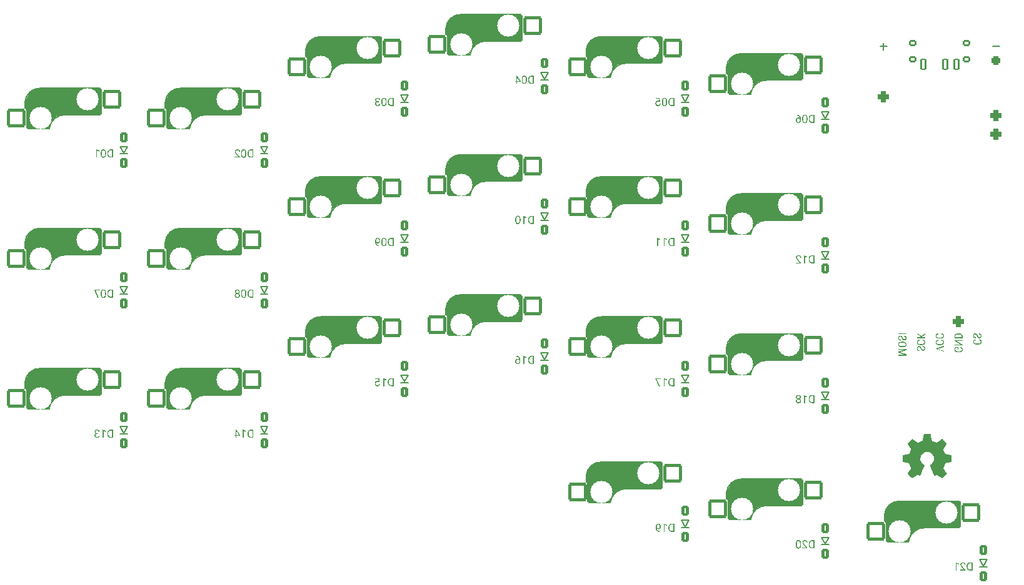
<source format=gbo>
G04 #@! TF.GenerationSoftware,KiCad,Pcbnew,7.0.2*
G04 #@! TF.CreationDate,2023-04-26T23:45:06+03:00*
G04 #@! TF.ProjectId,mriya-left,6d726979-612d-46c6-9566-742e6b696361,0.9*
G04 #@! TF.SameCoordinates,Original*
G04 #@! TF.FileFunction,Legend,Bot*
G04 #@! TF.FilePolarity,Positive*
%FSLAX46Y46*%
G04 Gerber Fmt 4.6, Leading zero omitted, Abs format (unit mm)*
G04 Created by KiCad (PCBNEW 7.0.2) date 2023-04-26 23:45:06*
%MOMM*%
%LPD*%
G01*
G04 APERTURE LIST*
G04 Aperture macros list*
%AMRoundRect*
0 Rectangle with rounded corners*
0 $1 Rounding radius*
0 $2 $3 $4 $5 $6 $7 $8 $9 X,Y pos of 4 corners*
0 Add a 4 corners polygon primitive as box body*
4,1,4,$2,$3,$4,$5,$6,$7,$8,$9,$2,$3,0*
0 Add four circle primitives for the rounded corners*
1,1,$1+$1,$2,$3*
1,1,$1+$1,$4,$5*
1,1,$1+$1,$6,$7*
1,1,$1+$1,$8,$9*
0 Add four rect primitives between the rounded corners*
20,1,$1+$1,$2,$3,$4,$5,0*
20,1,$1+$1,$4,$5,$6,$7,0*
20,1,$1+$1,$6,$7,$8,$9,0*
20,1,$1+$1,$8,$9,$2,$3,0*%
G04 Aperture macros list end*
%ADD10C,0.150000*%
%ADD11C,3.600000*%
%ADD12C,0.120000*%
%ADD13C,1.900000*%
%ADD14C,3.000000*%
%ADD15C,4.100000*%
%ADD16RoundRect,0.200000X1.075000X1.050000X-1.075000X1.050000X-1.075000X-1.050000X1.075000X-1.050000X0*%
%ADD17C,2.000000*%
%ADD18C,3.800000*%
%ADD19C,1.500000*%
%ADD20RoundRect,0.375000X-0.375000X-0.375000X0.375000X-0.375000X0.375000X0.375000X-0.375000X0.375000X0*%
%ADD21C,1.300000*%
%ADD22O,2.200000X1.400000*%
%ADD23O,1.200000X1.200000*%
%ADD24RoundRect,0.300000X-0.300000X-0.300000X0.300000X-0.300000X0.300000X0.300000X-0.300000X0.300000X0*%
%ADD25RoundRect,0.200000X0.300000X-0.500000X0.300000X0.500000X-0.300000X0.500000X-0.300000X-0.500000X0*%
%ADD26RoundRect,0.120000X-0.380000X-0.280000X0.380000X-0.280000X0.380000X0.280000X-0.380000X0.280000X0*%
%ADD27C,0.800000*%
%ADD28RoundRect,0.120000X-0.280000X-0.680000X0.280000X-0.680000X0.280000X0.680000X-0.280000X0.680000X0*%
G04 APERTURE END LIST*
D10*
G36*
X170129445Y-85494402D02*
G01*
X170098817Y-85518582D01*
X170083982Y-85531991D01*
X170070103Y-85546154D01*
X170057182Y-85561074D01*
X170045218Y-85576749D01*
X170034211Y-85593180D01*
X170024161Y-85610366D01*
X170015068Y-85628308D01*
X170006933Y-85647005D01*
X169999754Y-85666459D01*
X169993533Y-85686667D01*
X169988269Y-85707632D01*
X169985996Y-85718397D01*
X169983962Y-85729352D01*
X169982167Y-85740495D01*
X169980612Y-85751828D01*
X169979296Y-85763349D01*
X169978219Y-85775059D01*
X169977382Y-85786958D01*
X169976783Y-85799046D01*
X169976424Y-85811323D01*
X169976305Y-85823788D01*
X169976421Y-85834863D01*
X169976769Y-85845789D01*
X169977349Y-85856564D01*
X169979204Y-85877667D01*
X169981987Y-85898172D01*
X169985698Y-85918079D01*
X169990337Y-85937387D01*
X169995903Y-85956097D01*
X170002398Y-85974209D01*
X170009819Y-85991723D01*
X170018169Y-86008638D01*
X170027447Y-86024956D01*
X170037652Y-86040675D01*
X170048785Y-86055796D01*
X170060845Y-86070319D01*
X170073834Y-86084243D01*
X170087750Y-86097569D01*
X170095056Y-86104008D01*
X170110283Y-86116314D01*
X170126276Y-86127844D01*
X170143035Y-86138597D01*
X170160560Y-86148573D01*
X170178851Y-86157773D01*
X170197909Y-86166196D01*
X170217733Y-86173843D01*
X170227932Y-86177375D01*
X170238322Y-86180713D01*
X170248905Y-86183856D01*
X170259678Y-86186806D01*
X170270644Y-86189561D01*
X170281800Y-86192123D01*
X170293149Y-86194490D01*
X170304688Y-86196663D01*
X170316420Y-86198641D01*
X170328343Y-86200426D01*
X170340457Y-86202017D01*
X170352763Y-86203413D01*
X170365261Y-86204615D01*
X170377950Y-86205623D01*
X170390830Y-86206437D01*
X170403902Y-86207057D01*
X170417166Y-86207482D01*
X170430621Y-86207714D01*
X170647704Y-86207714D01*
X170662098Y-86207623D01*
X170676265Y-86207353D01*
X170690203Y-86206901D01*
X170703914Y-86206270D01*
X170717397Y-86205457D01*
X170730653Y-86204464D01*
X170743681Y-86203291D01*
X170756481Y-86201937D01*
X170769053Y-86200403D01*
X170781397Y-86198688D01*
X170793514Y-86196793D01*
X170805403Y-86194717D01*
X170817064Y-86192461D01*
X170828498Y-86190024D01*
X170839704Y-86187406D01*
X170850682Y-86184608D01*
X170861432Y-86181630D01*
X170871955Y-86178471D01*
X170882250Y-86175131D01*
X170902156Y-86167911D01*
X170921152Y-86159969D01*
X170939237Y-86151304D01*
X170956410Y-86141918D01*
X170972673Y-86131809D01*
X170988025Y-86120978D01*
X170995359Y-86115292D01*
X171009381Y-86103348D01*
X171022499Y-86090688D01*
X171034712Y-86077313D01*
X171046020Y-86063221D01*
X171056423Y-86048414D01*
X171065922Y-86032891D01*
X171074516Y-86016653D01*
X171082206Y-85999698D01*
X171088991Y-85982028D01*
X171094871Y-85963642D01*
X171099847Y-85944541D01*
X171103918Y-85924723D01*
X171107084Y-85904190D01*
X171109345Y-85882941D01*
X171110137Y-85872048D01*
X171110702Y-85860977D01*
X171111042Y-85849726D01*
X171111155Y-85838296D01*
X171110813Y-85818918D01*
X171109786Y-85800074D01*
X171108076Y-85781766D01*
X171105681Y-85763993D01*
X171102601Y-85746755D01*
X171098838Y-85730053D01*
X171094390Y-85713886D01*
X171089258Y-85698254D01*
X171083442Y-85683157D01*
X171076942Y-85668595D01*
X171069757Y-85654569D01*
X171061888Y-85641078D01*
X171053335Y-85628122D01*
X171044097Y-85615701D01*
X171034175Y-85603816D01*
X171023569Y-85592466D01*
X171012328Y-85581662D01*
X171000502Y-85571481D01*
X170988089Y-85561923D01*
X170975092Y-85552989D01*
X170961508Y-85544678D01*
X170947339Y-85536990D01*
X170932585Y-85529926D01*
X170917244Y-85523486D01*
X170901318Y-85517668D01*
X170884807Y-85512474D01*
X170867710Y-85507904D01*
X170850027Y-85503957D01*
X170831759Y-85500633D01*
X170812905Y-85497933D01*
X170793465Y-85495856D01*
X170773440Y-85494402D01*
X170773440Y-85632766D01*
X170786126Y-85633966D01*
X170798460Y-85635482D01*
X170810441Y-85637316D01*
X170822069Y-85639466D01*
X170833345Y-85641933D01*
X170844268Y-85644717D01*
X170854838Y-85647819D01*
X170865056Y-85651237D01*
X170879721Y-85656958D01*
X170893593Y-85663393D01*
X170906672Y-85670541D01*
X170918957Y-85678402D01*
X170930449Y-85686976D01*
X170934103Y-85689992D01*
X170944426Y-85699552D01*
X170953734Y-85709994D01*
X170962026Y-85721320D01*
X170969303Y-85733529D01*
X170975564Y-85746621D01*
X170980810Y-85760596D01*
X170985041Y-85775454D01*
X170988256Y-85791196D01*
X170989836Y-85802181D01*
X170990964Y-85813558D01*
X170991641Y-85825328D01*
X170991867Y-85837490D01*
X170991562Y-85852085D01*
X170990649Y-85866183D01*
X170989127Y-85879783D01*
X170986997Y-85892886D01*
X170984258Y-85905491D01*
X170980910Y-85917599D01*
X170976953Y-85929210D01*
X170972388Y-85940323D01*
X170967214Y-85950938D01*
X170961432Y-85961056D01*
X170955040Y-85970677D01*
X170948040Y-85979800D01*
X170940431Y-85988426D01*
X170932214Y-85996554D01*
X170923388Y-86004185D01*
X170913953Y-86011318D01*
X170903883Y-86017997D01*
X170893085Y-86024264D01*
X170881559Y-86030120D01*
X170869304Y-86035565D01*
X170856321Y-86040599D01*
X170842609Y-86045220D01*
X170828170Y-86049431D01*
X170813001Y-86053230D01*
X170797105Y-86056618D01*
X170780480Y-86059594D01*
X170763127Y-86062159D01*
X170745045Y-86064313D01*
X170726236Y-86066055D01*
X170706697Y-86067385D01*
X170686431Y-86068305D01*
X170665436Y-86068813D01*
X170439756Y-86068813D01*
X170419171Y-86068565D01*
X170399195Y-86067822D01*
X170379828Y-86066584D01*
X170361070Y-86064850D01*
X170342920Y-86062621D01*
X170325379Y-86059896D01*
X170308447Y-86056677D01*
X170292123Y-86052961D01*
X170276408Y-86048751D01*
X170261302Y-86044045D01*
X170246804Y-86038844D01*
X170232915Y-86033147D01*
X170219635Y-86026955D01*
X170206964Y-86020268D01*
X170194901Y-86013085D01*
X170183447Y-86005407D01*
X170172646Y-85997234D01*
X170162542Y-85988632D01*
X170153134Y-85979603D01*
X170144423Y-85970145D01*
X170136409Y-85960259D01*
X170129092Y-85949944D01*
X170122472Y-85939202D01*
X170116549Y-85928031D01*
X170111323Y-85916432D01*
X170106793Y-85904405D01*
X170102960Y-85891950D01*
X170099825Y-85879067D01*
X170097386Y-85865755D01*
X170095643Y-85852015D01*
X170094598Y-85837847D01*
X170094250Y-85823251D01*
X170094465Y-85809458D01*
X170095110Y-85796086D01*
X170096186Y-85783137D01*
X170097692Y-85770609D01*
X170099628Y-85758503D01*
X170101995Y-85746819D01*
X170104792Y-85735557D01*
X170108019Y-85724717D01*
X170111676Y-85714299D01*
X170115764Y-85704303D01*
X170122702Y-85690099D01*
X170130609Y-85676845D01*
X170139484Y-85664540D01*
X170149326Y-85653185D01*
X170168402Y-85632766D01*
X170425785Y-85632766D01*
X170425785Y-85833729D01*
X170543730Y-85833729D01*
X170543730Y-85494402D01*
X170129445Y-85494402D01*
G37*
G36*
X169993500Y-84555142D02*
G01*
X169993500Y-84694043D01*
X170841413Y-85134657D01*
X169993500Y-85134657D01*
X169993500Y-85273558D01*
X171093960Y-85273558D01*
X171093960Y-85134657D01*
X170242285Y-84692700D01*
X171093960Y-84692700D01*
X171093960Y-84555142D01*
X169993500Y-84555142D01*
G37*
G36*
X170648095Y-83652525D02*
G01*
X170661460Y-83652837D01*
X170674632Y-83653358D01*
X170687614Y-83654087D01*
X170700403Y-83655025D01*
X170713002Y-83656170D01*
X170725408Y-83657524D01*
X170737623Y-83659087D01*
X170749647Y-83660858D01*
X170761479Y-83662837D01*
X170773120Y-83665024D01*
X170784569Y-83667420D01*
X170795826Y-83670024D01*
X170806892Y-83672836D01*
X170817767Y-83675857D01*
X170828450Y-83679086D01*
X170838941Y-83682523D01*
X170849241Y-83686169D01*
X170869266Y-83694085D01*
X170888525Y-83702834D01*
X170907018Y-83712417D01*
X170924745Y-83722833D01*
X170941706Y-83734083D01*
X170957900Y-83746165D01*
X170973329Y-83759081D01*
X170980750Y-83765815D01*
X170994887Y-83779788D01*
X171008081Y-83794435D01*
X171020332Y-83809755D01*
X171031642Y-83825749D01*
X171042008Y-83842417D01*
X171051433Y-83859758D01*
X171059915Y-83877774D01*
X171067454Y-83896463D01*
X171074051Y-83915826D01*
X171079706Y-83935863D01*
X171084418Y-83956573D01*
X171086421Y-83967181D01*
X171088188Y-83977957D01*
X171089719Y-83988902D01*
X171091015Y-84000015D01*
X171092075Y-84011297D01*
X171092900Y-84022747D01*
X171093489Y-84034366D01*
X171093842Y-84046153D01*
X171093960Y-84058108D01*
X171093960Y-84320327D01*
X169993500Y-84320327D01*
X169993500Y-84182232D01*
X170112250Y-84182232D01*
X170974672Y-84182232D01*
X170974672Y-84058108D01*
X170974354Y-84041482D01*
X170973400Y-84025389D01*
X170971810Y-84009830D01*
X170969584Y-83994803D01*
X170966722Y-83980310D01*
X170963224Y-83966350D01*
X170959090Y-83952923D01*
X170954320Y-83940029D01*
X170948914Y-83927668D01*
X170942873Y-83915840D01*
X170936195Y-83904546D01*
X170928881Y-83893784D01*
X170920931Y-83883556D01*
X170912345Y-83873861D01*
X170903123Y-83864699D01*
X170893266Y-83856070D01*
X170888104Y-83851954D01*
X170877238Y-83844115D01*
X170865647Y-83836798D01*
X170853333Y-83830004D01*
X170840294Y-83823732D01*
X170826531Y-83817983D01*
X170812044Y-83812756D01*
X170796833Y-83808053D01*
X170780898Y-83803871D01*
X170764238Y-83800213D01*
X170746854Y-83797077D01*
X170728747Y-83794464D01*
X170709915Y-83792373D01*
X170690359Y-83790805D01*
X170670079Y-83789760D01*
X170649074Y-83789237D01*
X170638301Y-83789172D01*
X170443248Y-83789172D01*
X170423076Y-83789630D01*
X170403532Y-83790599D01*
X170384615Y-83792081D01*
X170366326Y-83794075D01*
X170348664Y-83796581D01*
X170331630Y-83799600D01*
X170315223Y-83803130D01*
X170299444Y-83807173D01*
X170284293Y-83811728D01*
X170269769Y-83816794D01*
X170255873Y-83822374D01*
X170242604Y-83828465D01*
X170229963Y-83835068D01*
X170217950Y-83842184D01*
X170206564Y-83849811D01*
X170195806Y-83857951D01*
X170185688Y-83866654D01*
X170176223Y-83875973D01*
X170167410Y-83885906D01*
X170159250Y-83896454D01*
X170151743Y-83907618D01*
X170144889Y-83919396D01*
X170138688Y-83931789D01*
X170133139Y-83944798D01*
X170128243Y-83958421D01*
X170124000Y-83972659D01*
X170120410Y-83987513D01*
X170117473Y-84002981D01*
X170115188Y-84019064D01*
X170113556Y-84035762D01*
X170112577Y-84053076D01*
X170112250Y-84071004D01*
X170112250Y-84182232D01*
X169993500Y-84182232D01*
X169993500Y-84074228D01*
X169993616Y-84061478D01*
X169993964Y-84048918D01*
X169994546Y-84036548D01*
X169995359Y-84024369D01*
X169996405Y-84012381D01*
X169997684Y-84000583D01*
X169999195Y-83988975D01*
X170000938Y-83977558D01*
X170002914Y-83966332D01*
X170005123Y-83955296D01*
X170007563Y-83944450D01*
X170010237Y-83933795D01*
X170016281Y-83913056D01*
X170023254Y-83893079D01*
X170031158Y-83873864D01*
X170039992Y-83855411D01*
X170049755Y-83837720D01*
X170060448Y-83820791D01*
X170072071Y-83804624D01*
X170084624Y-83789218D01*
X170098107Y-83774575D01*
X170112519Y-83760693D01*
X170120055Y-83754032D01*
X170135709Y-83741344D01*
X170152140Y-83729502D01*
X170169347Y-83718505D01*
X170187331Y-83708355D01*
X170206091Y-83699050D01*
X170225628Y-83690591D01*
X170235688Y-83686679D01*
X170245942Y-83682978D01*
X170256390Y-83679489D01*
X170267033Y-83676211D01*
X170277869Y-83673145D01*
X170288900Y-83670290D01*
X170300124Y-83667646D01*
X170311543Y-83665215D01*
X170323156Y-83662994D01*
X170334963Y-83660985D01*
X170346965Y-83659188D01*
X170359160Y-83657602D01*
X170371550Y-83656227D01*
X170384134Y-83655064D01*
X170396912Y-83654112D01*
X170409884Y-83653372D01*
X170423050Y-83652844D01*
X170436410Y-83652526D01*
X170449965Y-83652421D01*
X170634539Y-83652421D01*
X170648095Y-83652525D01*
G37*
G36*
X172880349Y-84451614D02*
G01*
X172869381Y-84452248D01*
X172858575Y-84453041D01*
X172837450Y-84455107D01*
X172816974Y-84457810D01*
X172797146Y-84461152D01*
X172777967Y-84465131D01*
X172759436Y-84469749D01*
X172741554Y-84475005D01*
X172724320Y-84480899D01*
X172707735Y-84487431D01*
X172691799Y-84494601D01*
X172676511Y-84502409D01*
X172661872Y-84510855D01*
X172647881Y-84519940D01*
X172634539Y-84529662D01*
X172621846Y-84540022D01*
X172609801Y-84551021D01*
X172598479Y-84562596D01*
X172587888Y-84574752D01*
X172578027Y-84587489D01*
X172568896Y-84600808D01*
X172560496Y-84614709D01*
X172552827Y-84629190D01*
X172545888Y-84644254D01*
X172539679Y-84659898D01*
X172534201Y-84676124D01*
X172529453Y-84692932D01*
X172525435Y-84710321D01*
X172522148Y-84728291D01*
X172519592Y-84746843D01*
X172517766Y-84765976D01*
X172516670Y-84785690D01*
X172516305Y-84805986D01*
X172516798Y-84826408D01*
X172518278Y-84846299D01*
X172520744Y-84865658D01*
X172524197Y-84884487D01*
X172528636Y-84902785D01*
X172534062Y-84920552D01*
X172540474Y-84937787D01*
X172547873Y-84954492D01*
X172556259Y-84970665D01*
X172565630Y-84986308D01*
X172575989Y-85001419D01*
X172587334Y-85016000D01*
X172599665Y-85030049D01*
X172612983Y-85043568D01*
X172627287Y-85056555D01*
X172642578Y-85069011D01*
X172658714Y-85080788D01*
X172675553Y-85091806D01*
X172693095Y-85102064D01*
X172711340Y-85111561D01*
X172730289Y-85120299D01*
X172749940Y-85128277D01*
X172760030Y-85131982D01*
X172770295Y-85135496D01*
X172780736Y-85138820D01*
X172791353Y-85141954D01*
X172802145Y-85144899D01*
X172813114Y-85147653D01*
X172824258Y-85150217D01*
X172835578Y-85152592D01*
X172847074Y-85154776D01*
X172858745Y-85156771D01*
X172870593Y-85158575D01*
X172882616Y-85160190D01*
X172894815Y-85161615D01*
X172907189Y-85162849D01*
X172919740Y-85163894D01*
X172932466Y-85164749D01*
X172945368Y-85165414D01*
X172958446Y-85165889D01*
X172971700Y-85166174D01*
X172985129Y-85166269D01*
X173185286Y-85166269D01*
X173198665Y-85166171D01*
X173211867Y-85165878D01*
X173224893Y-85165390D01*
X173237743Y-85164707D01*
X173250417Y-85163829D01*
X173262914Y-85162755D01*
X173275235Y-85161486D01*
X173287379Y-85160022D01*
X173299348Y-85158363D01*
X173311140Y-85156508D01*
X173322755Y-85154459D01*
X173334195Y-85152214D01*
X173345458Y-85149774D01*
X173356544Y-85147139D01*
X173367455Y-85144308D01*
X173378189Y-85141283D01*
X173388747Y-85138062D01*
X173399128Y-85134646D01*
X173409333Y-85131034D01*
X173429215Y-85123226D01*
X173448391Y-85114637D01*
X173466862Y-85105268D01*
X173484627Y-85095117D01*
X173501688Y-85084186D01*
X173518043Y-85072473D01*
X173525956Y-85066324D01*
X173541117Y-85053513D01*
X173555299Y-85040134D01*
X173568504Y-85026185D01*
X173580730Y-85011668D01*
X173591979Y-84996581D01*
X173602249Y-84980926D01*
X173611541Y-84964702D01*
X173619855Y-84947909D01*
X173627191Y-84930548D01*
X173633549Y-84912618D01*
X173638928Y-84894118D01*
X173643330Y-84875050D01*
X173646753Y-84855413D01*
X173649199Y-84835208D01*
X173650666Y-84814433D01*
X173651155Y-84793090D01*
X173650781Y-84773425D01*
X173649660Y-84754326D01*
X173647792Y-84735795D01*
X173645177Y-84717830D01*
X173641814Y-84700431D01*
X173637705Y-84683600D01*
X173632848Y-84667335D01*
X173627243Y-84651637D01*
X173620892Y-84636505D01*
X173613793Y-84621941D01*
X173605947Y-84607943D01*
X173597354Y-84594511D01*
X173588014Y-84581647D01*
X173577926Y-84569349D01*
X173567091Y-84557618D01*
X173555509Y-84546454D01*
X173543266Y-84535851D01*
X173530380Y-84525871D01*
X173516853Y-84516515D01*
X173502683Y-84507782D01*
X173487870Y-84499673D01*
X173472416Y-84492187D01*
X173456319Y-84485324D01*
X173439579Y-84479085D01*
X173422198Y-84473470D01*
X173404174Y-84468477D01*
X173385508Y-84464108D01*
X173366200Y-84460363D01*
X173346249Y-84457240D01*
X173325656Y-84454742D01*
X173304421Y-84452866D01*
X173293562Y-84452162D01*
X173282543Y-84451614D01*
X173282543Y-84591321D01*
X173299035Y-84592613D01*
X173314926Y-84594205D01*
X173330217Y-84596097D01*
X173344908Y-84598290D01*
X173358998Y-84600782D01*
X173372488Y-84603575D01*
X173385378Y-84606668D01*
X173397667Y-84610061D01*
X173409356Y-84613754D01*
X173420445Y-84617747D01*
X173430934Y-84622040D01*
X173440822Y-84626634D01*
X173454529Y-84634087D01*
X173466885Y-84642216D01*
X173474372Y-84648010D01*
X173484647Y-84657365D01*
X173493911Y-84667599D01*
X173502165Y-84678712D01*
X173509408Y-84690703D01*
X173515640Y-84703572D01*
X173520862Y-84717320D01*
X173525073Y-84731946D01*
X173528273Y-84747450D01*
X173529845Y-84758275D01*
X173530968Y-84769489D01*
X173531642Y-84781094D01*
X173531867Y-84793090D01*
X173531520Y-84806958D01*
X173530481Y-84820419D01*
X173528750Y-84833472D01*
X173526325Y-84846118D01*
X173523208Y-84858357D01*
X173519399Y-84870189D01*
X173514896Y-84881614D01*
X173509702Y-84892631D01*
X173503814Y-84903241D01*
X173497234Y-84913445D01*
X173489961Y-84923240D01*
X173481995Y-84932629D01*
X173473337Y-84941610D01*
X173463986Y-84950185D01*
X173453943Y-84958352D01*
X173443206Y-84966112D01*
X173431835Y-84973432D01*
X173419820Y-84980280D01*
X173407160Y-84986655D01*
X173393856Y-84992559D01*
X173379907Y-84997990D01*
X173365314Y-85002948D01*
X173350077Y-85007435D01*
X173334195Y-85011449D01*
X173317669Y-85014991D01*
X173300498Y-85018061D01*
X173282683Y-85020658D01*
X173264224Y-85022784D01*
X173245120Y-85024437D01*
X173225372Y-85025617D01*
X173204979Y-85026326D01*
X173183943Y-85026562D01*
X172981368Y-85026562D01*
X172960683Y-85026342D01*
X172940610Y-85025684D01*
X172921147Y-85024588D01*
X172902296Y-85023052D01*
X172884054Y-85021078D01*
X172866424Y-85018665D01*
X172849405Y-85015814D01*
X172832996Y-85012524D01*
X172817198Y-85008795D01*
X172802011Y-85004628D01*
X172787435Y-85000021D01*
X172773470Y-84994977D01*
X172760115Y-84989493D01*
X172747371Y-84983571D01*
X172735238Y-84977210D01*
X172723716Y-84970410D01*
X172712882Y-84963156D01*
X172702747Y-84955499D01*
X172693311Y-84947439D01*
X172684574Y-84938976D01*
X172676536Y-84930110D01*
X172669197Y-84920841D01*
X172662557Y-84911169D01*
X172656616Y-84901094D01*
X172651374Y-84890616D01*
X172646831Y-84879735D01*
X172642987Y-84868451D01*
X172639841Y-84856764D01*
X172637395Y-84844674D01*
X172635648Y-84832181D01*
X172634599Y-84819285D01*
X172634250Y-84805986D01*
X172634459Y-84792689D01*
X172635085Y-84779867D01*
X172636129Y-84767518D01*
X172637591Y-84755645D01*
X172639471Y-84744245D01*
X172641768Y-84733320D01*
X172644483Y-84722869D01*
X172649339Y-84708083D01*
X172655134Y-84694363D01*
X172661870Y-84681711D01*
X172669545Y-84670127D01*
X172678160Y-84659609D01*
X172687714Y-84650159D01*
X172698538Y-84641562D01*
X172710859Y-84633601D01*
X172724676Y-84626279D01*
X172734720Y-84621751D01*
X172745429Y-84617507D01*
X172756803Y-84613547D01*
X172768843Y-84609869D01*
X172781548Y-84606475D01*
X172794918Y-84603365D01*
X172808954Y-84600537D01*
X172823655Y-84597993D01*
X172839022Y-84595733D01*
X172855053Y-84593756D01*
X172871751Y-84592062D01*
X172880349Y-84591321D01*
X172880349Y-84451614D01*
G37*
G36*
X172810495Y-83788275D02*
G01*
X172825668Y-83788667D01*
X172840157Y-83789843D01*
X172853960Y-83791803D01*
X172867079Y-83794547D01*
X172879513Y-83798074D01*
X172891262Y-83802386D01*
X172902327Y-83807482D01*
X172912706Y-83813362D01*
X172922401Y-83820025D01*
X172931411Y-83827473D01*
X172937038Y-83832874D01*
X172945278Y-83841866D01*
X172953476Y-83852120D01*
X172961631Y-83863635D01*
X172969744Y-83876410D01*
X172977814Y-83890447D01*
X172983170Y-83900505D01*
X172988508Y-83911124D01*
X172993827Y-83922303D01*
X172999127Y-83934042D01*
X173004408Y-83946342D01*
X173009670Y-83959203D01*
X173014913Y-83972623D01*
X173020137Y-83986605D01*
X173022742Y-83993805D01*
X173027997Y-84008133D01*
X173033283Y-84022032D01*
X173038601Y-84035503D01*
X173043950Y-84048546D01*
X173049331Y-84061161D01*
X173054743Y-84073348D01*
X173060187Y-84085106D01*
X173065662Y-84096436D01*
X173071169Y-84107338D01*
X173076707Y-84117812D01*
X173082276Y-84127858D01*
X173087877Y-84137475D01*
X173093510Y-84146664D01*
X173102018Y-84159645D01*
X173110596Y-84171663D01*
X173119322Y-84182927D01*
X173128269Y-84193649D01*
X173137438Y-84203827D01*
X173146829Y-84213462D01*
X173156442Y-84222554D01*
X173166277Y-84231102D01*
X173176334Y-84239108D01*
X173186613Y-84246571D01*
X173197113Y-84253490D01*
X173207836Y-84259867D01*
X173215108Y-84263816D01*
X173226291Y-84269289D01*
X173237777Y-84274225D01*
X173249565Y-84278621D01*
X173261655Y-84282480D01*
X173274047Y-84285800D01*
X173286741Y-84288581D01*
X173299738Y-84290825D01*
X173313037Y-84292530D01*
X173326638Y-84293696D01*
X173340542Y-84294324D01*
X173349979Y-84294444D01*
X173366187Y-84294103D01*
X173382034Y-84293080D01*
X173397520Y-84291374D01*
X173412646Y-84288987D01*
X173427410Y-84285917D01*
X173441813Y-84282165D01*
X173455855Y-84277731D01*
X173469536Y-84272615D01*
X173482856Y-84266816D01*
X173495815Y-84260336D01*
X173508413Y-84253173D01*
X173520650Y-84245328D01*
X173532526Y-84236801D01*
X173544041Y-84227592D01*
X173555194Y-84217701D01*
X173565987Y-84207127D01*
X173576301Y-84196001D01*
X173585948Y-84184454D01*
X173594931Y-84172485D01*
X173603248Y-84160093D01*
X173610900Y-84147280D01*
X173617886Y-84134045D01*
X173624207Y-84120388D01*
X173629863Y-84106310D01*
X173634853Y-84091809D01*
X173639178Y-84076886D01*
X173642838Y-84061542D01*
X173645832Y-84045776D01*
X173648161Y-84029587D01*
X173649824Y-84012977D01*
X173650822Y-83995945D01*
X173651155Y-83978491D01*
X173650985Y-83966484D01*
X173650475Y-83954643D01*
X173649625Y-83942967D01*
X173648435Y-83931458D01*
X173646904Y-83920114D01*
X173645034Y-83908936D01*
X173642824Y-83897924D01*
X173640274Y-83887077D01*
X173637383Y-83876397D01*
X173634153Y-83865882D01*
X173630583Y-83855533D01*
X173626672Y-83845350D01*
X173622422Y-83835333D01*
X173617832Y-83825481D01*
X173612901Y-83815795D01*
X173607631Y-83806276D01*
X173602092Y-83796974D01*
X173593287Y-83783529D01*
X173583887Y-83770694D01*
X173573893Y-83758468D01*
X173563303Y-83746851D01*
X173552118Y-83735843D01*
X173540338Y-83725445D01*
X173527963Y-83715655D01*
X173514993Y-83706475D01*
X173501428Y-83697904D01*
X173492054Y-83692529D01*
X173487268Y-83689943D01*
X173477571Y-83684998D01*
X173467756Y-83680372D01*
X173457824Y-83676064D01*
X173447774Y-83672076D01*
X173437606Y-83668407D01*
X173427321Y-83665057D01*
X173416919Y-83662027D01*
X173406399Y-83659315D01*
X173395761Y-83656922D01*
X173385006Y-83654848D01*
X173374134Y-83653093D01*
X173363144Y-83651658D01*
X173352036Y-83650541D01*
X173340811Y-83649743D01*
X173329468Y-83649265D01*
X173318008Y-83649105D01*
X173318008Y-83788275D01*
X173330589Y-83788467D01*
X173342809Y-83789043D01*
X173354668Y-83790003D01*
X173366166Y-83791348D01*
X173377303Y-83793076D01*
X173388079Y-83795189D01*
X173403566Y-83799078D01*
X173418241Y-83803831D01*
X173432104Y-83809449D01*
X173445154Y-83815931D01*
X173457392Y-83823277D01*
X173468818Y-83831487D01*
X173475984Y-83837441D01*
X173485971Y-83846989D01*
X173494975Y-83857298D01*
X173502997Y-83868367D01*
X173510037Y-83880197D01*
X173516095Y-83892787D01*
X173521170Y-83906137D01*
X173525263Y-83920247D01*
X173528374Y-83935118D01*
X173530502Y-83950750D01*
X173531375Y-83961593D01*
X173531812Y-83972774D01*
X173531867Y-83978491D01*
X173531451Y-83993926D01*
X173530204Y-84008694D01*
X173528126Y-84022797D01*
X173525217Y-84036234D01*
X173521477Y-84049005D01*
X173516905Y-84061110D01*
X173511502Y-84072549D01*
X173505269Y-84083322D01*
X173498203Y-84093429D01*
X173490307Y-84102871D01*
X173484581Y-84108795D01*
X173475433Y-84117005D01*
X173465618Y-84124408D01*
X173455138Y-84131003D01*
X173443991Y-84136791D01*
X173432179Y-84141771D01*
X173419701Y-84145943D01*
X173406557Y-84149308D01*
X173392747Y-84151866D01*
X173378272Y-84153615D01*
X173363130Y-84154557D01*
X173352666Y-84154737D01*
X173339766Y-84154298D01*
X173327264Y-84152980D01*
X173315158Y-84150784D01*
X173303449Y-84147710D01*
X173292137Y-84143757D01*
X173281221Y-84138925D01*
X173270702Y-84133216D01*
X173260580Y-84126628D01*
X173250854Y-84119161D01*
X173241526Y-84110816D01*
X173235527Y-84104765D01*
X173226798Y-84094918D01*
X173218245Y-84084117D01*
X173209866Y-84072363D01*
X173201662Y-84059654D01*
X173193633Y-84045991D01*
X173188377Y-84036353D01*
X173183199Y-84026290D01*
X173178098Y-84015804D01*
X173173076Y-84004894D01*
X173168130Y-83993559D01*
X173163263Y-83981801D01*
X173158473Y-83969618D01*
X173153761Y-83957012D01*
X173151434Y-83950550D01*
X173144586Y-83930627D01*
X173137543Y-83911425D01*
X173130305Y-83892946D01*
X173122871Y-83875189D01*
X173115243Y-83858154D01*
X173107419Y-83841840D01*
X173099400Y-83826249D01*
X173091185Y-83811380D01*
X173082776Y-83797233D01*
X173074171Y-83783808D01*
X173065371Y-83771105D01*
X173056376Y-83759125D01*
X173047186Y-83747866D01*
X173037800Y-83737329D01*
X173028220Y-83727514D01*
X173018444Y-83718421D01*
X173008413Y-83709930D01*
X172998000Y-83701987D01*
X172987205Y-83694591D01*
X172976028Y-83687743D01*
X172964469Y-83681443D01*
X172952528Y-83675691D01*
X172940205Y-83670486D01*
X172927500Y-83665830D01*
X172914413Y-83661721D01*
X172900944Y-83658160D01*
X172887093Y-83655147D01*
X172872860Y-83652682D01*
X172858245Y-83650765D01*
X172843248Y-83649395D01*
X172827868Y-83648573D01*
X172812107Y-83648299D01*
X172795524Y-83648639D01*
X172779359Y-83649660D01*
X172763612Y-83651360D01*
X172748282Y-83653740D01*
X172733370Y-83656800D01*
X172718876Y-83660541D01*
X172704799Y-83664961D01*
X172691140Y-83670061D01*
X172677899Y-83675842D01*
X172665075Y-83682303D01*
X172652669Y-83689443D01*
X172640681Y-83697264D01*
X172629110Y-83705765D01*
X172617958Y-83714946D01*
X172607222Y-83724807D01*
X172596905Y-83735348D01*
X172587145Y-83746441D01*
X172578014Y-83758025D01*
X172569513Y-83770100D01*
X172561642Y-83782667D01*
X172554401Y-83795724D01*
X172547789Y-83809273D01*
X172541807Y-83823313D01*
X172536455Y-83837844D01*
X172531732Y-83852866D01*
X172527639Y-83868380D01*
X172524176Y-83884384D01*
X172521342Y-83900880D01*
X172519138Y-83917867D01*
X172517564Y-83935345D01*
X172516620Y-83953314D01*
X172516305Y-83971775D01*
X172516469Y-83983707D01*
X172516960Y-83995526D01*
X172517778Y-84007232D01*
X172518924Y-84018825D01*
X172520398Y-84030304D01*
X172522199Y-84041670D01*
X172524327Y-84052923D01*
X172526783Y-84064062D01*
X172529566Y-84075088D01*
X172532677Y-84086000D01*
X172536115Y-84096799D01*
X172539880Y-84107485D01*
X172543973Y-84118058D01*
X172548394Y-84128517D01*
X172553142Y-84138862D01*
X172558217Y-84149095D01*
X172563589Y-84159102D01*
X172569228Y-84168838D01*
X172575133Y-84178303D01*
X172581305Y-84187498D01*
X172587744Y-84196421D01*
X172594449Y-84205074D01*
X172601421Y-84213456D01*
X172608659Y-84221568D01*
X172616164Y-84229409D01*
X172623935Y-84236978D01*
X172631973Y-84244278D01*
X172640278Y-84251306D01*
X172648849Y-84258064D01*
X172657687Y-84264550D01*
X172666791Y-84270766D01*
X172676162Y-84276712D01*
X172685753Y-84282340D01*
X172695518Y-84287605D01*
X172705458Y-84292508D01*
X172715572Y-84297047D01*
X172725860Y-84301222D01*
X172736322Y-84305035D01*
X172746959Y-84308485D01*
X172757769Y-84311571D01*
X172768754Y-84314295D01*
X172779913Y-84316655D01*
X172791247Y-84318652D01*
X172802754Y-84320286D01*
X172814436Y-84321557D01*
X172826292Y-84322465D01*
X172838322Y-84323010D01*
X172850527Y-84323191D01*
X172850527Y-84184022D01*
X172837942Y-84183799D01*
X172825713Y-84183132D01*
X172813838Y-84182019D01*
X172802318Y-84180462D01*
X172791152Y-84178459D01*
X172780342Y-84176012D01*
X172769886Y-84173120D01*
X172754867Y-84167947D01*
X172740646Y-84161773D01*
X172727223Y-84154597D01*
X172714599Y-84146421D01*
X172702773Y-84137243D01*
X172691744Y-84127064D01*
X172681614Y-84116021D01*
X172672479Y-84104251D01*
X172664341Y-84091753D01*
X172657200Y-84078528D01*
X172651055Y-84064575D01*
X172645906Y-84049896D01*
X172641754Y-84034489D01*
X172639540Y-84023814D01*
X172637768Y-84012815D01*
X172636440Y-84001493D01*
X172635554Y-83989848D01*
X172635111Y-83977880D01*
X172635056Y-83971775D01*
X172635239Y-83960534D01*
X172635790Y-83949647D01*
X172637306Y-83933983D01*
X172639647Y-83919117D01*
X172642815Y-83905049D01*
X172646810Y-83891779D01*
X172651631Y-83879307D01*
X172657278Y-83867634D01*
X172663752Y-83856758D01*
X172671053Y-83846681D01*
X172679180Y-83837401D01*
X172682072Y-83834486D01*
X172691190Y-83826227D01*
X172700913Y-83818781D01*
X172711240Y-83812147D01*
X172722171Y-83806326D01*
X172733707Y-83801317D01*
X172745847Y-83797120D01*
X172758592Y-83793735D01*
X172771942Y-83791163D01*
X172785895Y-83789403D01*
X172800454Y-83788455D01*
X172810495Y-83788275D01*
G37*
G36*
X163473960Y-86482263D02*
G01*
X162576075Y-86195058D01*
X163473960Y-85907853D01*
X163473960Y-85729458D01*
X162373500Y-85729458D01*
X162373500Y-85867822D01*
X162802024Y-85867822D01*
X163231354Y-85854926D01*
X162373500Y-86142937D01*
X162373500Y-86248792D01*
X163228398Y-86535191D01*
X162802024Y-86522295D01*
X162373500Y-86522295D01*
X162373500Y-86660390D01*
X163473960Y-86660390D01*
X163473960Y-86482263D01*
G37*
G36*
X163041541Y-84782365D02*
G01*
X163055176Y-84782778D01*
X163068611Y-84783377D01*
X163081845Y-84784161D01*
X163094877Y-84785131D01*
X163107709Y-84786287D01*
X163120340Y-84787629D01*
X163132770Y-84789157D01*
X163144998Y-84790870D01*
X163157026Y-84792769D01*
X163168853Y-84794854D01*
X163180479Y-84797124D01*
X163191904Y-84799581D01*
X163203128Y-84802223D01*
X163214151Y-84805051D01*
X163224973Y-84808064D01*
X163235594Y-84811263D01*
X163246014Y-84814649D01*
X163266251Y-84821976D01*
X163285684Y-84830047D01*
X163304314Y-84838860D01*
X163322139Y-84848417D01*
X163339161Y-84858716D01*
X163355378Y-84869759D01*
X163370792Y-84881545D01*
X163378197Y-84887681D01*
X163392302Y-84900405D01*
X163405467Y-84913730D01*
X163417691Y-84927654D01*
X163428975Y-84942179D01*
X163439319Y-84957304D01*
X163448722Y-84973029D01*
X163457185Y-84989355D01*
X163464708Y-85006281D01*
X163471290Y-85023807D01*
X163476932Y-85041934D01*
X163481634Y-85060661D01*
X163485395Y-85079988D01*
X163488216Y-85099916D01*
X163490097Y-85120444D01*
X163491037Y-85141572D01*
X163491155Y-85152361D01*
X163490664Y-85173889D01*
X163489190Y-85194815D01*
X163486734Y-85215138D01*
X163483296Y-85234859D01*
X163478876Y-85253977D01*
X163473473Y-85272493D01*
X163467088Y-85290407D01*
X163459721Y-85307718D01*
X163451371Y-85324427D01*
X163442039Y-85340533D01*
X163431725Y-85356037D01*
X163420428Y-85370939D01*
X163408149Y-85385238D01*
X163394888Y-85398934D01*
X163380644Y-85412029D01*
X163365419Y-85424521D01*
X163349360Y-85436298D01*
X163332553Y-85447316D01*
X163314996Y-85457573D01*
X163296690Y-85467071D01*
X163277635Y-85475809D01*
X163257830Y-85483787D01*
X163247647Y-85487491D01*
X163237276Y-85491005D01*
X163226718Y-85494330D01*
X163215972Y-85497464D01*
X163205040Y-85500408D01*
X163193920Y-85503163D01*
X163182612Y-85505727D01*
X163171118Y-85508101D01*
X163159436Y-85510286D01*
X163147566Y-85512281D01*
X163135510Y-85514085D01*
X163123266Y-85515700D01*
X163110834Y-85517124D01*
X163098215Y-85518359D01*
X163085409Y-85519404D01*
X163072416Y-85520259D01*
X163059235Y-85520924D01*
X163045867Y-85521398D01*
X163032312Y-85521683D01*
X163018569Y-85521778D01*
X162810621Y-85521778D01*
X162797166Y-85521451D01*
X162783902Y-85520938D01*
X162770830Y-85520240D01*
X162757950Y-85519356D01*
X162745261Y-85518287D01*
X162732763Y-85517034D01*
X162720457Y-85515595D01*
X162708343Y-85513970D01*
X162696420Y-85512161D01*
X162684688Y-85510166D01*
X162673149Y-85507986D01*
X162661800Y-85505621D01*
X162650644Y-85503070D01*
X162639678Y-85500334D01*
X162628905Y-85497413D01*
X162618322Y-85494307D01*
X162607932Y-85491016D01*
X162597733Y-85487539D01*
X162577909Y-85480030D01*
X162558851Y-85471780D01*
X162540560Y-85462789D01*
X162523035Y-85453057D01*
X162506276Y-85442584D01*
X162490283Y-85431371D01*
X162475056Y-85419416D01*
X162460676Y-85406812D01*
X162447223Y-85393649D01*
X162434699Y-85379928D01*
X162423102Y-85365649D01*
X162412433Y-85350812D01*
X162402692Y-85335416D01*
X162393878Y-85319461D01*
X162385993Y-85302949D01*
X162379034Y-85285878D01*
X162373004Y-85268249D01*
X162367902Y-85250061D01*
X162363727Y-85231316D01*
X162360480Y-85212011D01*
X162358160Y-85192149D01*
X162356769Y-85171728D01*
X162356311Y-85151018D01*
X162479354Y-85151018D01*
X162479702Y-85165334D01*
X162480744Y-85179198D01*
X162482481Y-85192612D01*
X162484912Y-85205574D01*
X162488039Y-85218085D01*
X162491860Y-85230144D01*
X162496376Y-85241753D01*
X162501587Y-85252910D01*
X162507492Y-85263615D01*
X162514092Y-85273870D01*
X162521387Y-85283673D01*
X162529377Y-85293025D01*
X162538061Y-85301926D01*
X162547440Y-85310375D01*
X162557514Y-85318373D01*
X162568283Y-85325920D01*
X162579713Y-85333012D01*
X162591771Y-85339647D01*
X162604456Y-85345824D01*
X162617768Y-85351544D01*
X162631709Y-85356806D01*
X162646276Y-85361611D01*
X162661472Y-85365958D01*
X162677295Y-85369847D01*
X162693745Y-85373279D01*
X162710824Y-85376253D01*
X162728529Y-85378770D01*
X162746863Y-85380829D01*
X162765824Y-85382430D01*
X162785412Y-85383574D01*
X162805629Y-85384261D01*
X162826472Y-85384489D01*
X163024749Y-85384489D01*
X163045485Y-85384163D01*
X163065582Y-85383385D01*
X163085038Y-85382156D01*
X163103854Y-85380476D01*
X163122030Y-85378345D01*
X163139566Y-85375762D01*
X163156462Y-85372728D01*
X163172717Y-85369243D01*
X163188332Y-85365306D01*
X163203307Y-85360918D01*
X163217642Y-85356079D01*
X163231337Y-85350788D01*
X163244391Y-85345047D01*
X163256806Y-85338854D01*
X163268580Y-85332210D01*
X163279714Y-85325114D01*
X163290222Y-85317576D01*
X163300053Y-85309603D01*
X163309205Y-85301195D01*
X163317680Y-85292353D01*
X163325476Y-85283077D01*
X163332595Y-85273366D01*
X163339036Y-85263221D01*
X163344798Y-85252641D01*
X163349883Y-85241627D01*
X163354290Y-85230178D01*
X163358019Y-85218295D01*
X163361070Y-85205977D01*
X163363442Y-85193225D01*
X163365137Y-85180038D01*
X163366154Y-85166417D01*
X163366493Y-85152361D01*
X163366159Y-85137856D01*
X163365158Y-85123828D01*
X163363490Y-85110276D01*
X163361153Y-85097200D01*
X163358150Y-85084601D01*
X163354479Y-85072479D01*
X163350140Y-85060833D01*
X163345134Y-85049663D01*
X163339461Y-85038970D01*
X163333120Y-85028753D01*
X163326111Y-85019013D01*
X163318435Y-85009749D01*
X163310092Y-85000962D01*
X163301081Y-84992651D01*
X163291403Y-84984817D01*
X163281057Y-84977459D01*
X163275629Y-84973954D01*
X163264247Y-84967280D01*
X163252161Y-84961050D01*
X163239372Y-84955265D01*
X163225880Y-84949926D01*
X163211685Y-84945031D01*
X163196786Y-84940581D01*
X163181185Y-84936576D01*
X163164880Y-84933016D01*
X163147872Y-84929901D01*
X163130161Y-84927232D01*
X163111747Y-84925007D01*
X163092629Y-84923227D01*
X163072809Y-84921892D01*
X163052285Y-84921002D01*
X163031058Y-84920557D01*
X163020181Y-84920501D01*
X162812770Y-84920501D01*
X162791953Y-84920980D01*
X162771815Y-84921878D01*
X162752358Y-84923196D01*
X162733581Y-84924934D01*
X162715483Y-84927092D01*
X162698066Y-84929670D01*
X162681329Y-84932667D01*
X162665272Y-84936084D01*
X162649895Y-84939921D01*
X162635198Y-84944178D01*
X162621181Y-84948854D01*
X162607844Y-84953950D01*
X162595188Y-84959466D01*
X162583211Y-84965402D01*
X162571914Y-84971758D01*
X162561298Y-84978533D01*
X162551375Y-84985756D01*
X162542092Y-84993453D01*
X162533450Y-85001624D01*
X162525448Y-85010270D01*
X162518085Y-85019390D01*
X162511364Y-85028984D01*
X162505282Y-85039053D01*
X162499840Y-85049596D01*
X162495039Y-85060613D01*
X162490878Y-85072105D01*
X162487357Y-85084071D01*
X162484476Y-85096512D01*
X162482235Y-85109427D01*
X162480635Y-85122816D01*
X162479674Y-85136680D01*
X162479354Y-85151018D01*
X162356311Y-85151018D01*
X162356305Y-85150749D01*
X162356424Y-85139779D01*
X162356781Y-85128967D01*
X162358211Y-85107817D01*
X162360593Y-85087298D01*
X162363928Y-85067412D01*
X162368216Y-85048157D01*
X162373458Y-85029534D01*
X162379652Y-85011543D01*
X162386799Y-84994183D01*
X162394898Y-84977456D01*
X162403951Y-84961360D01*
X162413957Y-84945896D01*
X162424916Y-84931063D01*
X162436827Y-84916863D01*
X162449692Y-84903294D01*
X162463509Y-84890357D01*
X162478280Y-84878052D01*
X162493966Y-84866437D01*
X162510465Y-84855572D01*
X162527776Y-84845456D01*
X162545900Y-84836089D01*
X162564836Y-84827472D01*
X162584584Y-84819604D01*
X162594762Y-84815951D01*
X162605144Y-84812486D01*
X162615729Y-84809207D01*
X162626517Y-84806116D01*
X162637508Y-84803213D01*
X162648702Y-84800496D01*
X162660099Y-84797967D01*
X162671699Y-84795626D01*
X162683502Y-84793471D01*
X162695509Y-84791504D01*
X162707718Y-84789725D01*
X162720130Y-84788132D01*
X162732746Y-84786727D01*
X162745565Y-84785510D01*
X162758586Y-84784479D01*
X162771811Y-84783636D01*
X162785239Y-84782981D01*
X162798870Y-84782512D01*
X162812704Y-84782231D01*
X162826741Y-84782138D01*
X163027704Y-84782138D01*
X163041541Y-84782365D01*
G37*
G36*
X162650495Y-84093007D02*
G01*
X162665668Y-84093398D01*
X162680157Y-84094574D01*
X162693960Y-84096534D01*
X162707079Y-84099278D01*
X162719513Y-84102806D01*
X162731262Y-84107118D01*
X162742327Y-84112214D01*
X162752706Y-84118093D01*
X162762401Y-84124757D01*
X162771411Y-84132205D01*
X162777038Y-84137605D01*
X162785278Y-84146598D01*
X162793476Y-84156852D01*
X162801631Y-84168366D01*
X162809744Y-84181142D01*
X162817814Y-84195178D01*
X162823170Y-84205237D01*
X162828508Y-84215855D01*
X162833827Y-84227034D01*
X162839127Y-84238774D01*
X162844408Y-84251074D01*
X162849670Y-84263934D01*
X162854913Y-84277355D01*
X162860137Y-84291336D01*
X162862742Y-84298537D01*
X162867997Y-84312864D01*
X162873283Y-84326764D01*
X162878601Y-84340235D01*
X162883950Y-84353278D01*
X162889331Y-84365893D01*
X162894743Y-84378079D01*
X162900187Y-84389838D01*
X162905662Y-84401168D01*
X162911169Y-84412070D01*
X162916707Y-84422544D01*
X162922276Y-84432589D01*
X162927877Y-84442207D01*
X162933510Y-84451396D01*
X162942018Y-84464377D01*
X162950596Y-84476395D01*
X162959322Y-84487659D01*
X162968269Y-84498380D01*
X162977438Y-84508558D01*
X162986829Y-84518193D01*
X162996442Y-84527285D01*
X163006277Y-84535834D01*
X163016334Y-84543840D01*
X163026613Y-84551302D01*
X163037113Y-84558222D01*
X163047836Y-84564598D01*
X163055108Y-84568547D01*
X163066291Y-84574021D01*
X163077777Y-84578956D01*
X163089565Y-84583353D01*
X163101655Y-84587211D01*
X163114047Y-84590531D01*
X163126741Y-84593313D01*
X163139738Y-84595556D01*
X163153037Y-84597261D01*
X163166638Y-84598428D01*
X163180542Y-84599056D01*
X163189979Y-84599175D01*
X163206187Y-84598834D01*
X163222034Y-84597811D01*
X163237520Y-84596106D01*
X163252646Y-84593718D01*
X163267410Y-84590648D01*
X163281813Y-84586896D01*
X163295855Y-84582462D01*
X163309536Y-84577346D01*
X163322856Y-84571548D01*
X163335815Y-84565067D01*
X163348413Y-84557905D01*
X163360650Y-84550060D01*
X163372526Y-84541533D01*
X163384041Y-84532323D01*
X163395194Y-84522432D01*
X163405987Y-84511859D01*
X163416301Y-84500733D01*
X163425948Y-84489186D01*
X163434931Y-84477216D01*
X163443248Y-84464825D01*
X163450900Y-84452012D01*
X163457886Y-84438777D01*
X163464207Y-84425120D01*
X163469863Y-84411041D01*
X163474853Y-84396541D01*
X163479178Y-84381618D01*
X163482838Y-84366274D01*
X163485832Y-84350507D01*
X163488161Y-84334319D01*
X163489824Y-84317709D01*
X163490822Y-84300677D01*
X163491155Y-84283223D01*
X163490985Y-84271216D01*
X163490475Y-84259374D01*
X163489625Y-84247699D01*
X163488435Y-84236189D01*
X163486904Y-84224845D01*
X163485034Y-84213667D01*
X163482824Y-84202655D01*
X163480274Y-84191809D01*
X163477383Y-84181128D01*
X163474153Y-84170614D01*
X163470583Y-84160265D01*
X163466672Y-84150081D01*
X163462422Y-84140064D01*
X163457832Y-84130213D01*
X163452901Y-84120527D01*
X163447631Y-84111007D01*
X163442092Y-84101706D01*
X163433287Y-84088261D01*
X163423887Y-84075426D01*
X163413893Y-84063199D01*
X163403303Y-84051582D01*
X163392118Y-84040575D01*
X163380338Y-84030176D01*
X163367963Y-84020387D01*
X163354993Y-84011207D01*
X163341428Y-84002636D01*
X163332054Y-83997261D01*
X163327268Y-83994674D01*
X163317571Y-83989729D01*
X163307756Y-83985103D01*
X163297824Y-83980796D01*
X163287774Y-83976808D01*
X163277606Y-83973139D01*
X163267321Y-83969789D01*
X163256919Y-83966758D01*
X163246399Y-83964046D01*
X163235761Y-83961653D01*
X163225006Y-83959580D01*
X163214134Y-83957825D01*
X163203144Y-83956389D01*
X163192036Y-83955273D01*
X163180811Y-83954475D01*
X163169468Y-83953996D01*
X163158008Y-83953837D01*
X163158008Y-84093007D01*
X163170589Y-84093199D01*
X163182809Y-84093775D01*
X163194668Y-84094735D01*
X163206166Y-84096079D01*
X163217303Y-84097808D01*
X163228079Y-84099920D01*
X163243566Y-84103810D01*
X163258241Y-84108563D01*
X163272104Y-84114181D01*
X163285154Y-84120662D01*
X163297392Y-84128009D01*
X163308818Y-84136219D01*
X163315984Y-84142173D01*
X163325971Y-84151721D01*
X163334975Y-84162030D01*
X163342997Y-84173099D01*
X163350037Y-84184928D01*
X163356095Y-84197518D01*
X163361170Y-84210868D01*
X163365263Y-84224979D01*
X163368374Y-84239850D01*
X163370502Y-84255481D01*
X163371375Y-84266324D01*
X163371812Y-84277506D01*
X163371867Y-84283223D01*
X163371451Y-84298657D01*
X163370204Y-84313426D01*
X163368126Y-84327529D01*
X163365217Y-84340965D01*
X163361477Y-84353736D01*
X163356905Y-84365841D01*
X163351502Y-84377280D01*
X163345269Y-84388053D01*
X163338203Y-84398161D01*
X163330307Y-84407602D01*
X163324581Y-84413526D01*
X163315433Y-84421737D01*
X163305618Y-84429140D01*
X163295138Y-84435735D01*
X163283991Y-84441522D01*
X163272179Y-84446502D01*
X163259701Y-84450675D01*
X163246557Y-84454040D01*
X163232747Y-84456597D01*
X163218272Y-84458347D01*
X163203130Y-84459289D01*
X163192666Y-84459468D01*
X163179766Y-84459029D01*
X163167264Y-84457712D01*
X163155158Y-84455516D01*
X163143449Y-84452441D01*
X163132137Y-84448488D01*
X163121221Y-84443657D01*
X163110702Y-84437947D01*
X163100580Y-84431359D01*
X163090854Y-84423893D01*
X163081526Y-84415548D01*
X163075527Y-84409496D01*
X163066798Y-84399650D01*
X163058245Y-84388849D01*
X163049866Y-84377094D01*
X163041662Y-84364386D01*
X163033633Y-84350723D01*
X163028377Y-84341084D01*
X163023199Y-84331022D01*
X163018098Y-84320536D01*
X163013076Y-84309625D01*
X163008130Y-84298291D01*
X163003263Y-84286532D01*
X162998473Y-84274350D01*
X162993761Y-84261744D01*
X162991434Y-84255281D01*
X162984586Y-84235358D01*
X162977543Y-84216157D01*
X162970305Y-84197678D01*
X162962871Y-84179920D01*
X162955243Y-84162885D01*
X162947419Y-84146572D01*
X162939400Y-84130981D01*
X162931185Y-84116112D01*
X162922776Y-84101965D01*
X162914171Y-84088540D01*
X162905371Y-84075837D01*
X162896376Y-84063856D01*
X162887186Y-84052597D01*
X162877800Y-84042061D01*
X162868220Y-84032246D01*
X162858444Y-84023153D01*
X162848413Y-84014662D01*
X162838000Y-84006718D01*
X162827205Y-83999322D01*
X162816028Y-83992475D01*
X162804469Y-83986175D01*
X162792528Y-83980422D01*
X162780205Y-83975218D01*
X162767500Y-83970561D01*
X162754413Y-83966453D01*
X162740944Y-83962892D01*
X162727093Y-83959879D01*
X162712860Y-83957414D01*
X162698245Y-83955496D01*
X162683248Y-83954127D01*
X162667868Y-83953305D01*
X162652107Y-83953031D01*
X162635524Y-83953371D01*
X162619359Y-83954391D01*
X162603612Y-83956091D01*
X162588282Y-83958471D01*
X162573370Y-83961532D01*
X162558876Y-83965272D01*
X162544799Y-83969692D01*
X162531140Y-83974793D01*
X162517899Y-83980574D01*
X162505075Y-83987034D01*
X162492669Y-83994175D01*
X162480681Y-84001996D01*
X162469110Y-84010496D01*
X162457958Y-84019677D01*
X162447222Y-84029538D01*
X162436905Y-84040079D01*
X162427145Y-84051172D01*
X162418014Y-84062756D01*
X162409513Y-84074832D01*
X162401642Y-84087398D01*
X162394401Y-84100456D01*
X162387789Y-84114005D01*
X162381807Y-84128044D01*
X162376455Y-84142576D01*
X162371732Y-84157598D01*
X162367639Y-84173111D01*
X162364176Y-84189116D01*
X162361342Y-84205612D01*
X162359138Y-84222599D01*
X162357564Y-84240077D01*
X162356620Y-84258046D01*
X162356305Y-84276506D01*
X162356469Y-84288439D01*
X162356960Y-84300258D01*
X162357778Y-84311964D01*
X162358924Y-84323556D01*
X162360398Y-84335036D01*
X162362199Y-84346402D01*
X162364327Y-84357654D01*
X162366783Y-84368793D01*
X162369566Y-84379819D01*
X162372677Y-84390732D01*
X162376115Y-84401531D01*
X162379880Y-84412217D01*
X162383973Y-84422789D01*
X162388394Y-84433248D01*
X162393142Y-84443594D01*
X162398217Y-84453826D01*
X162403589Y-84463833D01*
X162409228Y-84473569D01*
X162415133Y-84483035D01*
X162421305Y-84492229D01*
X162427744Y-84501153D01*
X162434449Y-84509806D01*
X162441421Y-84518188D01*
X162448659Y-84526299D01*
X162456164Y-84534140D01*
X162463935Y-84541710D01*
X162471973Y-84549009D01*
X162480278Y-84556038D01*
X162488849Y-84562795D01*
X162497687Y-84569282D01*
X162506791Y-84575498D01*
X162516162Y-84581443D01*
X162525753Y-84587072D01*
X162535518Y-84592337D01*
X162545458Y-84597239D01*
X162555572Y-84601778D01*
X162565860Y-84605954D01*
X162576322Y-84609767D01*
X162586959Y-84613216D01*
X162597769Y-84616303D01*
X162608754Y-84619026D01*
X162619913Y-84621387D01*
X162631247Y-84623384D01*
X162642754Y-84625018D01*
X162654436Y-84626289D01*
X162666292Y-84627197D01*
X162678322Y-84627741D01*
X162690527Y-84627923D01*
X162690527Y-84488753D01*
X162677942Y-84488531D01*
X162665713Y-84487863D01*
X162653838Y-84486751D01*
X162642318Y-84485193D01*
X162631152Y-84483191D01*
X162620342Y-84480744D01*
X162609886Y-84477851D01*
X162594867Y-84472678D01*
X162580646Y-84466504D01*
X162567223Y-84459329D01*
X162554599Y-84451152D01*
X162542773Y-84441975D01*
X162531744Y-84431796D01*
X162521614Y-84420753D01*
X162512479Y-84408982D01*
X162504341Y-84396484D01*
X162497200Y-84383259D01*
X162491055Y-84369307D01*
X162485906Y-84354627D01*
X162481754Y-84339221D01*
X162479540Y-84328545D01*
X162477768Y-84317547D01*
X162476440Y-84306225D01*
X162475554Y-84294580D01*
X162475111Y-84282612D01*
X162475056Y-84276506D01*
X162475239Y-84265265D01*
X162475790Y-84254379D01*
X162477306Y-84238715D01*
X162479647Y-84223848D01*
X162482815Y-84209780D01*
X162486810Y-84196511D01*
X162491631Y-84184039D01*
X162497278Y-84172365D01*
X162503752Y-84161490D01*
X162511053Y-84151412D01*
X162519180Y-84142133D01*
X162522072Y-84139217D01*
X162531190Y-84130959D01*
X162540913Y-84123513D01*
X162551240Y-84116879D01*
X162562171Y-84111058D01*
X162573707Y-84106048D01*
X162585847Y-84101852D01*
X162598592Y-84098467D01*
X162611942Y-84095895D01*
X162625895Y-84094135D01*
X162640454Y-84093187D01*
X162650495Y-84093007D01*
G37*
G36*
X162373500Y-83631705D02*
G01*
X162373500Y-83770069D01*
X163473960Y-83770069D01*
X163473960Y-83631705D01*
X162373500Y-83631705D01*
G37*
G36*
X165190495Y-85519148D02*
G01*
X165205668Y-85519540D01*
X165220157Y-85520716D01*
X165233960Y-85522676D01*
X165247079Y-85525419D01*
X165259513Y-85528947D01*
X165271262Y-85533259D01*
X165282327Y-85538355D01*
X165292706Y-85544235D01*
X165302401Y-85550898D01*
X165311411Y-85558346D01*
X165317038Y-85563747D01*
X165325278Y-85572739D01*
X165333476Y-85582993D01*
X165341631Y-85594508D01*
X165349744Y-85607283D01*
X165357814Y-85621320D01*
X165363170Y-85631378D01*
X165368508Y-85641997D01*
X165373827Y-85653176D01*
X165379127Y-85664915D01*
X165384408Y-85677215D01*
X165389670Y-85690075D01*
X165394913Y-85703496D01*
X165400137Y-85717477D01*
X165402742Y-85724678D01*
X165407997Y-85739006D01*
X165413283Y-85752905D01*
X165418601Y-85766376D01*
X165423950Y-85779419D01*
X165429331Y-85792034D01*
X165434743Y-85804220D01*
X165440187Y-85815979D01*
X165445662Y-85827309D01*
X165451169Y-85838211D01*
X165456707Y-85848685D01*
X165462276Y-85858730D01*
X165467877Y-85868348D01*
X165473510Y-85877537D01*
X165482018Y-85890518D01*
X165490596Y-85902536D01*
X165499322Y-85913800D01*
X165508269Y-85924521D01*
X165517438Y-85934699D01*
X165526829Y-85944335D01*
X165536442Y-85953426D01*
X165546277Y-85961975D01*
X165556334Y-85969981D01*
X165566613Y-85977444D01*
X165577113Y-85984363D01*
X165587836Y-85990739D01*
X165595108Y-85994689D01*
X165606291Y-86000162D01*
X165617777Y-86005097D01*
X165629565Y-86009494D01*
X165641655Y-86013353D01*
X165654047Y-86016673D01*
X165666741Y-86019454D01*
X165679738Y-86021698D01*
X165693037Y-86023402D01*
X165706638Y-86024569D01*
X165720542Y-86025197D01*
X165729979Y-86025317D01*
X165746187Y-86024976D01*
X165762034Y-86023952D01*
X165777520Y-86022247D01*
X165792646Y-86019859D01*
X165807410Y-86016790D01*
X165821813Y-86013038D01*
X165835855Y-86008604D01*
X165849536Y-86003487D01*
X165862856Y-85997689D01*
X165875815Y-85991209D01*
X165888413Y-85984046D01*
X165900650Y-85976201D01*
X165912526Y-85967674D01*
X165924041Y-85958465D01*
X165935194Y-85948573D01*
X165945987Y-85938000D01*
X165956301Y-85926874D01*
X165965948Y-85915327D01*
X165974931Y-85903358D01*
X165983248Y-85890966D01*
X165990900Y-85878153D01*
X165997886Y-85864918D01*
X166004207Y-85851261D01*
X166009863Y-85837183D01*
X166014853Y-85822682D01*
X166019178Y-85807759D01*
X166022838Y-85792415D01*
X166025832Y-85776648D01*
X166028161Y-85760460D01*
X166029824Y-85743850D01*
X166030822Y-85726818D01*
X166031155Y-85709364D01*
X166030985Y-85697357D01*
X166030475Y-85685516D01*
X166029625Y-85673840D01*
X166028435Y-85662331D01*
X166026904Y-85650987D01*
X166025034Y-85639809D01*
X166022824Y-85628797D01*
X166020274Y-85617950D01*
X166017383Y-85607270D01*
X166014153Y-85596755D01*
X166010583Y-85586406D01*
X166006672Y-85576223D01*
X166002422Y-85566205D01*
X165997832Y-85556354D01*
X165992901Y-85546668D01*
X165987631Y-85537148D01*
X165982092Y-85527847D01*
X165973287Y-85514402D01*
X165963887Y-85501567D01*
X165953893Y-85489341D01*
X165943303Y-85477724D01*
X165932118Y-85466716D01*
X165920338Y-85456317D01*
X165907963Y-85446528D01*
X165894993Y-85437348D01*
X165881428Y-85428777D01*
X165872054Y-85423402D01*
X165867268Y-85420816D01*
X165857571Y-85415870D01*
X165847756Y-85411244D01*
X165837824Y-85406937D01*
X165827774Y-85402949D01*
X165817606Y-85399280D01*
X165807321Y-85395930D01*
X165796919Y-85392899D01*
X165786399Y-85390188D01*
X165775761Y-85387795D01*
X165765006Y-85385721D01*
X165754134Y-85383966D01*
X165743144Y-85382531D01*
X165732036Y-85381414D01*
X165720811Y-85380616D01*
X165709468Y-85380138D01*
X165698008Y-85379978D01*
X165698008Y-85519148D01*
X165710589Y-85519340D01*
X165722809Y-85519916D01*
X165734668Y-85520876D01*
X165746166Y-85522221D01*
X165757303Y-85523949D01*
X165768079Y-85526062D01*
X165783566Y-85529951D01*
X165798241Y-85534704D01*
X165812104Y-85540322D01*
X165825154Y-85546804D01*
X165837392Y-85554150D01*
X165848818Y-85562360D01*
X165855984Y-85568314D01*
X165865971Y-85577862D01*
X165874975Y-85588171D01*
X165882997Y-85599240D01*
X165890037Y-85611070D01*
X165896095Y-85623660D01*
X165901170Y-85637010D01*
X165905263Y-85651120D01*
X165908374Y-85665991D01*
X165910502Y-85681622D01*
X165911375Y-85692466D01*
X165911812Y-85703647D01*
X165911867Y-85709364D01*
X165911451Y-85724799D01*
X165910204Y-85739567D01*
X165908126Y-85753670D01*
X165905217Y-85767107D01*
X165901477Y-85779877D01*
X165896905Y-85791982D01*
X165891502Y-85803421D01*
X165885269Y-85814195D01*
X165878203Y-85824302D01*
X165870307Y-85833743D01*
X165864581Y-85839668D01*
X165855433Y-85847878D01*
X165845618Y-85855281D01*
X165835138Y-85861876D01*
X165823991Y-85867664D01*
X165812179Y-85872644D01*
X165799701Y-85876816D01*
X165786557Y-85880181D01*
X165772747Y-85882738D01*
X165758272Y-85884488D01*
X165743130Y-85885430D01*
X165732666Y-85885610D01*
X165719766Y-85885171D01*
X165707264Y-85883853D01*
X165695158Y-85881657D01*
X165683449Y-85878582D01*
X165672137Y-85874630D01*
X165661221Y-85869798D01*
X165650702Y-85864089D01*
X165640580Y-85857500D01*
X165630854Y-85850034D01*
X165621526Y-85841689D01*
X165615527Y-85835638D01*
X165606798Y-85825791D01*
X165598245Y-85814990D01*
X165589866Y-85803235D01*
X165581662Y-85790527D01*
X165573633Y-85776864D01*
X165568377Y-85767226D01*
X165563199Y-85757163D01*
X165558098Y-85746677D01*
X165553076Y-85735766D01*
X165548130Y-85724432D01*
X165543263Y-85712674D01*
X165538473Y-85700491D01*
X165533761Y-85687885D01*
X165531434Y-85681423D01*
X165524586Y-85661499D01*
X165517543Y-85642298D01*
X165510305Y-85623819D01*
X165502871Y-85606062D01*
X165495243Y-85589026D01*
X165487419Y-85572713D01*
X165479400Y-85557122D01*
X165471185Y-85542253D01*
X165462776Y-85528106D01*
X165454171Y-85514681D01*
X165445371Y-85501978D01*
X165436376Y-85489997D01*
X165427186Y-85478739D01*
X165417800Y-85468202D01*
X165408220Y-85458387D01*
X165398444Y-85449294D01*
X165388413Y-85440803D01*
X165378000Y-85432859D01*
X165367205Y-85425464D01*
X165356028Y-85418616D01*
X165344469Y-85412316D01*
X165332528Y-85406564D01*
X165320205Y-85401359D01*
X165307500Y-85396703D01*
X165294413Y-85392594D01*
X165280944Y-85389033D01*
X165267093Y-85386020D01*
X165252860Y-85383555D01*
X165238245Y-85381637D01*
X165223248Y-85380268D01*
X165207868Y-85379446D01*
X165192107Y-85379172D01*
X165175524Y-85379512D01*
X165159359Y-85380532D01*
X165143612Y-85382233D01*
X165128282Y-85384613D01*
X165113370Y-85387673D01*
X165098876Y-85391413D01*
X165084799Y-85395834D01*
X165071140Y-85400934D01*
X165057899Y-85406715D01*
X165045075Y-85413175D01*
X165032669Y-85420316D01*
X165020681Y-85428137D01*
X165009110Y-85436638D01*
X164997958Y-85445818D01*
X164987222Y-85455679D01*
X164976905Y-85466220D01*
X164967145Y-85477313D01*
X164958014Y-85488898D01*
X164949513Y-85500973D01*
X164941642Y-85513539D01*
X164934401Y-85526597D01*
X164927789Y-85540146D01*
X164921807Y-85554186D01*
X164916455Y-85568717D01*
X164911732Y-85583739D01*
X164907639Y-85599253D01*
X164904176Y-85615257D01*
X164901342Y-85631753D01*
X164899138Y-85648740D01*
X164897564Y-85666218D01*
X164896620Y-85684187D01*
X164896305Y-85702647D01*
X164896469Y-85714580D01*
X164896960Y-85726399D01*
X164897778Y-85738105D01*
X164898924Y-85749698D01*
X164900398Y-85761177D01*
X164902199Y-85772543D01*
X164904327Y-85783795D01*
X164906783Y-85794935D01*
X164909566Y-85805960D01*
X164912677Y-85816873D01*
X164916115Y-85827672D01*
X164919880Y-85838358D01*
X164923973Y-85848930D01*
X164928394Y-85859390D01*
X164933142Y-85869735D01*
X164938217Y-85879968D01*
X164943589Y-85889975D01*
X164949228Y-85899711D01*
X164955133Y-85909176D01*
X164961305Y-85918370D01*
X164967744Y-85927294D01*
X164974449Y-85935947D01*
X164981421Y-85944329D01*
X164988659Y-85952441D01*
X164996164Y-85960281D01*
X165003935Y-85967851D01*
X165011973Y-85975150D01*
X165020278Y-85982179D01*
X165028849Y-85988936D01*
X165037687Y-85995423D01*
X165046791Y-86001639D01*
X165056162Y-86007585D01*
X165065753Y-86013213D01*
X165075518Y-86018478D01*
X165085458Y-86023380D01*
X165095572Y-86027919D01*
X165105860Y-86032095D01*
X165116322Y-86035908D01*
X165126959Y-86039358D01*
X165137769Y-86042444D01*
X165148754Y-86045168D01*
X165159913Y-86047528D01*
X165171247Y-86049525D01*
X165182754Y-86051159D01*
X165194436Y-86052430D01*
X165206292Y-86053338D01*
X165218322Y-86053882D01*
X165230527Y-86054064D01*
X165230527Y-85914894D01*
X165217942Y-85914672D01*
X165205713Y-85914005D01*
X165193838Y-85912892D01*
X165182318Y-85911335D01*
X165171152Y-85909332D01*
X165160342Y-85906885D01*
X165149886Y-85903992D01*
X165134867Y-85898820D01*
X165120646Y-85892645D01*
X165107223Y-85885470D01*
X165094599Y-85877294D01*
X165082773Y-85868116D01*
X165071744Y-85857937D01*
X165061614Y-85846894D01*
X165052479Y-85835123D01*
X165044341Y-85822626D01*
X165037200Y-85809401D01*
X165031055Y-85795448D01*
X165025906Y-85780769D01*
X165021754Y-85765362D01*
X165019540Y-85754686D01*
X165017768Y-85743688D01*
X165016440Y-85732366D01*
X165015554Y-85720721D01*
X165015111Y-85708753D01*
X165015056Y-85702647D01*
X165015239Y-85691406D01*
X165015790Y-85680520D01*
X165017306Y-85664856D01*
X165019647Y-85649990D01*
X165022815Y-85635922D01*
X165026810Y-85622652D01*
X165031631Y-85610180D01*
X165037278Y-85598506D01*
X165043752Y-85587631D01*
X165051053Y-85577554D01*
X165059180Y-85568274D01*
X165062072Y-85565359D01*
X165071190Y-85557100D01*
X165080913Y-85549654D01*
X165091240Y-85543020D01*
X165102171Y-85537199D01*
X165113707Y-85532190D01*
X165125847Y-85527993D01*
X165138592Y-85524608D01*
X165151942Y-85522036D01*
X165165895Y-85520276D01*
X165180454Y-85519328D01*
X165190495Y-85519148D01*
G37*
G36*
X165260349Y-84512452D02*
G01*
X165249381Y-84513086D01*
X165238575Y-84513879D01*
X165217450Y-84515945D01*
X165196974Y-84518648D01*
X165177146Y-84521990D01*
X165157967Y-84525969D01*
X165139436Y-84530587D01*
X165121554Y-84535843D01*
X165104320Y-84541737D01*
X165087735Y-84548269D01*
X165071799Y-84555439D01*
X165056511Y-84563247D01*
X165041872Y-84571693D01*
X165027881Y-84580777D01*
X165014539Y-84590500D01*
X165001846Y-84600860D01*
X164989801Y-84611859D01*
X164978479Y-84623434D01*
X164967888Y-84635590D01*
X164958027Y-84648327D01*
X164948896Y-84661646D01*
X164940496Y-84675547D01*
X164932827Y-84690028D01*
X164925888Y-84705092D01*
X164919679Y-84720736D01*
X164914201Y-84736962D01*
X164909453Y-84753770D01*
X164905435Y-84771159D01*
X164902148Y-84789129D01*
X164899592Y-84807680D01*
X164897766Y-84826814D01*
X164896670Y-84846528D01*
X164896305Y-84866824D01*
X164896798Y-84887246D01*
X164898278Y-84907137D01*
X164900744Y-84926496D01*
X164904197Y-84945325D01*
X164908636Y-84963623D01*
X164914062Y-84981390D01*
X164920474Y-84998625D01*
X164927873Y-85015330D01*
X164936259Y-85031503D01*
X164945630Y-85047146D01*
X164955989Y-85062257D01*
X164967334Y-85076838D01*
X164979665Y-85090887D01*
X164992983Y-85104406D01*
X165007287Y-85117393D01*
X165022578Y-85129849D01*
X165038714Y-85141626D01*
X165055553Y-85152644D01*
X165073095Y-85162901D01*
X165091340Y-85172399D01*
X165110289Y-85181137D01*
X165129940Y-85189115D01*
X165140030Y-85192820D01*
X165150295Y-85196334D01*
X165160736Y-85199658D01*
X165171353Y-85202792D01*
X165182145Y-85205737D01*
X165193114Y-85208491D01*
X165204258Y-85211055D01*
X165215578Y-85213430D01*
X165227074Y-85215614D01*
X165238745Y-85217609D01*
X165250593Y-85219413D01*
X165262616Y-85221028D01*
X165274815Y-85222453D01*
X165287189Y-85223687D01*
X165299740Y-85224732D01*
X165312466Y-85225587D01*
X165325368Y-85226252D01*
X165338446Y-85226727D01*
X165351700Y-85227012D01*
X165365129Y-85227107D01*
X165565286Y-85227107D01*
X165578665Y-85227009D01*
X165591867Y-85226716D01*
X165604893Y-85226228D01*
X165617743Y-85225545D01*
X165630417Y-85224667D01*
X165642914Y-85223593D01*
X165655235Y-85222324D01*
X165667379Y-85220860D01*
X165679348Y-85219201D01*
X165691140Y-85217346D01*
X165702755Y-85215297D01*
X165714195Y-85213052D01*
X165725458Y-85210612D01*
X165736544Y-85207977D01*
X165747455Y-85205146D01*
X165758189Y-85202121D01*
X165768747Y-85198900D01*
X165779128Y-85195484D01*
X165789333Y-85191872D01*
X165809215Y-85184064D01*
X165828391Y-85175475D01*
X165846862Y-85166106D01*
X165864627Y-85155955D01*
X165881688Y-85145024D01*
X165898043Y-85133311D01*
X165905956Y-85127162D01*
X165921117Y-85114351D01*
X165935299Y-85100972D01*
X165948504Y-85087023D01*
X165960730Y-85072505D01*
X165971979Y-85057419D01*
X165982249Y-85041764D01*
X165991541Y-85025540D01*
X165999855Y-85008747D01*
X166007191Y-84991386D01*
X166013549Y-84973455D01*
X166018928Y-84954956D01*
X166023330Y-84935888D01*
X166026753Y-84916251D01*
X166029199Y-84896046D01*
X166030666Y-84875271D01*
X166031155Y-84853928D01*
X166030781Y-84834263D01*
X166029660Y-84815164D01*
X166027792Y-84796633D01*
X166025177Y-84778668D01*
X166021814Y-84761269D01*
X166017705Y-84744438D01*
X166012848Y-84728173D01*
X166007243Y-84712475D01*
X166000892Y-84697343D01*
X165993793Y-84682779D01*
X165985947Y-84668781D01*
X165977354Y-84655349D01*
X165968014Y-84642485D01*
X165957926Y-84630187D01*
X165947091Y-84618456D01*
X165935509Y-84607292D01*
X165923266Y-84596689D01*
X165910380Y-84586709D01*
X165896853Y-84577353D01*
X165882683Y-84568620D01*
X165867870Y-84560511D01*
X165852416Y-84553025D01*
X165836319Y-84546162D01*
X165819579Y-84539923D01*
X165802198Y-84534307D01*
X165784174Y-84529315D01*
X165765508Y-84524946D01*
X165746200Y-84521201D01*
X165726249Y-84518078D01*
X165705656Y-84515580D01*
X165684421Y-84513704D01*
X165673562Y-84513000D01*
X165662543Y-84512452D01*
X165662543Y-84652159D01*
X165679035Y-84653451D01*
X165694926Y-84655043D01*
X165710217Y-84656935D01*
X165724908Y-84659128D01*
X165738998Y-84661620D01*
X165752488Y-84664413D01*
X165765378Y-84667506D01*
X165777667Y-84670898D01*
X165789356Y-84674592D01*
X165800445Y-84678585D01*
X165810934Y-84682878D01*
X165820822Y-84687472D01*
X165834529Y-84694925D01*
X165846885Y-84703054D01*
X165854372Y-84708848D01*
X165864647Y-84718203D01*
X165873911Y-84728437D01*
X165882165Y-84739550D01*
X165889408Y-84751541D01*
X165895640Y-84764410D01*
X165900862Y-84778158D01*
X165905073Y-84792784D01*
X165908273Y-84808288D01*
X165909845Y-84819112D01*
X165910968Y-84830327D01*
X165911642Y-84841932D01*
X165911867Y-84853928D01*
X165911520Y-84867796D01*
X165910481Y-84881256D01*
X165908750Y-84894310D01*
X165906325Y-84906956D01*
X165903208Y-84919195D01*
X165899399Y-84931027D01*
X165894896Y-84942452D01*
X165889702Y-84953469D01*
X165883814Y-84964079D01*
X165877234Y-84974282D01*
X165869961Y-84984078D01*
X165861995Y-84993467D01*
X165853337Y-85002448D01*
X165843986Y-85011023D01*
X165833943Y-85019190D01*
X165823206Y-85026950D01*
X165811835Y-85034270D01*
X165799820Y-85041118D01*
X165787160Y-85047493D01*
X165773856Y-85053397D01*
X165759907Y-85058828D01*
X165745314Y-85063786D01*
X165730077Y-85068273D01*
X165714195Y-85072287D01*
X165697669Y-85075829D01*
X165680498Y-85078899D01*
X165662683Y-85081496D01*
X165644224Y-85083622D01*
X165625120Y-85085275D01*
X165605372Y-85086455D01*
X165584979Y-85087164D01*
X165563943Y-85087400D01*
X165361368Y-85087400D01*
X165340683Y-85087180D01*
X165320610Y-85086522D01*
X165301147Y-85085426D01*
X165282296Y-85083890D01*
X165264054Y-85081916D01*
X165246424Y-85079503D01*
X165229405Y-85076652D01*
X165212996Y-85073362D01*
X165197198Y-85069633D01*
X165182011Y-85065466D01*
X165167435Y-85060859D01*
X165153470Y-85055815D01*
X165140115Y-85050331D01*
X165127371Y-85044409D01*
X165115238Y-85038048D01*
X165103716Y-85031248D01*
X165092882Y-85023994D01*
X165082747Y-85016337D01*
X165073311Y-85008277D01*
X165064574Y-84999814D01*
X165056536Y-84990948D01*
X165049197Y-84981679D01*
X165042557Y-84972007D01*
X165036616Y-84961932D01*
X165031374Y-84951454D01*
X165026831Y-84940573D01*
X165022987Y-84929289D01*
X165019841Y-84917602D01*
X165017395Y-84905512D01*
X165015648Y-84893019D01*
X165014599Y-84880123D01*
X165014250Y-84866824D01*
X165014459Y-84853527D01*
X165015085Y-84840705D01*
X165016129Y-84828356D01*
X165017591Y-84816482D01*
X165019471Y-84805083D01*
X165021768Y-84794158D01*
X165024483Y-84783707D01*
X165029339Y-84768921D01*
X165035134Y-84755201D01*
X165041870Y-84742549D01*
X165049545Y-84730964D01*
X165058160Y-84720447D01*
X165067714Y-84710997D01*
X165078538Y-84702399D01*
X165090859Y-84694439D01*
X165104676Y-84687117D01*
X165114720Y-84682589D01*
X165125429Y-84678345D01*
X165136803Y-84674385D01*
X165148843Y-84670707D01*
X165161548Y-84667313D01*
X165174918Y-84664203D01*
X165188954Y-84661375D01*
X165203655Y-84658831D01*
X165219022Y-84656571D01*
X165235053Y-84654593D01*
X165251751Y-84652900D01*
X165260349Y-84652159D01*
X165260349Y-84512452D01*
G37*
G36*
X165420743Y-84083391D02*
G01*
X165289902Y-84191395D01*
X164913500Y-84191395D01*
X164913500Y-84329490D01*
X166013960Y-84329490D01*
X166013960Y-84191395D01*
X165482536Y-84191395D01*
X165602631Y-84100585D01*
X166013960Y-83804514D01*
X166013960Y-83638209D01*
X165529553Y-83995536D01*
X164913500Y-83610268D01*
X164913500Y-83775767D01*
X165420743Y-84083391D01*
G37*
G36*
X167666015Y-85744381D02*
G01*
X168553960Y-85492909D01*
X168553960Y-85341112D01*
X167453500Y-85683394D01*
X167453500Y-85804294D01*
X168553960Y-86145770D01*
X168553960Y-85994510D01*
X167666015Y-85744381D01*
G37*
G36*
X167800349Y-84516841D02*
G01*
X167789381Y-84517475D01*
X167778575Y-84518268D01*
X167757450Y-84520334D01*
X167736974Y-84523037D01*
X167717146Y-84526379D01*
X167697967Y-84530358D01*
X167679436Y-84534976D01*
X167661554Y-84540232D01*
X167644320Y-84546126D01*
X167627735Y-84552658D01*
X167611799Y-84559828D01*
X167596511Y-84567636D01*
X167581872Y-84576082D01*
X167567881Y-84585166D01*
X167554539Y-84594889D01*
X167541846Y-84605249D01*
X167529801Y-84616248D01*
X167518479Y-84627823D01*
X167507888Y-84639979D01*
X167498027Y-84652716D01*
X167488896Y-84666035D01*
X167480496Y-84679936D01*
X167472827Y-84694417D01*
X167465888Y-84709481D01*
X167459679Y-84725125D01*
X167454201Y-84741351D01*
X167449453Y-84758159D01*
X167445435Y-84775547D01*
X167442148Y-84793518D01*
X167439592Y-84812069D01*
X167437766Y-84831202D01*
X167436670Y-84850917D01*
X167436305Y-84871213D01*
X167436798Y-84891635D01*
X167438278Y-84911526D01*
X167440744Y-84930885D01*
X167444197Y-84949714D01*
X167448636Y-84968012D01*
X167454062Y-84985778D01*
X167460474Y-85003014D01*
X167467873Y-85019719D01*
X167476259Y-85035892D01*
X167485630Y-85051535D01*
X167495989Y-85066646D01*
X167507334Y-85081227D01*
X167519665Y-85095276D01*
X167532983Y-85108794D01*
X167547287Y-85121782D01*
X167562578Y-85134238D01*
X167578714Y-85146015D01*
X167595553Y-85157033D01*
X167613095Y-85167290D01*
X167631340Y-85176788D01*
X167650289Y-85185526D01*
X167669940Y-85193504D01*
X167680030Y-85197208D01*
X167690295Y-85200723D01*
X167700736Y-85204047D01*
X167711353Y-85207181D01*
X167722145Y-85210125D01*
X167733114Y-85212880D01*
X167744258Y-85215444D01*
X167755578Y-85217819D01*
X167767074Y-85220003D01*
X167778745Y-85221998D01*
X167790593Y-85223802D01*
X167802616Y-85225417D01*
X167814815Y-85226842D01*
X167827189Y-85228076D01*
X167839740Y-85229121D01*
X167852466Y-85229976D01*
X167865368Y-85230641D01*
X167878446Y-85231116D01*
X167891700Y-85231401D01*
X167905129Y-85231496D01*
X168105286Y-85231496D01*
X168118665Y-85231398D01*
X168131867Y-85231105D01*
X168144893Y-85230617D01*
X168157743Y-85229934D01*
X168170417Y-85229055D01*
X168182914Y-85227982D01*
X168195235Y-85226713D01*
X168207379Y-85225249D01*
X168219348Y-85223590D01*
X168231140Y-85221735D01*
X168242755Y-85219686D01*
X168254195Y-85217441D01*
X168265458Y-85215001D01*
X168276544Y-85212366D01*
X168287455Y-85209535D01*
X168298189Y-85206509D01*
X168308747Y-85203289D01*
X168319128Y-85199873D01*
X168329333Y-85196261D01*
X168349215Y-85188453D01*
X168368391Y-85179864D01*
X168386862Y-85170494D01*
X168404627Y-85160344D01*
X168421688Y-85149412D01*
X168438043Y-85137700D01*
X168445956Y-85131551D01*
X168461117Y-85118740D01*
X168475299Y-85105361D01*
X168488504Y-85091412D01*
X168500730Y-85076894D01*
X168511979Y-85061808D01*
X168522249Y-85046153D01*
X168531541Y-85029929D01*
X168539855Y-85013136D01*
X168547191Y-84995775D01*
X168553549Y-84977844D01*
X168558928Y-84959345D01*
X168563330Y-84940277D01*
X168566753Y-84920640D01*
X168569199Y-84900435D01*
X168570666Y-84879660D01*
X168571155Y-84858317D01*
X168570781Y-84838652D01*
X168569660Y-84819553D01*
X168567792Y-84801022D01*
X168565177Y-84783057D01*
X168561814Y-84765658D01*
X168557705Y-84748827D01*
X168552848Y-84732562D01*
X168547243Y-84716864D01*
X168540892Y-84701732D01*
X168533793Y-84687168D01*
X168525947Y-84673170D01*
X168517354Y-84659738D01*
X168508014Y-84646874D01*
X168497926Y-84634576D01*
X168487091Y-84622845D01*
X168475509Y-84611680D01*
X168463266Y-84601078D01*
X168450380Y-84591098D01*
X168436853Y-84581742D01*
X168422683Y-84573009D01*
X168407870Y-84564900D01*
X168392416Y-84557414D01*
X168376319Y-84550551D01*
X168359579Y-84544312D01*
X168342198Y-84538696D01*
X168324174Y-84533704D01*
X168305508Y-84529335D01*
X168286200Y-84525589D01*
X168266249Y-84522467D01*
X168245656Y-84519968D01*
X168224421Y-84518093D01*
X168213562Y-84517389D01*
X168202543Y-84516841D01*
X168202543Y-84656548D01*
X168219035Y-84657840D01*
X168234926Y-84659432D01*
X168250217Y-84661324D01*
X168264908Y-84663516D01*
X168278998Y-84666009D01*
X168292488Y-84668802D01*
X168305378Y-84671894D01*
X168317667Y-84675287D01*
X168329356Y-84678981D01*
X168340445Y-84682974D01*
X168350934Y-84687267D01*
X168360822Y-84691861D01*
X168374529Y-84699314D01*
X168386885Y-84707442D01*
X168394372Y-84713237D01*
X168404647Y-84722592D01*
X168413911Y-84732826D01*
X168422165Y-84743939D01*
X168429408Y-84755930D01*
X168435640Y-84768799D01*
X168440862Y-84782546D01*
X168445073Y-84797173D01*
X168448273Y-84812677D01*
X168449845Y-84823501D01*
X168450968Y-84834716D01*
X168451642Y-84846321D01*
X168451867Y-84858317D01*
X168451520Y-84872185D01*
X168450481Y-84885645D01*
X168448750Y-84898699D01*
X168446325Y-84911345D01*
X168443208Y-84923584D01*
X168439399Y-84935416D01*
X168434896Y-84946841D01*
X168429702Y-84957858D01*
X168423814Y-84968468D01*
X168417234Y-84978671D01*
X168409961Y-84988467D01*
X168401995Y-84997856D01*
X168393337Y-85006837D01*
X168383986Y-85015412D01*
X168373943Y-85023579D01*
X168363206Y-85031339D01*
X168351835Y-85038659D01*
X168339820Y-85045507D01*
X168327160Y-85051882D01*
X168313856Y-85057785D01*
X168299907Y-85063217D01*
X168285314Y-85068175D01*
X168270077Y-85072662D01*
X168254195Y-85076676D01*
X168237669Y-85080218D01*
X168220498Y-85083288D01*
X168202683Y-85085885D01*
X168184224Y-85088010D01*
X168165120Y-85089663D01*
X168145372Y-85090844D01*
X168124979Y-85091552D01*
X168103943Y-85091789D01*
X167901368Y-85091789D01*
X167880683Y-85091569D01*
X167860610Y-85090911D01*
X167841147Y-85089815D01*
X167822296Y-85088279D01*
X167804054Y-85086305D01*
X167786424Y-85083892D01*
X167769405Y-85081041D01*
X167752996Y-85077751D01*
X167737198Y-85074022D01*
X167722011Y-85069854D01*
X167707435Y-85065248D01*
X167693470Y-85060203D01*
X167680115Y-85054720D01*
X167667371Y-85048798D01*
X167655238Y-85042437D01*
X167643716Y-85035637D01*
X167632882Y-85028383D01*
X167622747Y-85020726D01*
X167613311Y-85012666D01*
X167604574Y-85004203D01*
X167596536Y-84995337D01*
X167589197Y-84986068D01*
X167582557Y-84976396D01*
X167576616Y-84966321D01*
X167571374Y-84955843D01*
X167566831Y-84944962D01*
X167562987Y-84933678D01*
X167559841Y-84921991D01*
X167557395Y-84909901D01*
X167555648Y-84897408D01*
X167554599Y-84884512D01*
X167554250Y-84871213D01*
X167554459Y-84857916D01*
X167555085Y-84845093D01*
X167556129Y-84832745D01*
X167557591Y-84820871D01*
X167559471Y-84809472D01*
X167561768Y-84798547D01*
X167564483Y-84788096D01*
X167569339Y-84773309D01*
X167575134Y-84759590D01*
X167581870Y-84746938D01*
X167589545Y-84735353D01*
X167598160Y-84724836D01*
X167607714Y-84715386D01*
X167618538Y-84706788D01*
X167630859Y-84698828D01*
X167644676Y-84691506D01*
X167654720Y-84686978D01*
X167665429Y-84682734D01*
X167676803Y-84678774D01*
X167688843Y-84675096D01*
X167701548Y-84671702D01*
X167714918Y-84668591D01*
X167728954Y-84665764D01*
X167743655Y-84663220D01*
X167759022Y-84660960D01*
X167775053Y-84658982D01*
X167791751Y-84657289D01*
X167800349Y-84656548D01*
X167800349Y-84516841D01*
G37*
G36*
X167800349Y-83644210D02*
G01*
X167789381Y-83644844D01*
X167778575Y-83645637D01*
X167757450Y-83647703D01*
X167736974Y-83650406D01*
X167717146Y-83653748D01*
X167697967Y-83657727D01*
X167679436Y-83662345D01*
X167661554Y-83667601D01*
X167644320Y-83673495D01*
X167627735Y-83680027D01*
X167611799Y-83687197D01*
X167596511Y-83695005D01*
X167581872Y-83703451D01*
X167567881Y-83712536D01*
X167554539Y-83722258D01*
X167541846Y-83732618D01*
X167529801Y-83743617D01*
X167518479Y-83755192D01*
X167507888Y-83767348D01*
X167498027Y-83780085D01*
X167488896Y-83793404D01*
X167480496Y-83807305D01*
X167472827Y-83821786D01*
X167465888Y-83836850D01*
X167459679Y-83852494D01*
X167454201Y-83868720D01*
X167449453Y-83885528D01*
X167445435Y-83902917D01*
X167442148Y-83920887D01*
X167439592Y-83939439D01*
X167437766Y-83958572D01*
X167436670Y-83978286D01*
X167436305Y-83998582D01*
X167436798Y-84019004D01*
X167438278Y-84038895D01*
X167440744Y-84058254D01*
X167444197Y-84077083D01*
X167448636Y-84095381D01*
X167454062Y-84113148D01*
X167460474Y-84130383D01*
X167467873Y-84147088D01*
X167476259Y-84163261D01*
X167485630Y-84178904D01*
X167495989Y-84194015D01*
X167507334Y-84208596D01*
X167519665Y-84222645D01*
X167532983Y-84236164D01*
X167547287Y-84249151D01*
X167562578Y-84261607D01*
X167578714Y-84273384D01*
X167595553Y-84284402D01*
X167613095Y-84294660D01*
X167631340Y-84304157D01*
X167650289Y-84312895D01*
X167669940Y-84320873D01*
X167680030Y-84324578D01*
X167690295Y-84328092D01*
X167700736Y-84331416D01*
X167711353Y-84334550D01*
X167722145Y-84337495D01*
X167733114Y-84340249D01*
X167744258Y-84342813D01*
X167755578Y-84345188D01*
X167767074Y-84347372D01*
X167778745Y-84349367D01*
X167790593Y-84351171D01*
X167802616Y-84352786D01*
X167814815Y-84354211D01*
X167827189Y-84355445D01*
X167839740Y-84356490D01*
X167852466Y-84357345D01*
X167865368Y-84358010D01*
X167878446Y-84358485D01*
X167891700Y-84358770D01*
X167905129Y-84358865D01*
X168105286Y-84358865D01*
X168118665Y-84358767D01*
X168131867Y-84358474D01*
X168144893Y-84357986D01*
X168157743Y-84357303D01*
X168170417Y-84356425D01*
X168182914Y-84355351D01*
X168195235Y-84354082D01*
X168207379Y-84352618D01*
X168219348Y-84350959D01*
X168231140Y-84349105D01*
X168242755Y-84347055D01*
X168254195Y-84344810D01*
X168265458Y-84342370D01*
X168276544Y-84339735D01*
X168287455Y-84336904D01*
X168298189Y-84333879D01*
X168308747Y-84330658D01*
X168319128Y-84327242D01*
X168329333Y-84323630D01*
X168349215Y-84315822D01*
X168368391Y-84307233D01*
X168386862Y-84297864D01*
X168404627Y-84287713D01*
X168421688Y-84276782D01*
X168438043Y-84265069D01*
X168445956Y-84258921D01*
X168461117Y-84246109D01*
X168475299Y-84232730D01*
X168488504Y-84218781D01*
X168500730Y-84204264D01*
X168511979Y-84189177D01*
X168522249Y-84173522D01*
X168531541Y-84157298D01*
X168539855Y-84140505D01*
X168547191Y-84123144D01*
X168553549Y-84105214D01*
X168558928Y-84086714D01*
X168563330Y-84067646D01*
X168566753Y-84048009D01*
X168569199Y-84027804D01*
X168570666Y-84007029D01*
X168571155Y-83985686D01*
X168570781Y-83966021D01*
X168569660Y-83946922D01*
X168567792Y-83928391D01*
X168565177Y-83910426D01*
X168561814Y-83893027D01*
X168557705Y-83876196D01*
X168552848Y-83859931D01*
X168547243Y-83844233D01*
X168540892Y-83829101D01*
X168533793Y-83814537D01*
X168525947Y-83800539D01*
X168517354Y-83787107D01*
X168508014Y-83774243D01*
X168497926Y-83761945D01*
X168487091Y-83750214D01*
X168475509Y-83739050D01*
X168463266Y-83728447D01*
X168450380Y-83718467D01*
X168436853Y-83709111D01*
X168422683Y-83700378D01*
X168407870Y-83692269D01*
X168392416Y-83684783D01*
X168376319Y-83677920D01*
X168359579Y-83671681D01*
X168342198Y-83666066D01*
X168324174Y-83661073D01*
X168305508Y-83656704D01*
X168286200Y-83652959D01*
X168266249Y-83649836D01*
X168245656Y-83647338D01*
X168224421Y-83645462D01*
X168213562Y-83644758D01*
X168202543Y-83644210D01*
X168202543Y-83783917D01*
X168219035Y-83785209D01*
X168234926Y-83786801D01*
X168250217Y-83788693D01*
X168264908Y-83790886D01*
X168278998Y-83793378D01*
X168292488Y-83796171D01*
X168305378Y-83799264D01*
X168317667Y-83802657D01*
X168329356Y-83806350D01*
X168340445Y-83810343D01*
X168350934Y-83814636D01*
X168360822Y-83819230D01*
X168374529Y-83826683D01*
X168386885Y-83834812D01*
X168394372Y-83840606D01*
X168404647Y-83849961D01*
X168413911Y-83860195D01*
X168422165Y-83871308D01*
X168429408Y-83883299D01*
X168435640Y-83896168D01*
X168440862Y-83909916D01*
X168445073Y-83924542D01*
X168448273Y-83940046D01*
X168449845Y-83950871D01*
X168450968Y-83962085D01*
X168451642Y-83973690D01*
X168451867Y-83985686D01*
X168451520Y-83999554D01*
X168450481Y-84013015D01*
X168448750Y-84026068D01*
X168446325Y-84038714D01*
X168443208Y-84050953D01*
X168439399Y-84062785D01*
X168434896Y-84074210D01*
X168429702Y-84085227D01*
X168423814Y-84095837D01*
X168417234Y-84106041D01*
X168409961Y-84115836D01*
X168401995Y-84125225D01*
X168393337Y-84134206D01*
X168383986Y-84142781D01*
X168373943Y-84150948D01*
X168363206Y-84158708D01*
X168351835Y-84166028D01*
X168339820Y-84172876D01*
X168327160Y-84179251D01*
X168313856Y-84185155D01*
X168299907Y-84190586D01*
X168285314Y-84195544D01*
X168270077Y-84200031D01*
X168254195Y-84204045D01*
X168237669Y-84207587D01*
X168220498Y-84210657D01*
X168202683Y-84213254D01*
X168184224Y-84215380D01*
X168165120Y-84217033D01*
X168145372Y-84218213D01*
X168124979Y-84218922D01*
X168103943Y-84219158D01*
X167901368Y-84219158D01*
X167880683Y-84218938D01*
X167860610Y-84218280D01*
X167841147Y-84217184D01*
X167822296Y-84215648D01*
X167804054Y-84213674D01*
X167786424Y-84211261D01*
X167769405Y-84208410D01*
X167752996Y-84205120D01*
X167737198Y-84201391D01*
X167722011Y-84197224D01*
X167707435Y-84192617D01*
X167693470Y-84187573D01*
X167680115Y-84182089D01*
X167667371Y-84176167D01*
X167655238Y-84169806D01*
X167643716Y-84163006D01*
X167632882Y-84155752D01*
X167622747Y-84148095D01*
X167613311Y-84140035D01*
X167604574Y-84131572D01*
X167596536Y-84122706D01*
X167589197Y-84113437D01*
X167582557Y-84103765D01*
X167576616Y-84093690D01*
X167571374Y-84083212D01*
X167566831Y-84072331D01*
X167562987Y-84061047D01*
X167559841Y-84049360D01*
X167557395Y-84037270D01*
X167555648Y-84024777D01*
X167554599Y-84011881D01*
X167554250Y-83998582D01*
X167554459Y-83985285D01*
X167555085Y-83972463D01*
X167556129Y-83960114D01*
X167557591Y-83948241D01*
X167559471Y-83936841D01*
X167561768Y-83925916D01*
X167564483Y-83915465D01*
X167569339Y-83900679D01*
X167575134Y-83886959D01*
X167581870Y-83874307D01*
X167589545Y-83862723D01*
X167598160Y-83852205D01*
X167607714Y-83842755D01*
X167618538Y-83834158D01*
X167630859Y-83826197D01*
X167644676Y-83818875D01*
X167654720Y-83814348D01*
X167665429Y-83810103D01*
X167676803Y-83806143D01*
X167688843Y-83802465D01*
X167701548Y-83799071D01*
X167714918Y-83795961D01*
X167728954Y-83793133D01*
X167743655Y-83790589D01*
X167759022Y-83788329D01*
X167775053Y-83786352D01*
X167791751Y-83784658D01*
X167800349Y-83783917D01*
X167800349Y-83644210D01*
G37*
X160837142Y-44728000D02*
X159922857Y-44728000D01*
X160379999Y-45185142D02*
X160379999Y-44270857D01*
X176077142Y-44728000D02*
X175162857Y-44728000D01*
G36*
X56040973Y-97806500D02*
G01*
X55736304Y-97806500D01*
X55717942Y-97806060D01*
X55699866Y-97805144D01*
X55682075Y-97803751D01*
X55664570Y-97801882D01*
X55647350Y-97799536D01*
X55630416Y-97796714D01*
X55613767Y-97793416D01*
X55597403Y-97789641D01*
X55581325Y-97785389D01*
X55565533Y-97780661D01*
X55550025Y-97775457D01*
X55534804Y-97769776D01*
X55519868Y-97763619D01*
X55505217Y-97756985D01*
X55490851Y-97749875D01*
X55476772Y-97742288D01*
X55463036Y-97734218D01*
X55449703Y-97725723D01*
X55436774Y-97716805D01*
X55424247Y-97707462D01*
X55412124Y-97697696D01*
X55400403Y-97687505D01*
X55389085Y-97676891D01*
X55378171Y-97665852D01*
X55367659Y-97654390D01*
X55357551Y-97642503D01*
X55347845Y-97630193D01*
X55338542Y-97617459D01*
X55329643Y-97604300D01*
X55321146Y-97590718D01*
X55313053Y-97576711D01*
X55305362Y-97562281D01*
X55298074Y-97547489D01*
X55291257Y-97532396D01*
X55284910Y-97517003D01*
X55279033Y-97501310D01*
X55273626Y-97485317D01*
X55268689Y-97469024D01*
X55264222Y-97452431D01*
X55260226Y-97435537D01*
X55256700Y-97418344D01*
X55253644Y-97400850D01*
X55251058Y-97383056D01*
X55248942Y-97364962D01*
X55247296Y-97346568D01*
X55246121Y-97327873D01*
X55245416Y-97308879D01*
X55245181Y-97289584D01*
X55245181Y-97286360D01*
X55388649Y-97286360D01*
X55388740Y-97298330D01*
X55389014Y-97310126D01*
X55389471Y-97321750D01*
X55390110Y-97333200D01*
X55390931Y-97344478D01*
X55391936Y-97355582D01*
X55393123Y-97366512D01*
X55394492Y-97377270D01*
X55397779Y-97398266D01*
X55401797Y-97418569D01*
X55406545Y-97438180D01*
X55412023Y-97457098D01*
X55418232Y-97475323D01*
X55425171Y-97492856D01*
X55432840Y-97509696D01*
X55441240Y-97525843D01*
X55450371Y-97541298D01*
X55460232Y-97556060D01*
X55470823Y-97570129D01*
X55482145Y-97583506D01*
X55494090Y-97596129D01*
X55506619Y-97607938D01*
X55519731Y-97618932D01*
X55533427Y-97629112D01*
X55547706Y-97638478D01*
X55562569Y-97647029D01*
X55578015Y-97654766D01*
X55594045Y-97661688D01*
X55610658Y-97667796D01*
X55627855Y-97673089D01*
X55645635Y-97677569D01*
X55663999Y-97681233D01*
X55682946Y-97684084D01*
X55702477Y-97686120D01*
X55722592Y-97687341D01*
X55743289Y-97687749D01*
X55895892Y-97687749D01*
X55895892Y-96825327D01*
X55726632Y-96825327D01*
X55706702Y-96825928D01*
X55687348Y-96827330D01*
X55668568Y-96829530D01*
X55650364Y-96832531D01*
X55632735Y-96836331D01*
X55615681Y-96840931D01*
X55599202Y-96846330D01*
X55583298Y-96852530D01*
X55567969Y-96859529D01*
X55553216Y-96867327D01*
X55539037Y-96875926D01*
X55525434Y-96885324D01*
X55512406Y-96895522D01*
X55499953Y-96906519D01*
X55488075Y-96918316D01*
X55476772Y-96930913D01*
X55466101Y-96944204D01*
X55456118Y-96958149D01*
X55446824Y-96972750D01*
X55438218Y-96988005D01*
X55430301Y-97003915D01*
X55423072Y-97020480D01*
X55416531Y-97037700D01*
X55410680Y-97055575D01*
X55405516Y-97074105D01*
X55401041Y-97093289D01*
X55397255Y-97113128D01*
X55394156Y-97133623D01*
X55391747Y-97154772D01*
X55390800Y-97165592D01*
X55390026Y-97176576D01*
X55389423Y-97187723D01*
X55388993Y-97199035D01*
X55388735Y-97210510D01*
X55388649Y-97222148D01*
X55388649Y-97286360D01*
X55245181Y-97286360D01*
X55245181Y-97219193D01*
X55245513Y-97200354D01*
X55246310Y-97181785D01*
X55247570Y-97163488D01*
X55249295Y-97145461D01*
X55251483Y-97127705D01*
X55254135Y-97110219D01*
X55257251Y-97093005D01*
X55260830Y-97076061D01*
X55264874Y-97059388D01*
X55269382Y-97042985D01*
X55274353Y-97026854D01*
X55279788Y-97010993D01*
X55285687Y-96995403D01*
X55292050Y-96980084D01*
X55298877Y-96965035D01*
X55306168Y-96950257D01*
X55313854Y-96935825D01*
X55321935Y-96921812D01*
X55330411Y-96908219D01*
X55339281Y-96895046D01*
X55348546Y-96882293D01*
X55358205Y-96869959D01*
X55368259Y-96858046D01*
X55378708Y-96846552D01*
X55389551Y-96835478D01*
X55400789Y-96824823D01*
X55412422Y-96814589D01*
X55424449Y-96804774D01*
X55436870Y-96795379D01*
X55449687Y-96786404D01*
X55462897Y-96777849D01*
X55476503Y-96769713D01*
X55490403Y-96762003D01*
X55504566Y-96754789D01*
X55518991Y-96748074D01*
X55533679Y-96741856D01*
X55548629Y-96736135D01*
X55563841Y-96730912D01*
X55579315Y-96726186D01*
X55595052Y-96721957D01*
X55611052Y-96718227D01*
X55627313Y-96714993D01*
X55643837Y-96712257D01*
X55660624Y-96710019D01*
X55677673Y-96708277D01*
X55694984Y-96707034D01*
X55712557Y-96706288D01*
X55730393Y-96706039D01*
X56040973Y-96706039D01*
X56040973Y-97806500D01*
G37*
G36*
X54608708Y-97806500D02*
G01*
X54749221Y-97806500D01*
X54749221Y-96882553D01*
X55031053Y-96987871D01*
X55031053Y-96860791D01*
X54630470Y-96706039D01*
X54608708Y-96706039D01*
X54608708Y-97806500D01*
G37*
G36*
X54000714Y-97187490D02*
G01*
X53895666Y-97187490D01*
X53883472Y-97187097D01*
X53871607Y-97186319D01*
X53860072Y-97185157D01*
X53848867Y-97183612D01*
X53837991Y-97181682D01*
X53827445Y-97179367D01*
X53812244Y-97175176D01*
X53797784Y-97170120D01*
X53784065Y-97164201D01*
X53771088Y-97157417D01*
X53758852Y-97149768D01*
X53747358Y-97141256D01*
X53740107Y-97135100D01*
X53729976Y-97125265D01*
X53720842Y-97114802D01*
X53712704Y-97103711D01*
X53705563Y-97091992D01*
X53699418Y-97079644D01*
X53694269Y-97066669D01*
X53690117Y-97053065D01*
X53686962Y-97038834D01*
X53684803Y-97023974D01*
X53683640Y-97008486D01*
X53683419Y-96997811D01*
X53683607Y-96985877D01*
X53684171Y-96974322D01*
X53685112Y-96963146D01*
X53686428Y-96952348D01*
X53690191Y-96931889D01*
X53695458Y-96912946D01*
X53702230Y-96895519D01*
X53710508Y-96879606D01*
X53720290Y-96865210D01*
X53731577Y-96852328D01*
X53744369Y-96840962D01*
X53758666Y-96831112D01*
X53774468Y-96822777D01*
X53791775Y-96815957D01*
X53810587Y-96810653D01*
X53830904Y-96806865D01*
X53841627Y-96805539D01*
X53852726Y-96804591D01*
X53864201Y-96804023D01*
X53876053Y-96803834D01*
X53887260Y-96804036D01*
X53898180Y-96804644D01*
X53914021Y-96806315D01*
X53929214Y-96808898D01*
X53943761Y-96812391D01*
X53957661Y-96816797D01*
X53970913Y-96822114D01*
X53983519Y-96828342D01*
X53995477Y-96835482D01*
X54006789Y-96843534D01*
X54017453Y-96852496D01*
X54020864Y-96855687D01*
X54030515Y-96865656D01*
X54039217Y-96876221D01*
X54046969Y-96887380D01*
X54053772Y-96899135D01*
X54059626Y-96911485D01*
X54064530Y-96924430D01*
X54068485Y-96937970D01*
X54071491Y-96952104D01*
X54073548Y-96966834D01*
X54074656Y-96982159D01*
X54074867Y-96992707D01*
X54214573Y-96992707D01*
X54214200Y-96976525D01*
X54213079Y-96960689D01*
X54211211Y-96945200D01*
X54208596Y-96930057D01*
X54205233Y-96915260D01*
X54201123Y-96900810D01*
X54196266Y-96886706D01*
X54190662Y-96872948D01*
X54184311Y-96859537D01*
X54177212Y-96846472D01*
X54169366Y-96833753D01*
X54160773Y-96821381D01*
X54151432Y-96809355D01*
X54141345Y-96797675D01*
X54130510Y-96786342D01*
X54118928Y-96775355D01*
X54106771Y-96764879D01*
X54094211Y-96755079D01*
X54081247Y-96745955D01*
X54067881Y-96737507D01*
X54054112Y-96729734D01*
X54039940Y-96722638D01*
X54025365Y-96716217D01*
X54010386Y-96710472D01*
X53995005Y-96705403D01*
X53979221Y-96701010D01*
X53963034Y-96697293D01*
X53946444Y-96694251D01*
X53929450Y-96691886D01*
X53912054Y-96690196D01*
X53894255Y-96689182D01*
X53876053Y-96688844D01*
X53856870Y-96689167D01*
X53838213Y-96690137D01*
X53820080Y-96691753D01*
X53802472Y-96694016D01*
X53785388Y-96696925D01*
X53768829Y-96700481D01*
X53752796Y-96704683D01*
X53737286Y-96709532D01*
X53722302Y-96715027D01*
X53707842Y-96721168D01*
X53693907Y-96727956D01*
X53680497Y-96735391D01*
X53667611Y-96743472D01*
X53655250Y-96752199D01*
X53643414Y-96761573D01*
X53632103Y-96771594D01*
X53621399Y-96782156D01*
X53611386Y-96793221D01*
X53602064Y-96804791D01*
X53593432Y-96816864D01*
X53585490Y-96829441D01*
X53578240Y-96842522D01*
X53571679Y-96856106D01*
X53565809Y-96870195D01*
X53560630Y-96884787D01*
X53556142Y-96899882D01*
X53552344Y-96915482D01*
X53549236Y-96931585D01*
X53546819Y-96948192D01*
X53545093Y-96965303D01*
X53544057Y-96982917D01*
X53543712Y-97001035D01*
X53544120Y-97014496D01*
X53545346Y-97027876D01*
X53547388Y-97041176D01*
X53550248Y-97054395D01*
X53553924Y-97067534D01*
X53558418Y-97080593D01*
X53563729Y-97093572D01*
X53569856Y-97106470D01*
X53576801Y-97119289D01*
X53584563Y-97132026D01*
X53590191Y-97140474D01*
X53599155Y-97152818D01*
X53608720Y-97164562D01*
X53618884Y-97175707D01*
X53629647Y-97186252D01*
X53641011Y-97196197D01*
X53652974Y-97205543D01*
X53665537Y-97214288D01*
X53678700Y-97222434D01*
X53692463Y-97229980D01*
X53706825Y-97236926D01*
X53716733Y-97241224D01*
X53705544Y-97244966D01*
X53694677Y-97249007D01*
X53684134Y-97253345D01*
X53673914Y-97257982D01*
X53664018Y-97262917D01*
X53654444Y-97268149D01*
X53645194Y-97273680D01*
X53631925Y-97282535D01*
X53619383Y-97292061D01*
X53607569Y-97302257D01*
X53596482Y-97313124D01*
X53586122Y-97324661D01*
X53576489Y-97336869D01*
X53567654Y-97349672D01*
X53559689Y-97362995D01*
X53552592Y-97376837D01*
X53546365Y-97391199D01*
X53541006Y-97406080D01*
X53536516Y-97421481D01*
X53534006Y-97432036D01*
X53531882Y-97442823D01*
X53530144Y-97453840D01*
X53528792Y-97465089D01*
X53527827Y-97476568D01*
X53527247Y-97488278D01*
X53527054Y-97500219D01*
X53527432Y-97518584D01*
X53528566Y-97536468D01*
X53530455Y-97553872D01*
X53533099Y-97570794D01*
X53536500Y-97587237D01*
X53540656Y-97603198D01*
X53545567Y-97618679D01*
X53551234Y-97633679D01*
X53557657Y-97648199D01*
X53564836Y-97662238D01*
X53572770Y-97675796D01*
X53581459Y-97688874D01*
X53590905Y-97701471D01*
X53601106Y-97713587D01*
X53612062Y-97725222D01*
X53623774Y-97736377D01*
X53636092Y-97746951D01*
X53648865Y-97756842D01*
X53662094Y-97766051D01*
X53675778Y-97774578D01*
X53689918Y-97782423D01*
X53704513Y-97789586D01*
X53719564Y-97796067D01*
X53735070Y-97801865D01*
X53751031Y-97806981D01*
X53767448Y-97811415D01*
X53784321Y-97815167D01*
X53801649Y-97818237D01*
X53819432Y-97820624D01*
X53837671Y-97822330D01*
X53856366Y-97823353D01*
X53875516Y-97823694D01*
X53894635Y-97823367D01*
X53913305Y-97822384D01*
X53931526Y-97820747D01*
X53949298Y-97818455D01*
X53966621Y-97815508D01*
X53983495Y-97811906D01*
X53999919Y-97807650D01*
X54015894Y-97802738D01*
X54031420Y-97797172D01*
X54046497Y-97790950D01*
X54061125Y-97784074D01*
X54075303Y-97776543D01*
X54089032Y-97768357D01*
X54102313Y-97759516D01*
X54115144Y-97750021D01*
X54127525Y-97739870D01*
X54139270Y-97729182D01*
X54150257Y-97718074D01*
X54160486Y-97706547D01*
X54169958Y-97694600D01*
X54178672Y-97682233D01*
X54186628Y-97669446D01*
X54193826Y-97656239D01*
X54200267Y-97642613D01*
X54205950Y-97628566D01*
X54210875Y-97614100D01*
X54215043Y-97599214D01*
X54218452Y-97583909D01*
X54221104Y-97568183D01*
X54222999Y-97552038D01*
X54224135Y-97535473D01*
X54224514Y-97518488D01*
X54083733Y-97518488D01*
X54083237Y-97534455D01*
X54081749Y-97549812D01*
X54079270Y-97564560D01*
X54075798Y-97578699D01*
X54071336Y-97592229D01*
X54065881Y-97605149D01*
X54059434Y-97617460D01*
X54051996Y-97629162D01*
X54043566Y-97640255D01*
X54034145Y-97650739D01*
X54027312Y-97657389D01*
X54016343Y-97666704D01*
X54004694Y-97675102D01*
X53992365Y-97682585D01*
X53979355Y-97689151D01*
X53965666Y-97694801D01*
X53951296Y-97699534D01*
X53936247Y-97703352D01*
X53920517Y-97706253D01*
X53909653Y-97707678D01*
X53898487Y-97708696D01*
X53887018Y-97709307D01*
X53875247Y-97709511D01*
X53862773Y-97709303D01*
X53850672Y-97708679D01*
X53838945Y-97707640D01*
X53827592Y-97706186D01*
X53816612Y-97704316D01*
X53806006Y-97702030D01*
X53790798Y-97697822D01*
X53776430Y-97692679D01*
X53762903Y-97686601D01*
X53750216Y-97679588D01*
X53738370Y-97671640D01*
X53727364Y-97662756D01*
X53720495Y-97656315D01*
X53710892Y-97645932D01*
X53702234Y-97634732D01*
X53694520Y-97622715D01*
X53687751Y-97609881D01*
X53681926Y-97596230D01*
X53677046Y-97581763D01*
X53673111Y-97566478D01*
X53671012Y-97555834D01*
X53669332Y-97544827D01*
X53668073Y-97533457D01*
X53667233Y-97521724D01*
X53666814Y-97509627D01*
X53666761Y-97503443D01*
X53666992Y-97491529D01*
X53667685Y-97479968D01*
X53668839Y-97468760D01*
X53670455Y-97457904D01*
X53673745Y-97442281D01*
X53678075Y-97427452D01*
X53683443Y-97413416D01*
X53689850Y-97400174D01*
X53697296Y-97387725D01*
X53705781Y-97376070D01*
X53715305Y-97365207D01*
X53725868Y-97355139D01*
X53737358Y-97345858D01*
X53749765Y-97337460D01*
X53763087Y-97329946D01*
X53777326Y-97323314D01*
X53792481Y-97317566D01*
X53803093Y-97314224D01*
X53814113Y-97311275D01*
X53825540Y-97308719D01*
X53837374Y-97306555D01*
X53849615Y-97304783D01*
X53862263Y-97303404D01*
X53875319Y-97302418D01*
X53888781Y-97301824D01*
X53895666Y-97301674D01*
X54000714Y-97301674D01*
X54000714Y-97187490D01*
G37*
G36*
X75040973Y-59806500D02*
G01*
X74736304Y-59806500D01*
X74717942Y-59806060D01*
X74699866Y-59805144D01*
X74682075Y-59803751D01*
X74664570Y-59801882D01*
X74647350Y-59799536D01*
X74630416Y-59796714D01*
X74613767Y-59793416D01*
X74597403Y-59789641D01*
X74581325Y-59785389D01*
X74565533Y-59780661D01*
X74550025Y-59775457D01*
X74534804Y-59769776D01*
X74519868Y-59763619D01*
X74505217Y-59756985D01*
X74490851Y-59749875D01*
X74476772Y-59742288D01*
X74463036Y-59734218D01*
X74449703Y-59725723D01*
X74436774Y-59716805D01*
X74424247Y-59707462D01*
X74412124Y-59697696D01*
X74400403Y-59687505D01*
X74389085Y-59676891D01*
X74378171Y-59665852D01*
X74367659Y-59654390D01*
X74357551Y-59642503D01*
X74347845Y-59630193D01*
X74338542Y-59617459D01*
X74329643Y-59604300D01*
X74321146Y-59590718D01*
X74313053Y-59576711D01*
X74305362Y-59562281D01*
X74298074Y-59547489D01*
X74291257Y-59532396D01*
X74284910Y-59517003D01*
X74279033Y-59501310D01*
X74273626Y-59485317D01*
X74268689Y-59469024D01*
X74264222Y-59452431D01*
X74260226Y-59435537D01*
X74256700Y-59418344D01*
X74253644Y-59400850D01*
X74251058Y-59383056D01*
X74248942Y-59364962D01*
X74247296Y-59346568D01*
X74246121Y-59327873D01*
X74245416Y-59308879D01*
X74245181Y-59289584D01*
X74245181Y-59286360D01*
X74388649Y-59286360D01*
X74388740Y-59298330D01*
X74389014Y-59310126D01*
X74389471Y-59321750D01*
X74390110Y-59333200D01*
X74390931Y-59344478D01*
X74391936Y-59355582D01*
X74393123Y-59366512D01*
X74394492Y-59377270D01*
X74397779Y-59398266D01*
X74401797Y-59418569D01*
X74406545Y-59438180D01*
X74412023Y-59457098D01*
X74418232Y-59475323D01*
X74425171Y-59492856D01*
X74432840Y-59509696D01*
X74441240Y-59525843D01*
X74450371Y-59541298D01*
X74460232Y-59556060D01*
X74470823Y-59570129D01*
X74482145Y-59583506D01*
X74494090Y-59596129D01*
X74506619Y-59607938D01*
X74519731Y-59618932D01*
X74533427Y-59629112D01*
X74547706Y-59638478D01*
X74562569Y-59647029D01*
X74578015Y-59654766D01*
X74594045Y-59661688D01*
X74610658Y-59667796D01*
X74627855Y-59673089D01*
X74645635Y-59677569D01*
X74663999Y-59681233D01*
X74682946Y-59684084D01*
X74702477Y-59686120D01*
X74722592Y-59687341D01*
X74743289Y-59687749D01*
X74895892Y-59687749D01*
X74895892Y-58825327D01*
X74726632Y-58825327D01*
X74706702Y-58825928D01*
X74687348Y-58827330D01*
X74668568Y-58829530D01*
X74650364Y-58832531D01*
X74632735Y-58836331D01*
X74615681Y-58840931D01*
X74599202Y-58846330D01*
X74583298Y-58852530D01*
X74567969Y-58859529D01*
X74553216Y-58867327D01*
X74539037Y-58875926D01*
X74525434Y-58885324D01*
X74512406Y-58895522D01*
X74499953Y-58906519D01*
X74488075Y-58918316D01*
X74476772Y-58930913D01*
X74466101Y-58944204D01*
X74456118Y-58958149D01*
X74446824Y-58972750D01*
X74438218Y-58988005D01*
X74430301Y-59003915D01*
X74423072Y-59020480D01*
X74416531Y-59037700D01*
X74410680Y-59055575D01*
X74405516Y-59074105D01*
X74401041Y-59093289D01*
X74397255Y-59113128D01*
X74394156Y-59133623D01*
X74391747Y-59154772D01*
X74390800Y-59165592D01*
X74390026Y-59176576D01*
X74389423Y-59187723D01*
X74388993Y-59199035D01*
X74388735Y-59210510D01*
X74388649Y-59222148D01*
X74388649Y-59286360D01*
X74245181Y-59286360D01*
X74245181Y-59219193D01*
X74245513Y-59200354D01*
X74246310Y-59181785D01*
X74247570Y-59163488D01*
X74249295Y-59145461D01*
X74251483Y-59127705D01*
X74254135Y-59110219D01*
X74257251Y-59093005D01*
X74260830Y-59076061D01*
X74264874Y-59059388D01*
X74269382Y-59042985D01*
X74274353Y-59026854D01*
X74279788Y-59010993D01*
X74285687Y-58995403D01*
X74292050Y-58980084D01*
X74298877Y-58965035D01*
X74306168Y-58950257D01*
X74313854Y-58935825D01*
X74321935Y-58921812D01*
X74330411Y-58908219D01*
X74339281Y-58895046D01*
X74348546Y-58882293D01*
X74358205Y-58869959D01*
X74368259Y-58858046D01*
X74378708Y-58846552D01*
X74389551Y-58835478D01*
X74400789Y-58824823D01*
X74412422Y-58814589D01*
X74424449Y-58804774D01*
X74436870Y-58795379D01*
X74449687Y-58786404D01*
X74462897Y-58777849D01*
X74476503Y-58769713D01*
X74490403Y-58762003D01*
X74504566Y-58754789D01*
X74518991Y-58748074D01*
X74533679Y-58741856D01*
X74548629Y-58736135D01*
X74563841Y-58730912D01*
X74579315Y-58726186D01*
X74595052Y-58721957D01*
X74611052Y-58718227D01*
X74627313Y-58714993D01*
X74643837Y-58712257D01*
X74660624Y-58710019D01*
X74677673Y-58708277D01*
X74694984Y-58707034D01*
X74712557Y-58706288D01*
X74730393Y-58706039D01*
X75040973Y-58706039D01*
X75040973Y-59806500D01*
G37*
G36*
X73736938Y-58688960D02*
G01*
X73747843Y-58689307D01*
X73769098Y-58690696D01*
X73789612Y-58693010D01*
X73809386Y-58696249D01*
X73828418Y-58700415D01*
X73846709Y-58705506D01*
X73864260Y-58711522D01*
X73881069Y-58718465D01*
X73897138Y-58726333D01*
X73912466Y-58735126D01*
X73927052Y-58744846D01*
X73940898Y-58755490D01*
X73954003Y-58767061D01*
X73966367Y-58779557D01*
X73977990Y-58792979D01*
X73988872Y-58807326D01*
X73999023Y-58822592D01*
X74008518Y-58838836D01*
X74017359Y-58856058D01*
X74025545Y-58874258D01*
X74033076Y-58893436D01*
X74039952Y-58913593D01*
X74043145Y-58924038D01*
X74046174Y-58934727D01*
X74049039Y-58945661D01*
X74051740Y-58956840D01*
X74054278Y-58968263D01*
X74056652Y-58979930D01*
X74058862Y-58991843D01*
X74060908Y-59003999D01*
X74062791Y-59016400D01*
X74064510Y-59029046D01*
X74066066Y-59041936D01*
X74067457Y-59055071D01*
X74068685Y-59068450D01*
X74069749Y-59082074D01*
X74070650Y-59095943D01*
X74071387Y-59110056D01*
X74071960Y-59124413D01*
X74072369Y-59139015D01*
X74072614Y-59153861D01*
X74072696Y-59168952D01*
X74072696Y-59356482D01*
X74072415Y-59370927D01*
X74071975Y-59385147D01*
X74071376Y-59399140D01*
X74070618Y-59412906D01*
X74069701Y-59426447D01*
X74068625Y-59439762D01*
X74067390Y-59452850D01*
X74065996Y-59465712D01*
X74064443Y-59478348D01*
X74062731Y-59490758D01*
X74060860Y-59502942D01*
X74058831Y-59514899D01*
X74056642Y-59526630D01*
X74054294Y-59538136D01*
X74051787Y-59549415D01*
X74049121Y-59560468D01*
X74046296Y-59571294D01*
X74043312Y-59581895D01*
X74036867Y-59602417D01*
X74029786Y-59622035D01*
X74022069Y-59640749D01*
X74013716Y-59658557D01*
X74004728Y-59675461D01*
X73995103Y-59691461D01*
X73984842Y-59706555D01*
X73979464Y-59713762D01*
X73968171Y-59727489D01*
X73956165Y-59740301D01*
X73943445Y-59752198D01*
X73930012Y-59763180D01*
X73915865Y-59773247D01*
X73901004Y-59782398D01*
X73885430Y-59790634D01*
X73869142Y-59797956D01*
X73852140Y-59804362D01*
X73834425Y-59809853D01*
X73815996Y-59814428D01*
X73796854Y-59818089D01*
X73776998Y-59820834D01*
X73756428Y-59822665D01*
X73735144Y-59823580D01*
X73724235Y-59823694D01*
X73713178Y-59823577D01*
X73702305Y-59823226D01*
X73681114Y-59821822D01*
X73660662Y-59819482D01*
X73640948Y-59816205D01*
X73621974Y-59811992D01*
X73603738Y-59806844D01*
X73586241Y-59800759D01*
X73569483Y-59793738D01*
X73553463Y-59785781D01*
X73538183Y-59776887D01*
X73523641Y-59767058D01*
X73509839Y-59756292D01*
X73496775Y-59744591D01*
X73484450Y-59731953D01*
X73472863Y-59718379D01*
X73462016Y-59703869D01*
X73456859Y-59696256D01*
X73447036Y-59680287D01*
X73437867Y-59663327D01*
X73429354Y-59645377D01*
X73421495Y-59626436D01*
X73414292Y-59606504D01*
X73410936Y-59596167D01*
X73407743Y-59585582D01*
X73404714Y-59574749D01*
X73401849Y-59563668D01*
X73399148Y-59552340D01*
X73396610Y-59540765D01*
X73394236Y-59528941D01*
X73392026Y-59516870D01*
X73389980Y-59504551D01*
X73388097Y-59491985D01*
X73386378Y-59479171D01*
X73384822Y-59466109D01*
X73383431Y-59452799D01*
X73382203Y-59439242D01*
X73381139Y-59425437D01*
X73380238Y-59411385D01*
X73379501Y-59397084D01*
X73378928Y-59382536D01*
X73378735Y-59375557D01*
X73517899Y-59375557D01*
X73518388Y-59396824D01*
X73519250Y-59417369D01*
X73520487Y-59437191D01*
X73522097Y-59456292D01*
X73524080Y-59474670D01*
X73526437Y-59492327D01*
X73529168Y-59509261D01*
X73532272Y-59525474D01*
X73535750Y-59540964D01*
X73539602Y-59555732D01*
X73543827Y-59569779D01*
X73548426Y-59583103D01*
X73553398Y-59595705D01*
X73558744Y-59607585D01*
X73564464Y-59618743D01*
X73570557Y-59629179D01*
X73577045Y-59638907D01*
X73583949Y-59648007D01*
X73591268Y-59656479D01*
X73599003Y-59664324D01*
X73607153Y-59671541D01*
X73615719Y-59678131D01*
X73624700Y-59684093D01*
X73634097Y-59689428D01*
X73643910Y-59694135D01*
X73654138Y-59698214D01*
X73664782Y-59701666D01*
X73675841Y-59704490D01*
X73687316Y-59706687D01*
X73699207Y-59708255D01*
X73711513Y-59709197D01*
X73724235Y-59709511D01*
X73737158Y-59709177D01*
X73749666Y-59708176D01*
X73761758Y-59706507D01*
X73773435Y-59704171D01*
X73784696Y-59701167D01*
X73795541Y-59697496D01*
X73805971Y-59693158D01*
X73815985Y-59688152D01*
X73825583Y-59682478D01*
X73834766Y-59676137D01*
X73843534Y-59669129D01*
X73851885Y-59661453D01*
X73859822Y-59653109D01*
X73867342Y-59644099D01*
X73874447Y-59634420D01*
X73881137Y-59624075D01*
X73887383Y-59613029D01*
X73893227Y-59601250D01*
X73898667Y-59588740D01*
X73903705Y-59575496D01*
X73908339Y-59561520D01*
X73912571Y-59546812D01*
X73916399Y-59531371D01*
X73919825Y-59515197D01*
X73922847Y-59498291D01*
X73925467Y-59480652D01*
X73927683Y-59462281D01*
X73929497Y-59443178D01*
X73930907Y-59423341D01*
X73931915Y-59402773D01*
X73932519Y-59381471D01*
X73932670Y-59370546D01*
X73932721Y-59359437D01*
X73932721Y-59134832D01*
X73932366Y-59114116D01*
X73931638Y-59094082D01*
X73930536Y-59074731D01*
X73929060Y-59056062D01*
X73927211Y-59038075D01*
X73924988Y-59020770D01*
X73922392Y-59004147D01*
X73919422Y-58988207D01*
X73916078Y-58972948D01*
X73912361Y-58958372D01*
X73908270Y-58944478D01*
X73903805Y-58931266D01*
X73898967Y-58918736D01*
X73893756Y-58906889D01*
X73888170Y-58895723D01*
X73882211Y-58885240D01*
X73875839Y-58875382D01*
X73869013Y-58866160D01*
X73861734Y-58857575D01*
X73854001Y-58849625D01*
X73845815Y-58842311D01*
X73837176Y-58835633D01*
X73828083Y-58829591D01*
X73818537Y-58824185D01*
X73808538Y-58819415D01*
X73798085Y-58815282D01*
X73787179Y-58811784D01*
X73775819Y-58808922D01*
X73764006Y-58806696D01*
X73751740Y-58805106D01*
X73739020Y-58804152D01*
X73725847Y-58803834D01*
X73712542Y-58804153D01*
X73699694Y-58805110D01*
X73687304Y-58806705D01*
X73675371Y-58808938D01*
X73663896Y-58811810D01*
X73652879Y-58815319D01*
X73642319Y-58819467D01*
X73632217Y-58824252D01*
X73622572Y-58829676D01*
X73613385Y-58835738D01*
X73604655Y-58842438D01*
X73596383Y-58849776D01*
X73588569Y-58857752D01*
X73581212Y-58866366D01*
X73574312Y-58875618D01*
X73567871Y-58885509D01*
X73561819Y-58896096D01*
X73556159Y-58907439D01*
X73550888Y-58919537D01*
X73546008Y-58932391D01*
X73541518Y-58946001D01*
X73537419Y-58960366D01*
X73533710Y-58975487D01*
X73530392Y-58991363D01*
X73527464Y-59007996D01*
X73524926Y-59025383D01*
X73522779Y-59043527D01*
X73521022Y-59062426D01*
X73519655Y-59082081D01*
X73518679Y-59102491D01*
X73518094Y-59123657D01*
X73517947Y-59134523D01*
X73517899Y-59145578D01*
X73517899Y-59375557D01*
X73378735Y-59375557D01*
X73378519Y-59367741D01*
X73378274Y-59352698D01*
X73378192Y-59337407D01*
X73378192Y-59155250D01*
X73378406Y-59140494D01*
X73378780Y-59125979D01*
X73379315Y-59111707D01*
X73380009Y-59097676D01*
X73380864Y-59083887D01*
X73381879Y-59070340D01*
X73383053Y-59057035D01*
X73384388Y-59043972D01*
X73385883Y-59031151D01*
X73387537Y-59018571D01*
X73389352Y-59006234D01*
X73391327Y-58994138D01*
X73393462Y-58982285D01*
X73395757Y-58970673D01*
X73398212Y-58959303D01*
X73400827Y-58948175D01*
X73403602Y-58937289D01*
X73406537Y-58926645D01*
X73412888Y-58906083D01*
X73419878Y-58886488D01*
X73427509Y-58867860D01*
X73435780Y-58850201D01*
X73444691Y-58833509D01*
X73454242Y-58817785D01*
X73464434Y-58803028D01*
X73475278Y-58789201D01*
X73486855Y-58776266D01*
X73499164Y-58764223D01*
X73512206Y-58753072D01*
X73525981Y-58742814D01*
X73540488Y-58733447D01*
X73555727Y-58724973D01*
X73571699Y-58717390D01*
X73588404Y-58710700D01*
X73605841Y-58704901D01*
X73624011Y-58699995D01*
X73642913Y-58695981D01*
X73662548Y-58692858D01*
X73682915Y-58690628D01*
X73704015Y-58689290D01*
X73714839Y-58688956D01*
X73725847Y-58688844D01*
X73736938Y-58688960D01*
G37*
G36*
X72483262Y-59806500D02*
G01*
X73204095Y-59806500D01*
X73204095Y-59706018D01*
X72823125Y-59281793D01*
X72812752Y-59269910D01*
X72802791Y-59258309D01*
X72793240Y-59246990D01*
X72784102Y-59235951D01*
X72775374Y-59225194D01*
X72767058Y-59214718D01*
X72759153Y-59204524D01*
X72751660Y-59194610D01*
X72744578Y-59184978D01*
X72737908Y-59175627D01*
X72731648Y-59166557D01*
X72723031Y-59153480D01*
X72715340Y-59141036D01*
X72708574Y-59129225D01*
X72706524Y-59125428D01*
X72700762Y-59114107D01*
X72695567Y-59102709D01*
X72690939Y-59091236D01*
X72686878Y-59079688D01*
X72683383Y-59068064D01*
X72680455Y-59056364D01*
X72678093Y-59044589D01*
X72676299Y-59032738D01*
X72675071Y-59020812D01*
X72674410Y-59008810D01*
X72674284Y-59000767D01*
X72674742Y-58984868D01*
X72676116Y-58969512D01*
X72678407Y-58954700D01*
X72681613Y-58940430D01*
X72685736Y-58926704D01*
X72690775Y-58913520D01*
X72696731Y-58900880D01*
X72703602Y-58888783D01*
X72711390Y-58877229D01*
X72720094Y-58866218D01*
X72726405Y-58859179D01*
X72736485Y-58849288D01*
X72747179Y-58840370D01*
X72758486Y-58832425D01*
X72770408Y-58825453D01*
X72782943Y-58819454D01*
X72796093Y-58814427D01*
X72809856Y-58810374D01*
X72824234Y-58807293D01*
X72839225Y-58805185D01*
X72854830Y-58804050D01*
X72865575Y-58803834D01*
X72878424Y-58804066D01*
X72890909Y-58804762D01*
X72903032Y-58805921D01*
X72914791Y-58807545D01*
X72926188Y-58809632D01*
X72937221Y-58812183D01*
X72947891Y-58815199D01*
X72958198Y-58818678D01*
X72972977Y-58824766D01*
X72986940Y-58831898D01*
X73000086Y-58840074D01*
X73012414Y-58849293D01*
X73023926Y-58859556D01*
X73027581Y-58863209D01*
X73037904Y-58874703D01*
X73047212Y-58887018D01*
X73055504Y-58900155D01*
X73062781Y-58914113D01*
X73069042Y-58928894D01*
X73072652Y-58939204D01*
X73075811Y-58949879D01*
X73078519Y-58960920D01*
X73080775Y-58972325D01*
X73082580Y-58984096D01*
X73083934Y-58996232D01*
X73084837Y-59008734D01*
X73085288Y-59021601D01*
X73085345Y-59028171D01*
X73225051Y-59028171D01*
X73224669Y-59009423D01*
X73223523Y-58991128D01*
X73221613Y-58973287D01*
X73218939Y-58955899D01*
X73215501Y-58938965D01*
X73211299Y-58922484D01*
X73206333Y-58906456D01*
X73200603Y-58890882D01*
X73194109Y-58875761D01*
X73186850Y-58861093D01*
X73178828Y-58846879D01*
X73170042Y-58833118D01*
X73160492Y-58819811D01*
X73150177Y-58806957D01*
X73139099Y-58794556D01*
X73127257Y-58782609D01*
X73114774Y-58771255D01*
X73101775Y-58760633D01*
X73088260Y-58750744D01*
X73074228Y-58741587D01*
X73059681Y-58733163D01*
X73044616Y-58725471D01*
X73029036Y-58718512D01*
X73012939Y-58712285D01*
X72996325Y-58706791D01*
X72979196Y-58702030D01*
X72961550Y-58698001D01*
X72943388Y-58694705D01*
X72924709Y-58692141D01*
X72905514Y-58690309D01*
X72885803Y-58689211D01*
X72865575Y-58688844D01*
X72846650Y-58689160D01*
X72828226Y-58690108D01*
X72810304Y-58691687D01*
X72792884Y-58693899D01*
X72775965Y-58696742D01*
X72759548Y-58700216D01*
X72743633Y-58704323D01*
X72728219Y-58709061D01*
X72713307Y-58714432D01*
X72698896Y-58720434D01*
X72684988Y-58727067D01*
X72671580Y-58734333D01*
X72658675Y-58742230D01*
X72646271Y-58750759D01*
X72634369Y-58759920D01*
X72622968Y-58769713D01*
X72612167Y-58779997D01*
X72602063Y-58790698D01*
X72592655Y-58801818D01*
X72583945Y-58813355D01*
X72575931Y-58825309D01*
X72568614Y-58837682D01*
X72561994Y-58850472D01*
X72556070Y-58863679D01*
X72550844Y-58877305D01*
X72546314Y-58891348D01*
X72542482Y-58905809D01*
X72539346Y-58920687D01*
X72536907Y-58935983D01*
X72535165Y-58951697D01*
X72534119Y-58967829D01*
X72533771Y-58984378D01*
X72534580Y-59004972D01*
X72537008Y-59026051D01*
X72538828Y-59036772D01*
X72541053Y-59047615D01*
X72543683Y-59058578D01*
X72546717Y-59069663D01*
X72550156Y-59080869D01*
X72554000Y-59092197D01*
X72558248Y-59103645D01*
X72562900Y-59115215D01*
X72567958Y-59126906D01*
X72573419Y-59138718D01*
X72579286Y-59150651D01*
X72585557Y-59162706D01*
X72592232Y-59174882D01*
X72599312Y-59187179D01*
X72606797Y-59199597D01*
X72614686Y-59212136D01*
X72622980Y-59224797D01*
X72631678Y-59237579D01*
X72640781Y-59250482D01*
X72650289Y-59263506D01*
X72660201Y-59276652D01*
X72670517Y-59289919D01*
X72681238Y-59303307D01*
X72692364Y-59316816D01*
X72703895Y-59330446D01*
X72715830Y-59344198D01*
X72728169Y-59358071D01*
X72740913Y-59372065D01*
X73035372Y-59692316D01*
X72483262Y-59692316D01*
X72483262Y-59806500D01*
G37*
G36*
X132040973Y-90806500D02*
G01*
X131736304Y-90806500D01*
X131717942Y-90806060D01*
X131699866Y-90805144D01*
X131682075Y-90803751D01*
X131664570Y-90801882D01*
X131647350Y-90799536D01*
X131630416Y-90796714D01*
X131613767Y-90793416D01*
X131597403Y-90789641D01*
X131581325Y-90785389D01*
X131565533Y-90780661D01*
X131550025Y-90775457D01*
X131534804Y-90769776D01*
X131519868Y-90763619D01*
X131505217Y-90756985D01*
X131490851Y-90749875D01*
X131476772Y-90742288D01*
X131463036Y-90734218D01*
X131449703Y-90725723D01*
X131436774Y-90716805D01*
X131424247Y-90707462D01*
X131412124Y-90697696D01*
X131400403Y-90687505D01*
X131389085Y-90676891D01*
X131378171Y-90665852D01*
X131367659Y-90654390D01*
X131357551Y-90642503D01*
X131347845Y-90630193D01*
X131338542Y-90617459D01*
X131329643Y-90604300D01*
X131321146Y-90590718D01*
X131313053Y-90576711D01*
X131305362Y-90562281D01*
X131298074Y-90547489D01*
X131291257Y-90532396D01*
X131284910Y-90517003D01*
X131279033Y-90501310D01*
X131273626Y-90485317D01*
X131268689Y-90469024D01*
X131264222Y-90452431D01*
X131260226Y-90435537D01*
X131256700Y-90418344D01*
X131253644Y-90400850D01*
X131251058Y-90383056D01*
X131248942Y-90364962D01*
X131247296Y-90346568D01*
X131246121Y-90327873D01*
X131245416Y-90308879D01*
X131245181Y-90289584D01*
X131245181Y-90286360D01*
X131388649Y-90286360D01*
X131388740Y-90298330D01*
X131389014Y-90310126D01*
X131389471Y-90321750D01*
X131390110Y-90333200D01*
X131390931Y-90344478D01*
X131391936Y-90355582D01*
X131393123Y-90366512D01*
X131394492Y-90377270D01*
X131397779Y-90398266D01*
X131401797Y-90418569D01*
X131406545Y-90438180D01*
X131412023Y-90457098D01*
X131418232Y-90475323D01*
X131425171Y-90492856D01*
X131432840Y-90509696D01*
X131441240Y-90525843D01*
X131450371Y-90541298D01*
X131460232Y-90556060D01*
X131470823Y-90570129D01*
X131482145Y-90583506D01*
X131494090Y-90596129D01*
X131506619Y-90607938D01*
X131519731Y-90618932D01*
X131533427Y-90629112D01*
X131547706Y-90638478D01*
X131562569Y-90647029D01*
X131578015Y-90654766D01*
X131594045Y-90661688D01*
X131610658Y-90667796D01*
X131627855Y-90673089D01*
X131645635Y-90677569D01*
X131663999Y-90681233D01*
X131682946Y-90684084D01*
X131702477Y-90686120D01*
X131722592Y-90687341D01*
X131743289Y-90687749D01*
X131895892Y-90687749D01*
X131895892Y-89825327D01*
X131726632Y-89825327D01*
X131706702Y-89825928D01*
X131687348Y-89827330D01*
X131668568Y-89829530D01*
X131650364Y-89832531D01*
X131632735Y-89836331D01*
X131615681Y-89840931D01*
X131599202Y-89846330D01*
X131583298Y-89852530D01*
X131567969Y-89859529D01*
X131553216Y-89867327D01*
X131539037Y-89875926D01*
X131525434Y-89885324D01*
X131512406Y-89895522D01*
X131499953Y-89906519D01*
X131488075Y-89918316D01*
X131476772Y-89930913D01*
X131466101Y-89944204D01*
X131456118Y-89958149D01*
X131446824Y-89972750D01*
X131438218Y-89988005D01*
X131430301Y-90003915D01*
X131423072Y-90020480D01*
X131416531Y-90037700D01*
X131410680Y-90055575D01*
X131405516Y-90074105D01*
X131401041Y-90093289D01*
X131397255Y-90113128D01*
X131394156Y-90133623D01*
X131391747Y-90154772D01*
X131390800Y-90165592D01*
X131390026Y-90176576D01*
X131389423Y-90187723D01*
X131388993Y-90199035D01*
X131388735Y-90210510D01*
X131388649Y-90222148D01*
X131388649Y-90286360D01*
X131245181Y-90286360D01*
X131245181Y-90219193D01*
X131245513Y-90200354D01*
X131246310Y-90181785D01*
X131247570Y-90163488D01*
X131249295Y-90145461D01*
X131251483Y-90127705D01*
X131254135Y-90110219D01*
X131257251Y-90093005D01*
X131260830Y-90076061D01*
X131264874Y-90059388D01*
X131269382Y-90042985D01*
X131274353Y-90026854D01*
X131279788Y-90010993D01*
X131285687Y-89995403D01*
X131292050Y-89980084D01*
X131298877Y-89965035D01*
X131306168Y-89950257D01*
X131313854Y-89935825D01*
X131321935Y-89921812D01*
X131330411Y-89908219D01*
X131339281Y-89895046D01*
X131348546Y-89882293D01*
X131358205Y-89869959D01*
X131368259Y-89858046D01*
X131378708Y-89846552D01*
X131389551Y-89835478D01*
X131400789Y-89824823D01*
X131412422Y-89814589D01*
X131424449Y-89804774D01*
X131436870Y-89795379D01*
X131449687Y-89786404D01*
X131462897Y-89777849D01*
X131476503Y-89769713D01*
X131490403Y-89762003D01*
X131504566Y-89754789D01*
X131518991Y-89748074D01*
X131533679Y-89741856D01*
X131548629Y-89736135D01*
X131563841Y-89730912D01*
X131579315Y-89726186D01*
X131595052Y-89721957D01*
X131611052Y-89718227D01*
X131627313Y-89714993D01*
X131643837Y-89712257D01*
X131660624Y-89710019D01*
X131677673Y-89708277D01*
X131694984Y-89707034D01*
X131712557Y-89706288D01*
X131730393Y-89706039D01*
X132040973Y-89706039D01*
X132040973Y-90806500D01*
G37*
G36*
X130608708Y-90806500D02*
G01*
X130749221Y-90806500D01*
X130749221Y-89882553D01*
X131031053Y-89987871D01*
X131031053Y-89860791D01*
X130630470Y-89706039D01*
X130608708Y-89706039D01*
X130608708Y-90806500D01*
G37*
G36*
X129493740Y-89784758D02*
G01*
X129949399Y-90806500D01*
X130095823Y-90806500D01*
X129641775Y-89821028D01*
X130237141Y-89821028D01*
X130237141Y-89706039D01*
X129493740Y-89706039D01*
X129493740Y-89784758D01*
G37*
G36*
X56040973Y-59806500D02*
G01*
X55736304Y-59806500D01*
X55717942Y-59806060D01*
X55699866Y-59805144D01*
X55682075Y-59803751D01*
X55664570Y-59801882D01*
X55647350Y-59799536D01*
X55630416Y-59796714D01*
X55613767Y-59793416D01*
X55597403Y-59789641D01*
X55581325Y-59785389D01*
X55565533Y-59780661D01*
X55550025Y-59775457D01*
X55534804Y-59769776D01*
X55519868Y-59763619D01*
X55505217Y-59756985D01*
X55490851Y-59749875D01*
X55476772Y-59742288D01*
X55463036Y-59734218D01*
X55449703Y-59725723D01*
X55436774Y-59716805D01*
X55424247Y-59707462D01*
X55412124Y-59697696D01*
X55400403Y-59687505D01*
X55389085Y-59676891D01*
X55378171Y-59665852D01*
X55367659Y-59654390D01*
X55357551Y-59642503D01*
X55347845Y-59630193D01*
X55338542Y-59617459D01*
X55329643Y-59604300D01*
X55321146Y-59590718D01*
X55313053Y-59576711D01*
X55305362Y-59562281D01*
X55298074Y-59547489D01*
X55291257Y-59532396D01*
X55284910Y-59517003D01*
X55279033Y-59501310D01*
X55273626Y-59485317D01*
X55268689Y-59469024D01*
X55264222Y-59452431D01*
X55260226Y-59435537D01*
X55256700Y-59418344D01*
X55253644Y-59400850D01*
X55251058Y-59383056D01*
X55248942Y-59364962D01*
X55247296Y-59346568D01*
X55246121Y-59327873D01*
X55245416Y-59308879D01*
X55245181Y-59289584D01*
X55245181Y-59286360D01*
X55388649Y-59286360D01*
X55388740Y-59298330D01*
X55389014Y-59310126D01*
X55389471Y-59321750D01*
X55390110Y-59333200D01*
X55390931Y-59344478D01*
X55391936Y-59355582D01*
X55393123Y-59366512D01*
X55394492Y-59377270D01*
X55397779Y-59398266D01*
X55401797Y-59418569D01*
X55406545Y-59438180D01*
X55412023Y-59457098D01*
X55418232Y-59475323D01*
X55425171Y-59492856D01*
X55432840Y-59509696D01*
X55441240Y-59525843D01*
X55450371Y-59541298D01*
X55460232Y-59556060D01*
X55470823Y-59570129D01*
X55482145Y-59583506D01*
X55494090Y-59596129D01*
X55506619Y-59607938D01*
X55519731Y-59618932D01*
X55533427Y-59629112D01*
X55547706Y-59638478D01*
X55562569Y-59647029D01*
X55578015Y-59654766D01*
X55594045Y-59661688D01*
X55610658Y-59667796D01*
X55627855Y-59673089D01*
X55645635Y-59677569D01*
X55663999Y-59681233D01*
X55682946Y-59684084D01*
X55702477Y-59686120D01*
X55722592Y-59687341D01*
X55743289Y-59687749D01*
X55895892Y-59687749D01*
X55895892Y-58825327D01*
X55726632Y-58825327D01*
X55706702Y-58825928D01*
X55687348Y-58827330D01*
X55668568Y-58829530D01*
X55650364Y-58832531D01*
X55632735Y-58836331D01*
X55615681Y-58840931D01*
X55599202Y-58846330D01*
X55583298Y-58852530D01*
X55567969Y-58859529D01*
X55553216Y-58867327D01*
X55539037Y-58875926D01*
X55525434Y-58885324D01*
X55512406Y-58895522D01*
X55499953Y-58906519D01*
X55488075Y-58918316D01*
X55476772Y-58930913D01*
X55466101Y-58944204D01*
X55456118Y-58958149D01*
X55446824Y-58972750D01*
X55438218Y-58988005D01*
X55430301Y-59003915D01*
X55423072Y-59020480D01*
X55416531Y-59037700D01*
X55410680Y-59055575D01*
X55405516Y-59074105D01*
X55401041Y-59093289D01*
X55397255Y-59113128D01*
X55394156Y-59133623D01*
X55391747Y-59154772D01*
X55390800Y-59165592D01*
X55390026Y-59176576D01*
X55389423Y-59187723D01*
X55388993Y-59199035D01*
X55388735Y-59210510D01*
X55388649Y-59222148D01*
X55388649Y-59286360D01*
X55245181Y-59286360D01*
X55245181Y-59219193D01*
X55245513Y-59200354D01*
X55246310Y-59181785D01*
X55247570Y-59163488D01*
X55249295Y-59145461D01*
X55251483Y-59127705D01*
X55254135Y-59110219D01*
X55257251Y-59093005D01*
X55260830Y-59076061D01*
X55264874Y-59059388D01*
X55269382Y-59042985D01*
X55274353Y-59026854D01*
X55279788Y-59010993D01*
X55285687Y-58995403D01*
X55292050Y-58980084D01*
X55298877Y-58965035D01*
X55306168Y-58950257D01*
X55313854Y-58935825D01*
X55321935Y-58921812D01*
X55330411Y-58908219D01*
X55339281Y-58895046D01*
X55348546Y-58882293D01*
X55358205Y-58869959D01*
X55368259Y-58858046D01*
X55378708Y-58846552D01*
X55389551Y-58835478D01*
X55400789Y-58824823D01*
X55412422Y-58814589D01*
X55424449Y-58804774D01*
X55436870Y-58795379D01*
X55449687Y-58786404D01*
X55462897Y-58777849D01*
X55476503Y-58769713D01*
X55490403Y-58762003D01*
X55504566Y-58754789D01*
X55518991Y-58748074D01*
X55533679Y-58741856D01*
X55548629Y-58736135D01*
X55563841Y-58730912D01*
X55579315Y-58726186D01*
X55595052Y-58721957D01*
X55611052Y-58718227D01*
X55627313Y-58714993D01*
X55643837Y-58712257D01*
X55660624Y-58710019D01*
X55677673Y-58708277D01*
X55694984Y-58707034D01*
X55712557Y-58706288D01*
X55730393Y-58706039D01*
X56040973Y-58706039D01*
X56040973Y-59806500D01*
G37*
G36*
X54736938Y-58688960D02*
G01*
X54747843Y-58689307D01*
X54769098Y-58690696D01*
X54789612Y-58693010D01*
X54809386Y-58696249D01*
X54828418Y-58700415D01*
X54846709Y-58705506D01*
X54864260Y-58711522D01*
X54881069Y-58718465D01*
X54897138Y-58726333D01*
X54912466Y-58735126D01*
X54927052Y-58744846D01*
X54940898Y-58755490D01*
X54954003Y-58767061D01*
X54966367Y-58779557D01*
X54977990Y-58792979D01*
X54988872Y-58807326D01*
X54999023Y-58822592D01*
X55008518Y-58838836D01*
X55017359Y-58856058D01*
X55025545Y-58874258D01*
X55033076Y-58893436D01*
X55039952Y-58913593D01*
X55043145Y-58924038D01*
X55046174Y-58934727D01*
X55049039Y-58945661D01*
X55051740Y-58956840D01*
X55054278Y-58968263D01*
X55056652Y-58979930D01*
X55058862Y-58991843D01*
X55060908Y-59003999D01*
X55062791Y-59016400D01*
X55064510Y-59029046D01*
X55066066Y-59041936D01*
X55067457Y-59055071D01*
X55068685Y-59068450D01*
X55069749Y-59082074D01*
X55070650Y-59095943D01*
X55071387Y-59110056D01*
X55071960Y-59124413D01*
X55072369Y-59139015D01*
X55072614Y-59153861D01*
X55072696Y-59168952D01*
X55072696Y-59356482D01*
X55072415Y-59370927D01*
X55071975Y-59385147D01*
X55071376Y-59399140D01*
X55070618Y-59412906D01*
X55069701Y-59426447D01*
X55068625Y-59439762D01*
X55067390Y-59452850D01*
X55065996Y-59465712D01*
X55064443Y-59478348D01*
X55062731Y-59490758D01*
X55060860Y-59502942D01*
X55058831Y-59514899D01*
X55056642Y-59526630D01*
X55054294Y-59538136D01*
X55051787Y-59549415D01*
X55049121Y-59560468D01*
X55046296Y-59571294D01*
X55043312Y-59581895D01*
X55036867Y-59602417D01*
X55029786Y-59622035D01*
X55022069Y-59640749D01*
X55013716Y-59658557D01*
X55004728Y-59675461D01*
X54995103Y-59691461D01*
X54984842Y-59706555D01*
X54979464Y-59713762D01*
X54968171Y-59727489D01*
X54956165Y-59740301D01*
X54943445Y-59752198D01*
X54930012Y-59763180D01*
X54915865Y-59773247D01*
X54901004Y-59782398D01*
X54885430Y-59790634D01*
X54869142Y-59797956D01*
X54852140Y-59804362D01*
X54834425Y-59809853D01*
X54815996Y-59814428D01*
X54796854Y-59818089D01*
X54776998Y-59820834D01*
X54756428Y-59822665D01*
X54735144Y-59823580D01*
X54724235Y-59823694D01*
X54713178Y-59823577D01*
X54702305Y-59823226D01*
X54681114Y-59821822D01*
X54660662Y-59819482D01*
X54640948Y-59816205D01*
X54621974Y-59811992D01*
X54603738Y-59806844D01*
X54586241Y-59800759D01*
X54569483Y-59793738D01*
X54553463Y-59785781D01*
X54538183Y-59776887D01*
X54523641Y-59767058D01*
X54509839Y-59756292D01*
X54496775Y-59744591D01*
X54484450Y-59731953D01*
X54472863Y-59718379D01*
X54462016Y-59703869D01*
X54456859Y-59696256D01*
X54447036Y-59680287D01*
X54437867Y-59663327D01*
X54429354Y-59645377D01*
X54421495Y-59626436D01*
X54414292Y-59606504D01*
X54410936Y-59596167D01*
X54407743Y-59585582D01*
X54404714Y-59574749D01*
X54401849Y-59563668D01*
X54399148Y-59552340D01*
X54396610Y-59540765D01*
X54394236Y-59528941D01*
X54392026Y-59516870D01*
X54389980Y-59504551D01*
X54388097Y-59491985D01*
X54386378Y-59479171D01*
X54384822Y-59466109D01*
X54383431Y-59452799D01*
X54382203Y-59439242D01*
X54381139Y-59425437D01*
X54380238Y-59411385D01*
X54379501Y-59397084D01*
X54378928Y-59382536D01*
X54378735Y-59375557D01*
X54517899Y-59375557D01*
X54518388Y-59396824D01*
X54519250Y-59417369D01*
X54520487Y-59437191D01*
X54522097Y-59456292D01*
X54524080Y-59474670D01*
X54526437Y-59492327D01*
X54529168Y-59509261D01*
X54532272Y-59525474D01*
X54535750Y-59540964D01*
X54539602Y-59555732D01*
X54543827Y-59569779D01*
X54548426Y-59583103D01*
X54553398Y-59595705D01*
X54558744Y-59607585D01*
X54564464Y-59618743D01*
X54570557Y-59629179D01*
X54577045Y-59638907D01*
X54583949Y-59648007D01*
X54591268Y-59656479D01*
X54599003Y-59664324D01*
X54607153Y-59671541D01*
X54615719Y-59678131D01*
X54624700Y-59684093D01*
X54634097Y-59689428D01*
X54643910Y-59694135D01*
X54654138Y-59698214D01*
X54664782Y-59701666D01*
X54675841Y-59704490D01*
X54687316Y-59706687D01*
X54699207Y-59708255D01*
X54711513Y-59709197D01*
X54724235Y-59709511D01*
X54737158Y-59709177D01*
X54749666Y-59708176D01*
X54761758Y-59706507D01*
X54773435Y-59704171D01*
X54784696Y-59701167D01*
X54795541Y-59697496D01*
X54805971Y-59693158D01*
X54815985Y-59688152D01*
X54825583Y-59682478D01*
X54834766Y-59676137D01*
X54843534Y-59669129D01*
X54851885Y-59661453D01*
X54859822Y-59653109D01*
X54867342Y-59644099D01*
X54874447Y-59634420D01*
X54881137Y-59624075D01*
X54887383Y-59613029D01*
X54893227Y-59601250D01*
X54898667Y-59588740D01*
X54903705Y-59575496D01*
X54908339Y-59561520D01*
X54912571Y-59546812D01*
X54916399Y-59531371D01*
X54919825Y-59515197D01*
X54922847Y-59498291D01*
X54925467Y-59480652D01*
X54927683Y-59462281D01*
X54929497Y-59443178D01*
X54930907Y-59423341D01*
X54931915Y-59402773D01*
X54932519Y-59381471D01*
X54932670Y-59370546D01*
X54932721Y-59359437D01*
X54932721Y-59134832D01*
X54932366Y-59114116D01*
X54931638Y-59094082D01*
X54930536Y-59074731D01*
X54929060Y-59056062D01*
X54927211Y-59038075D01*
X54924988Y-59020770D01*
X54922392Y-59004147D01*
X54919422Y-58988207D01*
X54916078Y-58972948D01*
X54912361Y-58958372D01*
X54908270Y-58944478D01*
X54903805Y-58931266D01*
X54898967Y-58918736D01*
X54893756Y-58906889D01*
X54888170Y-58895723D01*
X54882211Y-58885240D01*
X54875839Y-58875382D01*
X54869013Y-58866160D01*
X54861734Y-58857575D01*
X54854001Y-58849625D01*
X54845815Y-58842311D01*
X54837176Y-58835633D01*
X54828083Y-58829591D01*
X54818537Y-58824185D01*
X54808538Y-58819415D01*
X54798085Y-58815282D01*
X54787179Y-58811784D01*
X54775819Y-58808922D01*
X54764006Y-58806696D01*
X54751740Y-58805106D01*
X54739020Y-58804152D01*
X54725847Y-58803834D01*
X54712542Y-58804153D01*
X54699694Y-58805110D01*
X54687304Y-58806705D01*
X54675371Y-58808938D01*
X54663896Y-58811810D01*
X54652879Y-58815319D01*
X54642319Y-58819467D01*
X54632217Y-58824252D01*
X54622572Y-58829676D01*
X54613385Y-58835738D01*
X54604655Y-58842438D01*
X54596383Y-58849776D01*
X54588569Y-58857752D01*
X54581212Y-58866366D01*
X54574312Y-58875618D01*
X54567871Y-58885509D01*
X54561819Y-58896096D01*
X54556159Y-58907439D01*
X54550888Y-58919537D01*
X54546008Y-58932391D01*
X54541518Y-58946001D01*
X54537419Y-58960366D01*
X54533710Y-58975487D01*
X54530392Y-58991363D01*
X54527464Y-59007996D01*
X54524926Y-59025383D01*
X54522779Y-59043527D01*
X54521022Y-59062426D01*
X54519655Y-59082081D01*
X54518679Y-59102491D01*
X54518094Y-59123657D01*
X54517947Y-59134523D01*
X54517899Y-59145578D01*
X54517899Y-59375557D01*
X54378735Y-59375557D01*
X54378519Y-59367741D01*
X54378274Y-59352698D01*
X54378192Y-59337407D01*
X54378192Y-59155250D01*
X54378406Y-59140494D01*
X54378780Y-59125979D01*
X54379315Y-59111707D01*
X54380009Y-59097676D01*
X54380864Y-59083887D01*
X54381879Y-59070340D01*
X54383053Y-59057035D01*
X54384388Y-59043972D01*
X54385883Y-59031151D01*
X54387537Y-59018571D01*
X54389352Y-59006234D01*
X54391327Y-58994138D01*
X54393462Y-58982285D01*
X54395757Y-58970673D01*
X54398212Y-58959303D01*
X54400827Y-58948175D01*
X54403602Y-58937289D01*
X54406537Y-58926645D01*
X54412888Y-58906083D01*
X54419878Y-58886488D01*
X54427509Y-58867860D01*
X54435780Y-58850201D01*
X54444691Y-58833509D01*
X54454242Y-58817785D01*
X54464434Y-58803028D01*
X54475278Y-58789201D01*
X54486855Y-58776266D01*
X54499164Y-58764223D01*
X54512206Y-58753072D01*
X54525981Y-58742814D01*
X54540488Y-58733447D01*
X54555727Y-58724973D01*
X54571699Y-58717390D01*
X54588404Y-58710700D01*
X54605841Y-58704901D01*
X54624011Y-58699995D01*
X54642913Y-58695981D01*
X54662548Y-58692858D01*
X54682915Y-58690628D01*
X54704015Y-58689290D01*
X54714839Y-58688956D01*
X54725847Y-58688844D01*
X54736938Y-58688960D01*
G37*
G36*
X53744675Y-59806500D02*
G01*
X53885188Y-59806500D01*
X53885188Y-58882553D01*
X54167019Y-58987871D01*
X54167019Y-58860791D01*
X53766437Y-58706039D01*
X53744675Y-58706039D01*
X53744675Y-59806500D01*
G37*
G36*
X94040973Y-90806500D02*
G01*
X93736304Y-90806500D01*
X93717942Y-90806060D01*
X93699866Y-90805144D01*
X93682075Y-90803751D01*
X93664570Y-90801882D01*
X93647350Y-90799536D01*
X93630416Y-90796714D01*
X93613767Y-90793416D01*
X93597403Y-90789641D01*
X93581325Y-90785389D01*
X93565533Y-90780661D01*
X93550025Y-90775457D01*
X93534804Y-90769776D01*
X93519868Y-90763619D01*
X93505217Y-90756985D01*
X93490851Y-90749875D01*
X93476772Y-90742288D01*
X93463036Y-90734218D01*
X93449703Y-90725723D01*
X93436774Y-90716805D01*
X93424247Y-90707462D01*
X93412124Y-90697696D01*
X93400403Y-90687505D01*
X93389085Y-90676891D01*
X93378171Y-90665852D01*
X93367659Y-90654390D01*
X93357551Y-90642503D01*
X93347845Y-90630193D01*
X93338542Y-90617459D01*
X93329643Y-90604300D01*
X93321146Y-90590718D01*
X93313053Y-90576711D01*
X93305362Y-90562281D01*
X93298074Y-90547489D01*
X93291257Y-90532396D01*
X93284910Y-90517003D01*
X93279033Y-90501310D01*
X93273626Y-90485317D01*
X93268689Y-90469024D01*
X93264222Y-90452431D01*
X93260226Y-90435537D01*
X93256700Y-90418344D01*
X93253644Y-90400850D01*
X93251058Y-90383056D01*
X93248942Y-90364962D01*
X93247296Y-90346568D01*
X93246121Y-90327873D01*
X93245416Y-90308879D01*
X93245181Y-90289584D01*
X93245181Y-90286360D01*
X93388649Y-90286360D01*
X93388740Y-90298330D01*
X93389014Y-90310126D01*
X93389471Y-90321750D01*
X93390110Y-90333200D01*
X93390931Y-90344478D01*
X93391936Y-90355582D01*
X93393123Y-90366512D01*
X93394492Y-90377270D01*
X93397779Y-90398266D01*
X93401797Y-90418569D01*
X93406545Y-90438180D01*
X93412023Y-90457098D01*
X93418232Y-90475323D01*
X93425171Y-90492856D01*
X93432840Y-90509696D01*
X93441240Y-90525843D01*
X93450371Y-90541298D01*
X93460232Y-90556060D01*
X93470823Y-90570129D01*
X93482145Y-90583506D01*
X93494090Y-90596129D01*
X93506619Y-90607938D01*
X93519731Y-90618932D01*
X93533427Y-90629112D01*
X93547706Y-90638478D01*
X93562569Y-90647029D01*
X93578015Y-90654766D01*
X93594045Y-90661688D01*
X93610658Y-90667796D01*
X93627855Y-90673089D01*
X93645635Y-90677569D01*
X93663999Y-90681233D01*
X93682946Y-90684084D01*
X93702477Y-90686120D01*
X93722592Y-90687341D01*
X93743289Y-90687749D01*
X93895892Y-90687749D01*
X93895892Y-89825327D01*
X93726632Y-89825327D01*
X93706702Y-89825928D01*
X93687348Y-89827330D01*
X93668568Y-89829530D01*
X93650364Y-89832531D01*
X93632735Y-89836331D01*
X93615681Y-89840931D01*
X93599202Y-89846330D01*
X93583298Y-89852530D01*
X93567969Y-89859529D01*
X93553216Y-89867327D01*
X93539037Y-89875926D01*
X93525434Y-89885324D01*
X93512406Y-89895522D01*
X93499953Y-89906519D01*
X93488075Y-89918316D01*
X93476772Y-89930913D01*
X93466101Y-89944204D01*
X93456118Y-89958149D01*
X93446824Y-89972750D01*
X93438218Y-89988005D01*
X93430301Y-90003915D01*
X93423072Y-90020480D01*
X93416531Y-90037700D01*
X93410680Y-90055575D01*
X93405516Y-90074105D01*
X93401041Y-90093289D01*
X93397255Y-90113128D01*
X93394156Y-90133623D01*
X93391747Y-90154772D01*
X93390800Y-90165592D01*
X93390026Y-90176576D01*
X93389423Y-90187723D01*
X93388993Y-90199035D01*
X93388735Y-90210510D01*
X93388649Y-90222148D01*
X93388649Y-90286360D01*
X93245181Y-90286360D01*
X93245181Y-90219193D01*
X93245513Y-90200354D01*
X93246310Y-90181785D01*
X93247570Y-90163488D01*
X93249295Y-90145461D01*
X93251483Y-90127705D01*
X93254135Y-90110219D01*
X93257251Y-90093005D01*
X93260830Y-90076061D01*
X93264874Y-90059388D01*
X93269382Y-90042985D01*
X93274353Y-90026854D01*
X93279788Y-90010993D01*
X93285687Y-89995403D01*
X93292050Y-89980084D01*
X93298877Y-89965035D01*
X93306168Y-89950257D01*
X93313854Y-89935825D01*
X93321935Y-89921812D01*
X93330411Y-89908219D01*
X93339281Y-89895046D01*
X93348546Y-89882293D01*
X93358205Y-89869959D01*
X93368259Y-89858046D01*
X93378708Y-89846552D01*
X93389551Y-89835478D01*
X93400789Y-89824823D01*
X93412422Y-89814589D01*
X93424449Y-89804774D01*
X93436870Y-89795379D01*
X93449687Y-89786404D01*
X93462897Y-89777849D01*
X93476503Y-89769713D01*
X93490403Y-89762003D01*
X93504566Y-89754789D01*
X93518991Y-89748074D01*
X93533679Y-89741856D01*
X93548629Y-89736135D01*
X93563841Y-89730912D01*
X93579315Y-89726186D01*
X93595052Y-89721957D01*
X93611052Y-89718227D01*
X93627313Y-89714993D01*
X93643837Y-89712257D01*
X93660624Y-89710019D01*
X93677673Y-89708277D01*
X93694984Y-89707034D01*
X93712557Y-89706288D01*
X93730393Y-89706039D01*
X94040973Y-89706039D01*
X94040973Y-90806500D01*
G37*
G36*
X92608708Y-90806500D02*
G01*
X92749221Y-90806500D01*
X92749221Y-89882553D01*
X93031053Y-89987871D01*
X93031053Y-89860791D01*
X92630470Y-89706039D01*
X92608708Y-89706039D01*
X92608708Y-90806500D01*
G37*
G36*
X92139884Y-90251433D02*
G01*
X92083733Y-89706039D01*
X91520069Y-89706039D01*
X91520069Y-89835268D01*
X91965250Y-89835268D01*
X91998565Y-90131876D01*
X91988370Y-90126118D01*
X91978004Y-90120731D01*
X91967465Y-90115715D01*
X91956754Y-90111071D01*
X91945871Y-90106799D01*
X91934815Y-90102898D01*
X91923588Y-90099369D01*
X91912189Y-90096211D01*
X91900617Y-90093424D01*
X91888873Y-90091010D01*
X91876958Y-90088966D01*
X91864870Y-90087294D01*
X91852610Y-90085994D01*
X91840177Y-90085065D01*
X91827573Y-90084508D01*
X91814797Y-90084322D01*
X91796265Y-90084714D01*
X91778216Y-90085888D01*
X91760650Y-90087845D01*
X91743566Y-90090586D01*
X91726966Y-90094109D01*
X91710848Y-90098415D01*
X91695213Y-90103504D01*
X91680060Y-90109375D01*
X91665391Y-90116030D01*
X91651204Y-90123468D01*
X91637500Y-90131688D01*
X91624278Y-90140692D01*
X91611540Y-90150478D01*
X91599284Y-90161048D01*
X91587511Y-90172400D01*
X91576220Y-90184535D01*
X91565484Y-90197304D01*
X91555441Y-90210625D01*
X91546090Y-90224498D01*
X91537432Y-90238923D01*
X91529466Y-90253901D01*
X91522193Y-90269430D01*
X91515613Y-90285511D01*
X91509725Y-90302144D01*
X91504530Y-90319329D01*
X91500028Y-90337067D01*
X91496218Y-90355356D01*
X91493101Y-90374197D01*
X91490677Y-90393591D01*
X91488946Y-90413536D01*
X91487907Y-90434033D01*
X91487560Y-90455083D01*
X91487919Y-90476225D01*
X91488996Y-90496798D01*
X91490790Y-90516802D01*
X91493303Y-90536237D01*
X91496533Y-90555104D01*
X91500481Y-90573401D01*
X91505147Y-90591130D01*
X91510531Y-90608290D01*
X91516633Y-90624882D01*
X91523452Y-90640904D01*
X91530990Y-90656358D01*
X91539245Y-90671242D01*
X91548218Y-90685558D01*
X91557909Y-90699306D01*
X91568318Y-90712484D01*
X91579444Y-90725093D01*
X91591214Y-90737033D01*
X91603553Y-90748203D01*
X91616461Y-90758602D01*
X91629937Y-90768231D01*
X91643982Y-90777090D01*
X91658596Y-90785178D01*
X91673779Y-90792496D01*
X91689531Y-90799044D01*
X91705851Y-90804821D01*
X91722740Y-90809828D01*
X91740199Y-90814065D01*
X91758226Y-90817532D01*
X91776821Y-90820228D01*
X91795986Y-90822154D01*
X91815719Y-90823309D01*
X91836021Y-90823694D01*
X91854047Y-90823378D01*
X91871653Y-90822431D01*
X91888840Y-90820851D01*
X91905606Y-90818640D01*
X91921953Y-90815797D01*
X91937880Y-90812322D01*
X91953387Y-90808215D01*
X91968474Y-90803477D01*
X91983142Y-90798107D01*
X91997390Y-90792105D01*
X92011218Y-90785471D01*
X92024626Y-90778205D01*
X92037614Y-90770308D01*
X92050183Y-90761779D01*
X92062332Y-90752618D01*
X92074061Y-90742825D01*
X92085270Y-90732475D01*
X92095860Y-90721643D01*
X92105831Y-90710327D01*
X92115183Y-90698529D01*
X92123916Y-90686248D01*
X92132030Y-90673484D01*
X92139524Y-90660238D01*
X92146399Y-90646508D01*
X92152655Y-90632296D01*
X92158292Y-90617601D01*
X92163309Y-90602424D01*
X92167708Y-90586763D01*
X92171487Y-90570620D01*
X92174647Y-90553994D01*
X92177188Y-90536886D01*
X92179109Y-90519294D01*
X92046925Y-90519294D01*
X92045152Y-90530902D01*
X92043055Y-90542148D01*
X92040635Y-90553033D01*
X92037891Y-90563557D01*
X92033170Y-90578667D01*
X92027722Y-90592964D01*
X92021546Y-90606448D01*
X92014643Y-90619121D01*
X92007013Y-90630981D01*
X91998655Y-90642029D01*
X91989570Y-90652265D01*
X91979758Y-90661688D01*
X91969228Y-90670234D01*
X91958088Y-90677940D01*
X91946338Y-90684805D01*
X91933980Y-90690830D01*
X91921012Y-90696014D01*
X91907435Y-90700357D01*
X91893249Y-90703860D01*
X91878454Y-90706522D01*
X91863050Y-90708343D01*
X91847036Y-90709324D01*
X91836021Y-90709511D01*
X91823995Y-90709248D01*
X91812299Y-90708461D01*
X91800932Y-90707149D01*
X91789895Y-90705313D01*
X91779187Y-90702951D01*
X91768809Y-90700065D01*
X91753859Y-90694752D01*
X91739651Y-90688259D01*
X91726184Y-90680584D01*
X91713459Y-90671729D01*
X91701475Y-90661694D01*
X91690233Y-90650477D01*
X91683150Y-90642344D01*
X91676415Y-90633716D01*
X91670115Y-90624692D01*
X91664250Y-90615270D01*
X91658819Y-90605453D01*
X91653822Y-90595238D01*
X91649260Y-90584627D01*
X91645132Y-90573619D01*
X91641439Y-90562214D01*
X91638181Y-90550412D01*
X91635356Y-90538214D01*
X91632967Y-90525620D01*
X91631012Y-90512628D01*
X91629491Y-90499240D01*
X91628405Y-90485455D01*
X91627753Y-90471273D01*
X91627536Y-90456695D01*
X91627771Y-90442897D01*
X91628476Y-90429446D01*
X91629652Y-90416341D01*
X91631297Y-90403583D01*
X91633413Y-90391171D01*
X91635999Y-90379105D01*
X91639055Y-90367385D01*
X91642581Y-90356012D01*
X91646578Y-90344985D01*
X91651044Y-90334304D01*
X91655981Y-90323970D01*
X91661388Y-90313982D01*
X91667265Y-90304341D01*
X91673612Y-90295045D01*
X91680430Y-90286097D01*
X91687717Y-90277494D01*
X91695362Y-90269295D01*
X91703317Y-90261626D01*
X91711582Y-90254485D01*
X91720159Y-90247873D01*
X91729046Y-90241791D01*
X91742959Y-90233658D01*
X91752622Y-90228898D01*
X91762597Y-90224666D01*
X91772882Y-90220964D01*
X91783477Y-90217790D01*
X91794383Y-90215145D01*
X91805600Y-90213030D01*
X91817128Y-90211443D01*
X91828966Y-90210385D01*
X91841115Y-90209856D01*
X91847305Y-90209790D01*
X91858572Y-90209946D01*
X91869533Y-90210415D01*
X91885406Y-90211705D01*
X91900593Y-90213699D01*
X91915095Y-90216397D01*
X91928913Y-90219798D01*
X91942046Y-90223902D01*
X91954494Y-90228711D01*
X91966258Y-90234223D01*
X91977336Y-90240439D01*
X91987730Y-90247358D01*
X91991042Y-90249821D01*
X92027850Y-90279912D01*
X92139884Y-90251433D01*
G37*
G36*
X151040973Y-55106500D02*
G01*
X150736304Y-55106500D01*
X150717942Y-55106060D01*
X150699866Y-55105144D01*
X150682075Y-55103751D01*
X150664570Y-55101882D01*
X150647350Y-55099536D01*
X150630416Y-55096714D01*
X150613767Y-55093416D01*
X150597403Y-55089641D01*
X150581325Y-55085389D01*
X150565533Y-55080661D01*
X150550025Y-55075457D01*
X150534804Y-55069776D01*
X150519868Y-55063619D01*
X150505217Y-55056985D01*
X150490851Y-55049875D01*
X150476772Y-55042288D01*
X150463036Y-55034218D01*
X150449703Y-55025723D01*
X150436774Y-55016805D01*
X150424247Y-55007462D01*
X150412124Y-54997696D01*
X150400403Y-54987505D01*
X150389085Y-54976891D01*
X150378171Y-54965852D01*
X150367659Y-54954390D01*
X150357551Y-54942503D01*
X150347845Y-54930193D01*
X150338542Y-54917459D01*
X150329643Y-54904300D01*
X150321146Y-54890718D01*
X150313053Y-54876711D01*
X150305362Y-54862281D01*
X150298074Y-54847489D01*
X150291257Y-54832396D01*
X150284910Y-54817003D01*
X150279033Y-54801310D01*
X150273626Y-54785317D01*
X150268689Y-54769024D01*
X150264222Y-54752431D01*
X150260226Y-54735537D01*
X150256700Y-54718344D01*
X150253644Y-54700850D01*
X150251058Y-54683056D01*
X150248942Y-54664962D01*
X150247296Y-54646568D01*
X150246121Y-54627873D01*
X150245416Y-54608879D01*
X150245181Y-54589584D01*
X150245181Y-54586360D01*
X150388649Y-54586360D01*
X150388740Y-54598330D01*
X150389014Y-54610126D01*
X150389471Y-54621750D01*
X150390110Y-54633200D01*
X150390931Y-54644478D01*
X150391936Y-54655582D01*
X150393123Y-54666512D01*
X150394492Y-54677270D01*
X150397779Y-54698266D01*
X150401797Y-54718569D01*
X150406545Y-54738180D01*
X150412023Y-54757098D01*
X150418232Y-54775323D01*
X150425171Y-54792856D01*
X150432840Y-54809696D01*
X150441240Y-54825843D01*
X150450371Y-54841298D01*
X150460232Y-54856060D01*
X150470823Y-54870129D01*
X150482145Y-54883506D01*
X150494090Y-54896129D01*
X150506619Y-54907938D01*
X150519731Y-54918932D01*
X150533427Y-54929112D01*
X150547706Y-54938478D01*
X150562569Y-54947029D01*
X150578015Y-54954766D01*
X150594045Y-54961688D01*
X150610658Y-54967796D01*
X150627855Y-54973089D01*
X150645635Y-54977569D01*
X150663999Y-54981233D01*
X150682946Y-54984084D01*
X150702477Y-54986120D01*
X150722592Y-54987341D01*
X150743289Y-54987749D01*
X150895892Y-54987749D01*
X150895892Y-54125327D01*
X150726632Y-54125327D01*
X150706702Y-54125928D01*
X150687348Y-54127330D01*
X150668568Y-54129530D01*
X150650364Y-54132531D01*
X150632735Y-54136331D01*
X150615681Y-54140931D01*
X150599202Y-54146330D01*
X150583298Y-54152530D01*
X150567969Y-54159529D01*
X150553216Y-54167327D01*
X150539037Y-54175926D01*
X150525434Y-54185324D01*
X150512406Y-54195522D01*
X150499953Y-54206519D01*
X150488075Y-54218316D01*
X150476772Y-54230913D01*
X150466101Y-54244204D01*
X150456118Y-54258149D01*
X150446824Y-54272750D01*
X150438218Y-54288005D01*
X150430301Y-54303915D01*
X150423072Y-54320480D01*
X150416531Y-54337700D01*
X150410680Y-54355575D01*
X150405516Y-54374105D01*
X150401041Y-54393289D01*
X150397255Y-54413128D01*
X150394156Y-54433623D01*
X150391747Y-54454772D01*
X150390800Y-54465592D01*
X150390026Y-54476576D01*
X150389423Y-54487723D01*
X150388993Y-54499035D01*
X150388735Y-54510510D01*
X150388649Y-54522148D01*
X150388649Y-54586360D01*
X150245181Y-54586360D01*
X150245181Y-54519193D01*
X150245513Y-54500354D01*
X150246310Y-54481785D01*
X150247570Y-54463488D01*
X150249295Y-54445461D01*
X150251483Y-54427705D01*
X150254135Y-54410219D01*
X150257251Y-54393005D01*
X150260830Y-54376061D01*
X150264874Y-54359388D01*
X150269382Y-54342985D01*
X150274353Y-54326854D01*
X150279788Y-54310993D01*
X150285687Y-54295403D01*
X150292050Y-54280084D01*
X150298877Y-54265035D01*
X150306168Y-54250257D01*
X150313854Y-54235825D01*
X150321935Y-54221812D01*
X150330411Y-54208219D01*
X150339281Y-54195046D01*
X150348546Y-54182293D01*
X150358205Y-54169959D01*
X150368259Y-54158046D01*
X150378708Y-54146552D01*
X150389551Y-54135478D01*
X150400789Y-54124823D01*
X150412422Y-54114589D01*
X150424449Y-54104774D01*
X150436870Y-54095379D01*
X150449687Y-54086404D01*
X150462897Y-54077849D01*
X150476503Y-54069713D01*
X150490403Y-54062003D01*
X150504566Y-54054789D01*
X150518991Y-54048074D01*
X150533679Y-54041856D01*
X150548629Y-54036135D01*
X150563841Y-54030912D01*
X150579315Y-54026186D01*
X150595052Y-54021957D01*
X150611052Y-54018227D01*
X150627313Y-54014993D01*
X150643837Y-54012257D01*
X150660624Y-54010019D01*
X150677673Y-54008277D01*
X150694984Y-54007034D01*
X150712557Y-54006288D01*
X150730393Y-54006039D01*
X151040973Y-54006039D01*
X151040973Y-55106500D01*
G37*
G36*
X149736938Y-53988960D02*
G01*
X149747843Y-53989307D01*
X149769098Y-53990696D01*
X149789612Y-53993010D01*
X149809386Y-53996249D01*
X149828418Y-54000415D01*
X149846709Y-54005506D01*
X149864260Y-54011522D01*
X149881069Y-54018465D01*
X149897138Y-54026333D01*
X149912466Y-54035126D01*
X149927052Y-54044846D01*
X149940898Y-54055490D01*
X149954003Y-54067061D01*
X149966367Y-54079557D01*
X149977990Y-54092979D01*
X149988872Y-54107326D01*
X149999023Y-54122592D01*
X150008518Y-54138836D01*
X150017359Y-54156058D01*
X150025545Y-54174258D01*
X150033076Y-54193436D01*
X150039952Y-54213593D01*
X150043145Y-54224038D01*
X150046174Y-54234727D01*
X150049039Y-54245661D01*
X150051740Y-54256840D01*
X150054278Y-54268263D01*
X150056652Y-54279930D01*
X150058862Y-54291843D01*
X150060908Y-54303999D01*
X150062791Y-54316400D01*
X150064510Y-54329046D01*
X150066066Y-54341936D01*
X150067457Y-54355071D01*
X150068685Y-54368450D01*
X150069749Y-54382074D01*
X150070650Y-54395943D01*
X150071387Y-54410056D01*
X150071960Y-54424413D01*
X150072369Y-54439015D01*
X150072614Y-54453861D01*
X150072696Y-54468952D01*
X150072696Y-54656482D01*
X150072415Y-54670927D01*
X150071975Y-54685147D01*
X150071376Y-54699140D01*
X150070618Y-54712906D01*
X150069701Y-54726447D01*
X150068625Y-54739762D01*
X150067390Y-54752850D01*
X150065996Y-54765712D01*
X150064443Y-54778348D01*
X150062731Y-54790758D01*
X150060860Y-54802942D01*
X150058831Y-54814899D01*
X150056642Y-54826630D01*
X150054294Y-54838136D01*
X150051787Y-54849415D01*
X150049121Y-54860468D01*
X150046296Y-54871294D01*
X150043312Y-54881895D01*
X150036867Y-54902417D01*
X150029786Y-54922035D01*
X150022069Y-54940749D01*
X150013716Y-54958557D01*
X150004728Y-54975461D01*
X149995103Y-54991461D01*
X149984842Y-55006555D01*
X149979464Y-55013762D01*
X149968171Y-55027489D01*
X149956165Y-55040301D01*
X149943445Y-55052198D01*
X149930012Y-55063180D01*
X149915865Y-55073247D01*
X149901004Y-55082398D01*
X149885430Y-55090634D01*
X149869142Y-55097956D01*
X149852140Y-55104362D01*
X149834425Y-55109853D01*
X149815996Y-55114428D01*
X149796854Y-55118089D01*
X149776998Y-55120834D01*
X149756428Y-55122665D01*
X149735144Y-55123580D01*
X149724235Y-55123694D01*
X149713178Y-55123577D01*
X149702305Y-55123226D01*
X149681114Y-55121822D01*
X149660662Y-55119482D01*
X149640948Y-55116205D01*
X149621974Y-55111992D01*
X149603738Y-55106844D01*
X149586241Y-55100759D01*
X149569483Y-55093738D01*
X149553463Y-55085781D01*
X149538183Y-55076887D01*
X149523641Y-55067058D01*
X149509839Y-55056292D01*
X149496775Y-55044591D01*
X149484450Y-55031953D01*
X149472863Y-55018379D01*
X149462016Y-55003869D01*
X149456859Y-54996256D01*
X149447036Y-54980287D01*
X149437867Y-54963327D01*
X149429354Y-54945377D01*
X149421495Y-54926436D01*
X149414292Y-54906504D01*
X149410936Y-54896167D01*
X149407743Y-54885582D01*
X149404714Y-54874749D01*
X149401849Y-54863668D01*
X149399148Y-54852340D01*
X149396610Y-54840765D01*
X149394236Y-54828941D01*
X149392026Y-54816870D01*
X149389980Y-54804551D01*
X149388097Y-54791985D01*
X149386378Y-54779171D01*
X149384822Y-54766109D01*
X149383431Y-54752799D01*
X149382203Y-54739242D01*
X149381139Y-54725437D01*
X149380238Y-54711385D01*
X149379501Y-54697084D01*
X149378928Y-54682536D01*
X149378735Y-54675557D01*
X149517899Y-54675557D01*
X149518388Y-54696824D01*
X149519250Y-54717369D01*
X149520487Y-54737191D01*
X149522097Y-54756292D01*
X149524080Y-54774670D01*
X149526437Y-54792327D01*
X149529168Y-54809261D01*
X149532272Y-54825474D01*
X149535750Y-54840964D01*
X149539602Y-54855732D01*
X149543827Y-54869779D01*
X149548426Y-54883103D01*
X149553398Y-54895705D01*
X149558744Y-54907585D01*
X149564464Y-54918743D01*
X149570557Y-54929179D01*
X149577045Y-54938907D01*
X149583949Y-54948007D01*
X149591268Y-54956479D01*
X149599003Y-54964324D01*
X149607153Y-54971541D01*
X149615719Y-54978131D01*
X149624700Y-54984093D01*
X149634097Y-54989428D01*
X149643910Y-54994135D01*
X149654138Y-54998214D01*
X149664782Y-55001666D01*
X149675841Y-55004490D01*
X149687316Y-55006687D01*
X149699207Y-55008255D01*
X149711513Y-55009197D01*
X149724235Y-55009511D01*
X149737158Y-55009177D01*
X149749666Y-55008176D01*
X149761758Y-55006507D01*
X149773435Y-55004171D01*
X149784696Y-55001167D01*
X149795541Y-54997496D01*
X149805971Y-54993158D01*
X149815985Y-54988152D01*
X149825583Y-54982478D01*
X149834766Y-54976137D01*
X149843534Y-54969129D01*
X149851885Y-54961453D01*
X149859822Y-54953109D01*
X149867342Y-54944099D01*
X149874447Y-54934420D01*
X149881137Y-54924075D01*
X149887383Y-54913029D01*
X149893227Y-54901250D01*
X149898667Y-54888740D01*
X149903705Y-54875496D01*
X149908339Y-54861520D01*
X149912571Y-54846812D01*
X149916399Y-54831371D01*
X149919825Y-54815197D01*
X149922847Y-54798291D01*
X149925467Y-54780652D01*
X149927683Y-54762281D01*
X149929497Y-54743178D01*
X149930907Y-54723341D01*
X149931915Y-54702773D01*
X149932519Y-54681471D01*
X149932670Y-54670546D01*
X149932721Y-54659437D01*
X149932721Y-54434832D01*
X149932366Y-54414116D01*
X149931638Y-54394082D01*
X149930536Y-54374731D01*
X149929060Y-54356062D01*
X149927211Y-54338075D01*
X149924988Y-54320770D01*
X149922392Y-54304147D01*
X149919422Y-54288207D01*
X149916078Y-54272948D01*
X149912361Y-54258372D01*
X149908270Y-54244478D01*
X149903805Y-54231266D01*
X149898967Y-54218736D01*
X149893756Y-54206889D01*
X149888170Y-54195723D01*
X149882211Y-54185240D01*
X149875839Y-54175382D01*
X149869013Y-54166160D01*
X149861734Y-54157575D01*
X149854001Y-54149625D01*
X149845815Y-54142311D01*
X149837176Y-54135633D01*
X149828083Y-54129591D01*
X149818537Y-54124185D01*
X149808538Y-54119415D01*
X149798085Y-54115282D01*
X149787179Y-54111784D01*
X149775819Y-54108922D01*
X149764006Y-54106696D01*
X149751740Y-54105106D01*
X149739020Y-54104152D01*
X149725847Y-54103834D01*
X149712542Y-54104153D01*
X149699694Y-54105110D01*
X149687304Y-54106705D01*
X149675371Y-54108938D01*
X149663896Y-54111810D01*
X149652879Y-54115319D01*
X149642319Y-54119467D01*
X149632217Y-54124252D01*
X149622572Y-54129676D01*
X149613385Y-54135738D01*
X149604655Y-54142438D01*
X149596383Y-54149776D01*
X149588569Y-54157752D01*
X149581212Y-54166366D01*
X149574312Y-54175618D01*
X149567871Y-54185509D01*
X149561819Y-54196096D01*
X149556159Y-54207439D01*
X149550888Y-54219537D01*
X149546008Y-54232391D01*
X149541518Y-54246001D01*
X149537419Y-54260366D01*
X149533710Y-54275487D01*
X149530392Y-54291363D01*
X149527464Y-54307996D01*
X149524926Y-54325383D01*
X149522779Y-54343527D01*
X149521022Y-54362426D01*
X149519655Y-54382081D01*
X149518679Y-54402491D01*
X149518094Y-54423657D01*
X149517947Y-54434523D01*
X149517899Y-54445578D01*
X149517899Y-54675557D01*
X149378735Y-54675557D01*
X149378519Y-54667741D01*
X149378274Y-54652698D01*
X149378192Y-54637407D01*
X149378192Y-54455250D01*
X149378406Y-54440494D01*
X149378780Y-54425979D01*
X149379315Y-54411707D01*
X149380009Y-54397676D01*
X149380864Y-54383887D01*
X149381879Y-54370340D01*
X149383053Y-54357035D01*
X149384388Y-54343972D01*
X149385883Y-54331151D01*
X149387537Y-54318571D01*
X149389352Y-54306234D01*
X149391327Y-54294138D01*
X149393462Y-54282285D01*
X149395757Y-54270673D01*
X149398212Y-54259303D01*
X149400827Y-54248175D01*
X149403602Y-54237289D01*
X149406537Y-54226645D01*
X149412888Y-54206083D01*
X149419878Y-54186488D01*
X149427509Y-54167860D01*
X149435780Y-54150201D01*
X149444691Y-54133509D01*
X149454242Y-54117785D01*
X149464434Y-54103028D01*
X149475278Y-54089201D01*
X149486855Y-54076266D01*
X149499164Y-54064223D01*
X149512206Y-54053072D01*
X149525981Y-54042814D01*
X149540488Y-54033447D01*
X149555727Y-54024973D01*
X149571699Y-54017390D01*
X149588404Y-54010700D01*
X149605841Y-54004901D01*
X149624011Y-53999995D01*
X149642913Y-53995981D01*
X149662548Y-53992858D01*
X149682915Y-53990628D01*
X149704015Y-53989290D01*
X149714839Y-53988956D01*
X149725847Y-53988844D01*
X149736938Y-53988960D01*
G37*
G36*
X148696342Y-54006427D02*
G01*
X148711975Y-54007123D01*
X148727361Y-54008126D01*
X148742500Y-54009435D01*
X148757393Y-54011052D01*
X148772039Y-54012975D01*
X148786438Y-54015205D01*
X148800591Y-54017743D01*
X148814497Y-54020587D01*
X148828157Y-54023738D01*
X148841570Y-54027197D01*
X148854736Y-54030962D01*
X148867655Y-54035034D01*
X148880328Y-54039413D01*
X148892755Y-54044100D01*
X148904935Y-54049093D01*
X148916868Y-54054393D01*
X148928554Y-54060000D01*
X148939994Y-54065914D01*
X148951187Y-54072135D01*
X148962134Y-54078663D01*
X148972834Y-54085498D01*
X148983287Y-54092640D01*
X148993494Y-54100089D01*
X149003454Y-54107845D01*
X149013168Y-54115908D01*
X149022634Y-54124278D01*
X149031855Y-54132955D01*
X149040828Y-54141939D01*
X149049555Y-54151229D01*
X149058035Y-54160827D01*
X149066269Y-54170732D01*
X149074236Y-54180913D01*
X149081951Y-54191375D01*
X149089412Y-54202117D01*
X149096620Y-54213139D01*
X149103576Y-54224442D01*
X149110278Y-54236024D01*
X149116728Y-54247887D01*
X149122924Y-54260030D01*
X149128868Y-54272453D01*
X149134559Y-54285157D01*
X149139997Y-54298140D01*
X149145182Y-54311404D01*
X149150114Y-54324948D01*
X149154793Y-54338773D01*
X149159219Y-54352877D01*
X149163392Y-54367262D01*
X149167313Y-54381927D01*
X149170980Y-54396872D01*
X149174395Y-54412097D01*
X149177556Y-54427603D01*
X149180465Y-54443389D01*
X149183121Y-54459455D01*
X149185523Y-54475801D01*
X149187673Y-54492427D01*
X149189570Y-54509334D01*
X149191214Y-54526521D01*
X149192605Y-54543988D01*
X149193743Y-54561735D01*
X149194629Y-54579762D01*
X149195261Y-54598070D01*
X149195640Y-54616658D01*
X149195767Y-54635526D01*
X149195767Y-54689259D01*
X149195671Y-54701163D01*
X149195383Y-54712930D01*
X149194903Y-54724561D01*
X149194230Y-54736054D01*
X149193366Y-54747410D01*
X149192310Y-54758629D01*
X149191061Y-54769711D01*
X149189621Y-54780657D01*
X149187989Y-54791465D01*
X149186164Y-54802136D01*
X149181939Y-54823068D01*
X149176945Y-54843452D01*
X149171184Y-54863289D01*
X149164654Y-54882577D01*
X149157356Y-54901318D01*
X149149289Y-54919510D01*
X149140455Y-54937155D01*
X149130852Y-54954252D01*
X149120481Y-54970802D01*
X149109342Y-54986803D01*
X149097435Y-55002257D01*
X149084911Y-55016962D01*
X149071924Y-55030719D01*
X149058473Y-55043526D01*
X149044558Y-55055386D01*
X149030179Y-55066296D01*
X149015336Y-55076258D01*
X149000029Y-55085271D01*
X148984259Y-55093335D01*
X148968024Y-55100450D01*
X148951326Y-55106617D01*
X148934164Y-55111835D01*
X148916538Y-55116104D01*
X148898448Y-55119425D01*
X148879894Y-55121797D01*
X148860876Y-55123220D01*
X148841395Y-55123694D01*
X148822164Y-55123294D01*
X148803429Y-55122095D01*
X148785189Y-55120096D01*
X148767444Y-55117297D01*
X148750195Y-55113698D01*
X148733441Y-55109300D01*
X148717182Y-55104101D01*
X148701419Y-55098104D01*
X148686151Y-55091306D01*
X148671379Y-55083709D01*
X148657102Y-55075312D01*
X148643320Y-55066115D01*
X148630034Y-55056119D01*
X148617242Y-55045323D01*
X148604947Y-55033727D01*
X148593146Y-55021332D01*
X148581922Y-55008270D01*
X148571422Y-54994675D01*
X148561646Y-54980547D01*
X148552594Y-54965886D01*
X148544267Y-54950691D01*
X148536663Y-54934964D01*
X148529784Y-54918703D01*
X148523629Y-54901909D01*
X148518198Y-54884583D01*
X148513491Y-54866722D01*
X148509508Y-54848329D01*
X148506249Y-54829403D01*
X148503715Y-54809943D01*
X148501904Y-54789951D01*
X148500818Y-54769425D01*
X148500571Y-54755083D01*
X148638820Y-54755083D01*
X148639031Y-54769085D01*
X148639664Y-54782747D01*
X148640718Y-54796069D01*
X148642195Y-54809051D01*
X148644093Y-54821693D01*
X148646414Y-54833995D01*
X148649156Y-54845957D01*
X148652320Y-54857579D01*
X148655906Y-54868861D01*
X148659914Y-54879803D01*
X148664344Y-54890405D01*
X148669196Y-54900667D01*
X148674470Y-54910589D01*
X148680165Y-54920170D01*
X148686283Y-54929412D01*
X148692822Y-54938314D01*
X148696237Y-54942612D01*
X148703304Y-54950797D01*
X148714499Y-54962053D01*
X148726407Y-54972081D01*
X148739028Y-54980881D01*
X148752363Y-54988453D01*
X148766410Y-54994797D01*
X148781171Y-54999913D01*
X148796645Y-55003801D01*
X148807357Y-55005712D01*
X148818386Y-55007076D01*
X148829732Y-55007894D01*
X148841395Y-55008167D01*
X148847075Y-55008086D01*
X148858258Y-55007433D01*
X148869206Y-55006127D01*
X148879919Y-55004169D01*
X148890397Y-55001558D01*
X148905673Y-54996417D01*
X148915564Y-54992174D01*
X148925219Y-54987278D01*
X148934639Y-54981730D01*
X148943824Y-54975528D01*
X148952774Y-54968674D01*
X148961489Y-54961167D01*
X148969969Y-54953008D01*
X148978214Y-54944195D01*
X148986223Y-54934730D01*
X148993998Y-54924612D01*
X149001415Y-54913960D01*
X149008355Y-54902892D01*
X149014815Y-54891408D01*
X149020797Y-54879509D01*
X149026301Y-54867195D01*
X149031326Y-54854465D01*
X149035872Y-54841319D01*
X149039940Y-54827757D01*
X149043529Y-54813780D01*
X149046640Y-54799388D01*
X149049272Y-54784580D01*
X149051425Y-54769356D01*
X149053100Y-54753716D01*
X149054297Y-54737662D01*
X149055015Y-54721191D01*
X149055254Y-54704305D01*
X149055254Y-54652721D01*
X149052155Y-54644613D01*
X149046967Y-54632779D01*
X149041132Y-54621337D01*
X149034650Y-54610287D01*
X149027521Y-54599629D01*
X149019745Y-54589362D01*
X149011323Y-54579488D01*
X149002253Y-54570006D01*
X148992536Y-54560915D01*
X148982172Y-54552217D01*
X148971161Y-54543911D01*
X148963561Y-54538673D01*
X148951995Y-54531449D01*
X148940231Y-54524986D01*
X148928268Y-54519284D01*
X148916107Y-54514341D01*
X148903748Y-54510159D01*
X148891191Y-54506738D01*
X148878435Y-54504077D01*
X148865480Y-54502176D01*
X148852328Y-54501035D01*
X148838977Y-54500655D01*
X148827799Y-54500930D01*
X148816900Y-54501755D01*
X148801075Y-54504023D01*
X148785878Y-54507529D01*
X148771310Y-54512272D01*
X148757369Y-54518253D01*
X148744057Y-54525471D01*
X148731372Y-54533926D01*
X148719316Y-54543618D01*
X148707888Y-54554548D01*
X148700618Y-54562522D01*
X148693628Y-54571046D01*
X148686991Y-54579982D01*
X148680782Y-54589261D01*
X148675002Y-54598881D01*
X148669649Y-54608844D01*
X148664725Y-54619149D01*
X148660229Y-54629796D01*
X148656161Y-54640785D01*
X148652522Y-54652116D01*
X148649310Y-54663790D01*
X148646527Y-54675805D01*
X148644172Y-54688163D01*
X148642245Y-54700863D01*
X148640747Y-54713904D01*
X148639676Y-54727288D01*
X148639034Y-54741015D01*
X148638820Y-54755083D01*
X148500571Y-54755083D01*
X148500456Y-54748366D01*
X148500792Y-54728482D01*
X148501800Y-54709061D01*
X148503479Y-54690104D01*
X148505830Y-54671611D01*
X148508852Y-54653582D01*
X148512546Y-54636017D01*
X148516912Y-54618916D01*
X148521950Y-54602278D01*
X148527659Y-54586105D01*
X148534040Y-54570395D01*
X148541092Y-54555149D01*
X148548816Y-54540367D01*
X148557212Y-54526049D01*
X148566280Y-54512195D01*
X148576019Y-54498805D01*
X148586430Y-54485878D01*
X148597368Y-54473581D01*
X148608758Y-54462076D01*
X148620600Y-54451365D01*
X148632892Y-54441448D01*
X148645636Y-54432323D01*
X148658831Y-54423993D01*
X148672478Y-54416455D01*
X148686575Y-54409711D01*
X148701124Y-54403761D01*
X148716125Y-54398604D01*
X148731576Y-54394240D01*
X148747479Y-54390670D01*
X148763833Y-54387893D01*
X148780638Y-54385909D01*
X148797895Y-54384719D01*
X148815603Y-54384322D01*
X148834161Y-54384712D01*
X148852221Y-54385880D01*
X148869784Y-54387826D01*
X148886850Y-54390552D01*
X148903418Y-54394056D01*
X148919489Y-54398339D01*
X148935062Y-54403401D01*
X148950138Y-54409241D01*
X148964716Y-54415860D01*
X148978797Y-54423258D01*
X148992380Y-54431435D01*
X149005466Y-54440390D01*
X149018055Y-54450124D01*
X149030146Y-54460636D01*
X149041740Y-54471928D01*
X149052836Y-54483998D01*
X149050636Y-54463105D01*
X149047798Y-54442808D01*
X149044322Y-54423107D01*
X149040208Y-54404002D01*
X149035456Y-54385493D01*
X149030066Y-54367581D01*
X149024038Y-54350264D01*
X149017372Y-54333544D01*
X149010067Y-54317420D01*
X149002125Y-54301892D01*
X148993544Y-54286960D01*
X148984326Y-54272624D01*
X148974469Y-54258884D01*
X148963974Y-54245740D01*
X148952841Y-54233193D01*
X148941070Y-54221241D01*
X148928720Y-54209908D01*
X148915849Y-54199282D01*
X148902458Y-54189363D01*
X148888546Y-54180152D01*
X148874113Y-54171648D01*
X148859160Y-54163851D01*
X148843687Y-54156762D01*
X148827693Y-54150380D01*
X148811178Y-54144706D01*
X148794143Y-54139739D01*
X148776587Y-54135479D01*
X148758511Y-54131926D01*
X148739914Y-54129081D01*
X148720797Y-54126943D01*
X148701159Y-54125513D01*
X148681001Y-54124790D01*
X148655477Y-54124790D01*
X148655477Y-54006039D01*
X148680463Y-54006039D01*
X148696342Y-54006427D01*
G37*
G36*
X151040973Y-112806500D02*
G01*
X150736304Y-112806500D01*
X150717942Y-112806060D01*
X150699866Y-112805144D01*
X150682075Y-112803751D01*
X150664570Y-112801882D01*
X150647350Y-112799536D01*
X150630416Y-112796714D01*
X150613767Y-112793416D01*
X150597403Y-112789641D01*
X150581325Y-112785389D01*
X150565533Y-112780661D01*
X150550025Y-112775457D01*
X150534804Y-112769776D01*
X150519868Y-112763619D01*
X150505217Y-112756985D01*
X150490851Y-112749875D01*
X150476772Y-112742288D01*
X150463036Y-112734218D01*
X150449703Y-112725723D01*
X150436774Y-112716805D01*
X150424247Y-112707462D01*
X150412124Y-112697696D01*
X150400403Y-112687505D01*
X150389085Y-112676891D01*
X150378171Y-112665852D01*
X150367659Y-112654390D01*
X150357551Y-112642503D01*
X150347845Y-112630193D01*
X150338542Y-112617459D01*
X150329643Y-112604300D01*
X150321146Y-112590718D01*
X150313053Y-112576711D01*
X150305362Y-112562281D01*
X150298074Y-112547489D01*
X150291257Y-112532396D01*
X150284910Y-112517003D01*
X150279033Y-112501310D01*
X150273626Y-112485317D01*
X150268689Y-112469024D01*
X150264222Y-112452431D01*
X150260226Y-112435537D01*
X150256700Y-112418344D01*
X150253644Y-112400850D01*
X150251058Y-112383056D01*
X150248942Y-112364962D01*
X150247296Y-112346568D01*
X150246121Y-112327873D01*
X150245416Y-112308879D01*
X150245181Y-112289584D01*
X150245181Y-112286360D01*
X150388649Y-112286360D01*
X150388740Y-112298330D01*
X150389014Y-112310126D01*
X150389471Y-112321750D01*
X150390110Y-112333200D01*
X150390931Y-112344478D01*
X150391936Y-112355582D01*
X150393123Y-112366512D01*
X150394492Y-112377270D01*
X150397779Y-112398266D01*
X150401797Y-112418569D01*
X150406545Y-112438180D01*
X150412023Y-112457098D01*
X150418232Y-112475323D01*
X150425171Y-112492856D01*
X150432840Y-112509696D01*
X150441240Y-112525843D01*
X150450371Y-112541298D01*
X150460232Y-112556060D01*
X150470823Y-112570129D01*
X150482145Y-112583506D01*
X150494090Y-112596129D01*
X150506619Y-112607938D01*
X150519731Y-112618932D01*
X150533427Y-112629112D01*
X150547706Y-112638478D01*
X150562569Y-112647029D01*
X150578015Y-112654766D01*
X150594045Y-112661688D01*
X150610658Y-112667796D01*
X150627855Y-112673089D01*
X150645635Y-112677569D01*
X150663999Y-112681233D01*
X150682946Y-112684084D01*
X150702477Y-112686120D01*
X150722592Y-112687341D01*
X150743289Y-112687749D01*
X150895892Y-112687749D01*
X150895892Y-111825327D01*
X150726632Y-111825327D01*
X150706702Y-111825928D01*
X150687348Y-111827330D01*
X150668568Y-111829530D01*
X150650364Y-111832531D01*
X150632735Y-111836331D01*
X150615681Y-111840931D01*
X150599202Y-111846330D01*
X150583298Y-111852530D01*
X150567969Y-111859529D01*
X150553216Y-111867327D01*
X150539037Y-111875926D01*
X150525434Y-111885324D01*
X150512406Y-111895522D01*
X150499953Y-111906519D01*
X150488075Y-111918316D01*
X150476772Y-111930913D01*
X150466101Y-111944204D01*
X150456118Y-111958149D01*
X150446824Y-111972750D01*
X150438218Y-111988005D01*
X150430301Y-112003915D01*
X150423072Y-112020480D01*
X150416531Y-112037700D01*
X150410680Y-112055575D01*
X150405516Y-112074105D01*
X150401041Y-112093289D01*
X150397255Y-112113128D01*
X150394156Y-112133623D01*
X150391747Y-112154772D01*
X150390800Y-112165592D01*
X150390026Y-112176576D01*
X150389423Y-112187723D01*
X150388993Y-112199035D01*
X150388735Y-112210510D01*
X150388649Y-112222148D01*
X150388649Y-112286360D01*
X150245181Y-112286360D01*
X150245181Y-112219193D01*
X150245513Y-112200354D01*
X150246310Y-112181785D01*
X150247570Y-112163488D01*
X150249295Y-112145461D01*
X150251483Y-112127705D01*
X150254135Y-112110219D01*
X150257251Y-112093005D01*
X150260830Y-112076061D01*
X150264874Y-112059388D01*
X150269382Y-112042985D01*
X150274353Y-112026854D01*
X150279788Y-112010993D01*
X150285687Y-111995403D01*
X150292050Y-111980084D01*
X150298877Y-111965035D01*
X150306168Y-111950257D01*
X150313854Y-111935825D01*
X150321935Y-111921812D01*
X150330411Y-111908219D01*
X150339281Y-111895046D01*
X150348546Y-111882293D01*
X150358205Y-111869959D01*
X150368259Y-111858046D01*
X150378708Y-111846552D01*
X150389551Y-111835478D01*
X150400789Y-111824823D01*
X150412422Y-111814589D01*
X150424449Y-111804774D01*
X150436870Y-111795379D01*
X150449687Y-111786404D01*
X150462897Y-111777849D01*
X150476503Y-111769713D01*
X150490403Y-111762003D01*
X150504566Y-111754789D01*
X150518991Y-111748074D01*
X150533679Y-111741856D01*
X150548629Y-111736135D01*
X150563841Y-111730912D01*
X150579315Y-111726186D01*
X150595052Y-111721957D01*
X150611052Y-111718227D01*
X150627313Y-111714993D01*
X150643837Y-111712257D01*
X150660624Y-111710019D01*
X150677673Y-111708277D01*
X150694984Y-111707034D01*
X150712557Y-111706288D01*
X150730393Y-111706039D01*
X151040973Y-111706039D01*
X151040973Y-112806500D01*
G37*
G36*
X149347295Y-112806500D02*
G01*
X150068129Y-112806500D01*
X150068129Y-112706018D01*
X149687159Y-112281793D01*
X149676786Y-112269910D01*
X149666824Y-112258309D01*
X149657274Y-112246990D01*
X149648135Y-112235951D01*
X149639408Y-112225194D01*
X149631091Y-112214718D01*
X149623187Y-112204524D01*
X149615693Y-112194610D01*
X149608612Y-112184978D01*
X149601941Y-112175627D01*
X149595682Y-112166557D01*
X149587065Y-112153480D01*
X149579373Y-112141036D01*
X149572607Y-112129225D01*
X149570557Y-112125428D01*
X149564796Y-112114107D01*
X149559601Y-112102709D01*
X149554973Y-112091236D01*
X149550911Y-112079688D01*
X149547416Y-112068064D01*
X149544488Y-112056364D01*
X149542127Y-112044589D01*
X149540332Y-112032738D01*
X149539104Y-112020812D01*
X149538443Y-112008810D01*
X149538317Y-112000767D01*
X149538775Y-111984868D01*
X149540150Y-111969512D01*
X149542440Y-111954700D01*
X149545647Y-111940430D01*
X149549770Y-111926704D01*
X149554809Y-111913520D01*
X149560764Y-111900880D01*
X149567636Y-111888783D01*
X149575423Y-111877229D01*
X149584127Y-111866218D01*
X149590439Y-111859179D01*
X149600519Y-111849288D01*
X149611212Y-111840370D01*
X149622520Y-111832425D01*
X149634441Y-111825453D01*
X149646977Y-111819454D01*
X149660126Y-111814427D01*
X149673890Y-111810374D01*
X149688267Y-111807293D01*
X149703258Y-111805185D01*
X149718864Y-111804050D01*
X149729608Y-111803834D01*
X149742457Y-111804066D01*
X149754943Y-111804762D01*
X149767065Y-111805921D01*
X149778825Y-111807545D01*
X149790221Y-111809632D01*
X149801254Y-111812183D01*
X149811924Y-111815199D01*
X149822231Y-111818678D01*
X149837011Y-111824766D01*
X149850973Y-111831898D01*
X149864119Y-111840074D01*
X149876448Y-111849293D01*
X149887959Y-111859556D01*
X149891615Y-111863209D01*
X149901938Y-111874703D01*
X149911245Y-111887018D01*
X149919537Y-111900155D01*
X149926814Y-111914113D01*
X149933076Y-111928894D01*
X149936686Y-111939204D01*
X149939845Y-111949879D01*
X149942552Y-111960920D01*
X149944809Y-111972325D01*
X149946614Y-111984096D01*
X149947968Y-111996232D01*
X149948870Y-112008734D01*
X149949322Y-112021601D01*
X149949378Y-112028171D01*
X150089085Y-112028171D01*
X150088703Y-112009423D01*
X150087557Y-111991128D01*
X150085647Y-111973287D01*
X150082973Y-111955899D01*
X150079535Y-111938965D01*
X150075333Y-111922484D01*
X150070366Y-111906456D01*
X150064636Y-111890882D01*
X150058142Y-111875761D01*
X150050884Y-111861093D01*
X150042862Y-111846879D01*
X150034075Y-111833118D01*
X150024525Y-111819811D01*
X150014211Y-111806957D01*
X150003132Y-111794556D01*
X149991290Y-111782609D01*
X149978808Y-111771255D01*
X149965809Y-111760633D01*
X149952294Y-111750744D01*
X149938262Y-111741587D01*
X149923714Y-111733163D01*
X149908650Y-111725471D01*
X149893069Y-111718512D01*
X149876972Y-111712285D01*
X149860359Y-111706791D01*
X149843229Y-111702030D01*
X149825583Y-111698001D01*
X149807421Y-111694705D01*
X149788742Y-111692141D01*
X149769547Y-111690309D01*
X149749836Y-111689211D01*
X149729608Y-111688844D01*
X149710683Y-111689160D01*
X149692259Y-111690108D01*
X149674337Y-111691687D01*
X149656917Y-111693899D01*
X149639998Y-111696742D01*
X149623581Y-111700216D01*
X149607666Y-111704323D01*
X149592252Y-111709061D01*
X149577340Y-111714432D01*
X149562930Y-111720434D01*
X149549021Y-111727067D01*
X149535614Y-111734333D01*
X149522708Y-111742230D01*
X149510305Y-111750759D01*
X149498402Y-111759920D01*
X149487002Y-111769713D01*
X149476201Y-111779997D01*
X149466096Y-111790698D01*
X149456689Y-111801818D01*
X149447978Y-111813355D01*
X149439964Y-111825309D01*
X149432647Y-111837682D01*
X149426027Y-111850472D01*
X149420104Y-111863679D01*
X149414877Y-111877305D01*
X149410348Y-111891348D01*
X149406515Y-111905809D01*
X149403379Y-111920687D01*
X149400940Y-111935983D01*
X149399198Y-111951697D01*
X149398153Y-111967829D01*
X149397804Y-111984378D01*
X149398614Y-112004972D01*
X149401041Y-112026051D01*
X149402862Y-112036772D01*
X149405087Y-112047615D01*
X149407717Y-112058578D01*
X149410751Y-112069663D01*
X149414190Y-112080869D01*
X149418033Y-112092197D01*
X149422281Y-112103645D01*
X149426934Y-112115215D01*
X149431991Y-112126906D01*
X149437453Y-112138718D01*
X149443319Y-112150651D01*
X149449590Y-112162706D01*
X149456266Y-112174882D01*
X149463346Y-112187179D01*
X149470830Y-112199597D01*
X149478719Y-112212136D01*
X149487013Y-112224797D01*
X149495712Y-112237579D01*
X149504814Y-112250482D01*
X149514322Y-112263506D01*
X149524234Y-112276652D01*
X149534551Y-112289919D01*
X149545272Y-112303307D01*
X149556398Y-112316816D01*
X149567928Y-112330446D01*
X149579863Y-112344198D01*
X149592203Y-112358071D01*
X149604947Y-112372065D01*
X149899406Y-112692316D01*
X149347295Y-112692316D01*
X149347295Y-112806500D01*
G37*
G36*
X148872904Y-111688960D02*
G01*
X148883810Y-111689307D01*
X148905065Y-111690696D01*
X148925579Y-111693010D01*
X148945352Y-111696249D01*
X148964385Y-111700415D01*
X148982676Y-111705506D01*
X149000226Y-111711522D01*
X149017036Y-111718465D01*
X149033105Y-111726333D01*
X149048432Y-111735126D01*
X149063019Y-111744846D01*
X149076865Y-111755490D01*
X149089970Y-111767061D01*
X149102334Y-111779557D01*
X149113957Y-111792979D01*
X149124839Y-111807326D01*
X149134989Y-111822592D01*
X149144485Y-111838836D01*
X149153326Y-111856058D01*
X149161512Y-111874258D01*
X149169043Y-111893436D01*
X149175919Y-111913593D01*
X149179111Y-111924038D01*
X149182140Y-111934727D01*
X149185005Y-111945661D01*
X149187707Y-111956840D01*
X149190244Y-111968263D01*
X149192618Y-111979930D01*
X149194829Y-111991843D01*
X149196875Y-112003999D01*
X149198758Y-112016400D01*
X149200477Y-112029046D01*
X149202032Y-112041936D01*
X149203424Y-112055071D01*
X149204652Y-112068450D01*
X149205716Y-112082074D01*
X149206616Y-112095943D01*
X149207353Y-112110056D01*
X149207926Y-112124413D01*
X149208335Y-112139015D01*
X149208581Y-112153861D01*
X149208663Y-112168952D01*
X149208663Y-112356482D01*
X149208382Y-112370927D01*
X149207942Y-112385147D01*
X149207343Y-112399140D01*
X149206585Y-112412906D01*
X149205668Y-112426447D01*
X149204592Y-112439762D01*
X149203357Y-112452850D01*
X149201963Y-112465712D01*
X149200410Y-112478348D01*
X149198698Y-112490758D01*
X149196827Y-112502942D01*
X149194797Y-112514899D01*
X149192608Y-112526630D01*
X149190260Y-112538136D01*
X149187753Y-112549415D01*
X149185087Y-112560468D01*
X149182262Y-112571294D01*
X149179278Y-112581895D01*
X149172833Y-112602417D01*
X149165753Y-112622035D01*
X149158036Y-112640749D01*
X149149683Y-112658557D01*
X149140694Y-112675461D01*
X149131069Y-112691461D01*
X149120809Y-112706555D01*
X149115430Y-112713762D01*
X149104138Y-112727489D01*
X149092132Y-112740301D01*
X149079412Y-112752198D01*
X149065978Y-112763180D01*
X149051831Y-112773247D01*
X149036971Y-112782398D01*
X149021397Y-112790634D01*
X149005109Y-112797956D01*
X148988107Y-112804362D01*
X148970392Y-112809853D01*
X148951963Y-112814428D01*
X148932820Y-112818089D01*
X148912964Y-112820834D01*
X148892394Y-112822665D01*
X148871111Y-112823580D01*
X148860202Y-112823694D01*
X148849144Y-112823577D01*
X148838272Y-112823226D01*
X148817080Y-112821822D01*
X148796628Y-112819482D01*
X148776915Y-112816205D01*
X148757940Y-112811992D01*
X148739704Y-112806844D01*
X148722207Y-112800759D01*
X148705449Y-112793738D01*
X148689430Y-112785781D01*
X148674150Y-112776887D01*
X148659608Y-112767058D01*
X148645805Y-112756292D01*
X148632741Y-112744591D01*
X148620416Y-112731953D01*
X148608830Y-112718379D01*
X148597982Y-112703869D01*
X148592825Y-112696256D01*
X148583002Y-112680287D01*
X148573834Y-112663327D01*
X148565320Y-112645377D01*
X148557462Y-112626436D01*
X148550258Y-112606504D01*
X148546902Y-112596167D01*
X148543710Y-112585582D01*
X148540681Y-112574749D01*
X148537816Y-112563668D01*
X148535114Y-112552340D01*
X148532577Y-112540765D01*
X148530203Y-112528941D01*
X148527992Y-112516870D01*
X148525946Y-112504551D01*
X148524063Y-112491985D01*
X148522344Y-112479171D01*
X148520789Y-112466109D01*
X148519397Y-112452799D01*
X148518169Y-112439242D01*
X148517105Y-112425437D01*
X148516205Y-112411385D01*
X148515468Y-112397084D01*
X148514895Y-112382536D01*
X148514702Y-112375557D01*
X148653865Y-112375557D01*
X148654354Y-112396824D01*
X148655217Y-112417369D01*
X148656453Y-112437191D01*
X148658063Y-112456292D01*
X148660047Y-112474670D01*
X148662404Y-112492327D01*
X148665134Y-112509261D01*
X148668239Y-112525474D01*
X148671717Y-112540964D01*
X148675568Y-112555732D01*
X148679794Y-112569779D01*
X148684392Y-112583103D01*
X148689365Y-112595705D01*
X148694711Y-112607585D01*
X148700431Y-112618743D01*
X148706524Y-112629179D01*
X148713012Y-112638907D01*
X148719915Y-112648007D01*
X148727234Y-112656479D01*
X148734969Y-112664324D01*
X148743119Y-112671541D01*
X148751685Y-112678131D01*
X148760667Y-112684093D01*
X148770064Y-112689428D01*
X148779876Y-112694135D01*
X148790105Y-112698214D01*
X148800748Y-112701666D01*
X148811808Y-112704490D01*
X148823283Y-112706687D01*
X148835173Y-112708255D01*
X148847480Y-112709197D01*
X148860202Y-112709511D01*
X148873125Y-112709177D01*
X148885633Y-112708176D01*
X148897725Y-112706507D01*
X148909401Y-112704171D01*
X148920662Y-112701167D01*
X148931507Y-112697496D01*
X148941937Y-112693158D01*
X148951951Y-112688152D01*
X148961550Y-112682478D01*
X148970733Y-112676137D01*
X148979500Y-112669129D01*
X148987852Y-112661453D01*
X148995788Y-112653109D01*
X149003309Y-112644099D01*
X149010414Y-112634420D01*
X149017103Y-112624075D01*
X149023350Y-112613029D01*
X149029193Y-112601250D01*
X149034634Y-112588740D01*
X149039671Y-112575496D01*
X149044306Y-112561520D01*
X149048537Y-112546812D01*
X149052366Y-112531371D01*
X149055791Y-112515197D01*
X149058814Y-112498291D01*
X149061433Y-112480652D01*
X149063650Y-112462281D01*
X149065463Y-112443178D01*
X149066874Y-112423341D01*
X149067881Y-112402773D01*
X149068486Y-112381471D01*
X149068637Y-112370546D01*
X149068687Y-112359437D01*
X149068687Y-112134832D01*
X149068332Y-112114116D01*
X149067604Y-112094082D01*
X149066502Y-112074731D01*
X149065027Y-112056062D01*
X149063177Y-112038075D01*
X149060955Y-112020770D01*
X149058358Y-112004147D01*
X149055388Y-111988207D01*
X149052045Y-111972948D01*
X149048327Y-111958372D01*
X149044236Y-111944478D01*
X149039772Y-111931266D01*
X149034934Y-111918736D01*
X149029722Y-111906889D01*
X149024137Y-111895723D01*
X149018178Y-111885240D01*
X149011805Y-111875382D01*
X149004980Y-111866160D01*
X148997700Y-111857575D01*
X148989968Y-111849625D01*
X148981782Y-111842311D01*
X148973142Y-111835633D01*
X148964050Y-111829591D01*
X148954504Y-111824185D01*
X148944504Y-111819415D01*
X148934051Y-111815282D01*
X148923145Y-111811784D01*
X148911786Y-111808922D01*
X148899973Y-111806696D01*
X148887706Y-111805106D01*
X148874987Y-111804152D01*
X148861814Y-111803834D01*
X148848508Y-111804153D01*
X148835660Y-111805110D01*
X148823270Y-111806705D01*
X148811338Y-111808938D01*
X148799863Y-111811810D01*
X148788845Y-111815319D01*
X148778285Y-111819467D01*
X148768183Y-111824252D01*
X148758538Y-111829676D01*
X148749351Y-111835738D01*
X148740622Y-111842438D01*
X148732350Y-111849776D01*
X148724535Y-111857752D01*
X148717178Y-111866366D01*
X148710279Y-111875618D01*
X148703837Y-111885509D01*
X148697786Y-111896096D01*
X148692125Y-111907439D01*
X148686855Y-111919537D01*
X148681974Y-111932391D01*
X148677485Y-111946001D01*
X148673385Y-111960366D01*
X148669677Y-111975487D01*
X148666358Y-111991363D01*
X148663430Y-112007996D01*
X148660892Y-112025383D01*
X148658745Y-112043527D01*
X148656988Y-112062426D01*
X148655622Y-112082081D01*
X148654646Y-112102491D01*
X148654060Y-112123657D01*
X148653914Y-112134523D01*
X148653865Y-112145578D01*
X148653865Y-112375557D01*
X148514702Y-112375557D01*
X148514486Y-112367741D01*
X148514240Y-112352698D01*
X148514158Y-112337407D01*
X148514158Y-112155250D01*
X148514373Y-112140494D01*
X148514747Y-112125979D01*
X148515281Y-112111707D01*
X148515976Y-112097676D01*
X148516830Y-112083887D01*
X148517845Y-112070340D01*
X148519020Y-112057035D01*
X148520354Y-112043972D01*
X148521849Y-112031151D01*
X148523504Y-112018571D01*
X148525319Y-112006234D01*
X148527294Y-111994138D01*
X148529428Y-111982285D01*
X148531723Y-111970673D01*
X148534178Y-111959303D01*
X148536793Y-111948175D01*
X148539569Y-111937289D01*
X148542504Y-111926645D01*
X148548854Y-111906083D01*
X148555845Y-111886488D01*
X148563475Y-111867860D01*
X148571746Y-111850201D01*
X148580658Y-111833509D01*
X148590209Y-111817785D01*
X148600400Y-111803028D01*
X148611245Y-111789201D01*
X148622821Y-111776266D01*
X148635131Y-111764223D01*
X148648173Y-111753072D01*
X148661947Y-111742814D01*
X148676454Y-111733447D01*
X148691694Y-111724973D01*
X148707666Y-111717390D01*
X148724370Y-111710700D01*
X148741807Y-111704901D01*
X148759977Y-111699995D01*
X148778879Y-111695981D01*
X148798514Y-111692858D01*
X148818881Y-111690628D01*
X148839981Y-111689290D01*
X148850806Y-111688956D01*
X148861814Y-111688844D01*
X148872904Y-111688960D01*
G37*
G36*
X94040973Y-52806500D02*
G01*
X93736304Y-52806500D01*
X93717942Y-52806060D01*
X93699866Y-52805144D01*
X93682075Y-52803751D01*
X93664570Y-52801882D01*
X93647350Y-52799536D01*
X93630416Y-52796714D01*
X93613767Y-52793416D01*
X93597403Y-52789641D01*
X93581325Y-52785389D01*
X93565533Y-52780661D01*
X93550025Y-52775457D01*
X93534804Y-52769776D01*
X93519868Y-52763619D01*
X93505217Y-52756985D01*
X93490851Y-52749875D01*
X93476772Y-52742288D01*
X93463036Y-52734218D01*
X93449703Y-52725723D01*
X93436774Y-52716805D01*
X93424247Y-52707462D01*
X93412124Y-52697696D01*
X93400403Y-52687505D01*
X93389085Y-52676891D01*
X93378171Y-52665852D01*
X93367659Y-52654390D01*
X93357551Y-52642503D01*
X93347845Y-52630193D01*
X93338542Y-52617459D01*
X93329643Y-52604300D01*
X93321146Y-52590718D01*
X93313053Y-52576711D01*
X93305362Y-52562281D01*
X93298074Y-52547489D01*
X93291257Y-52532396D01*
X93284910Y-52517003D01*
X93279033Y-52501310D01*
X93273626Y-52485317D01*
X93268689Y-52469024D01*
X93264222Y-52452431D01*
X93260226Y-52435537D01*
X93256700Y-52418344D01*
X93253644Y-52400850D01*
X93251058Y-52383056D01*
X93248942Y-52364962D01*
X93247296Y-52346568D01*
X93246121Y-52327873D01*
X93245416Y-52308879D01*
X93245181Y-52289584D01*
X93245181Y-52286360D01*
X93388649Y-52286360D01*
X93388740Y-52298330D01*
X93389014Y-52310126D01*
X93389471Y-52321750D01*
X93390110Y-52333200D01*
X93390931Y-52344478D01*
X93391936Y-52355582D01*
X93393123Y-52366512D01*
X93394492Y-52377270D01*
X93397779Y-52398266D01*
X93401797Y-52418569D01*
X93406545Y-52438180D01*
X93412023Y-52457098D01*
X93418232Y-52475323D01*
X93425171Y-52492856D01*
X93432840Y-52509696D01*
X93441240Y-52525843D01*
X93450371Y-52541298D01*
X93460232Y-52556060D01*
X93470823Y-52570129D01*
X93482145Y-52583506D01*
X93494090Y-52596129D01*
X93506619Y-52607938D01*
X93519731Y-52618932D01*
X93533427Y-52629112D01*
X93547706Y-52638478D01*
X93562569Y-52647029D01*
X93578015Y-52654766D01*
X93594045Y-52661688D01*
X93610658Y-52667796D01*
X93627855Y-52673089D01*
X93645635Y-52677569D01*
X93663999Y-52681233D01*
X93682946Y-52684084D01*
X93702477Y-52686120D01*
X93722592Y-52687341D01*
X93743289Y-52687749D01*
X93895892Y-52687749D01*
X93895892Y-51825327D01*
X93726632Y-51825327D01*
X93706702Y-51825928D01*
X93687348Y-51827330D01*
X93668568Y-51829530D01*
X93650364Y-51832531D01*
X93632735Y-51836331D01*
X93615681Y-51840931D01*
X93599202Y-51846330D01*
X93583298Y-51852530D01*
X93567969Y-51859529D01*
X93553216Y-51867327D01*
X93539037Y-51875926D01*
X93525434Y-51885324D01*
X93512406Y-51895522D01*
X93499953Y-51906519D01*
X93488075Y-51918316D01*
X93476772Y-51930913D01*
X93466101Y-51944204D01*
X93456118Y-51958149D01*
X93446824Y-51972750D01*
X93438218Y-51988005D01*
X93430301Y-52003915D01*
X93423072Y-52020480D01*
X93416531Y-52037700D01*
X93410680Y-52055575D01*
X93405516Y-52074105D01*
X93401041Y-52093289D01*
X93397255Y-52113128D01*
X93394156Y-52133623D01*
X93391747Y-52154772D01*
X93390800Y-52165592D01*
X93390026Y-52176576D01*
X93389423Y-52187723D01*
X93388993Y-52199035D01*
X93388735Y-52210510D01*
X93388649Y-52222148D01*
X93388649Y-52286360D01*
X93245181Y-52286360D01*
X93245181Y-52219193D01*
X93245513Y-52200354D01*
X93246310Y-52181785D01*
X93247570Y-52163488D01*
X93249295Y-52145461D01*
X93251483Y-52127705D01*
X93254135Y-52110219D01*
X93257251Y-52093005D01*
X93260830Y-52076061D01*
X93264874Y-52059388D01*
X93269382Y-52042985D01*
X93274353Y-52026854D01*
X93279788Y-52010993D01*
X93285687Y-51995403D01*
X93292050Y-51980084D01*
X93298877Y-51965035D01*
X93306168Y-51950257D01*
X93313854Y-51935825D01*
X93321935Y-51921812D01*
X93330411Y-51908219D01*
X93339281Y-51895046D01*
X93348546Y-51882293D01*
X93358205Y-51869959D01*
X93368259Y-51858046D01*
X93378708Y-51846552D01*
X93389551Y-51835478D01*
X93400789Y-51824823D01*
X93412422Y-51814589D01*
X93424449Y-51804774D01*
X93436870Y-51795379D01*
X93449687Y-51786404D01*
X93462897Y-51777849D01*
X93476503Y-51769713D01*
X93490403Y-51762003D01*
X93504566Y-51754789D01*
X93518991Y-51748074D01*
X93533679Y-51741856D01*
X93548629Y-51736135D01*
X93563841Y-51730912D01*
X93579315Y-51726186D01*
X93595052Y-51721957D01*
X93611052Y-51718227D01*
X93627313Y-51714993D01*
X93643837Y-51712257D01*
X93660624Y-51710019D01*
X93677673Y-51708277D01*
X93694984Y-51707034D01*
X93712557Y-51706288D01*
X93730393Y-51706039D01*
X94040973Y-51706039D01*
X94040973Y-52806500D01*
G37*
G36*
X92736938Y-51688960D02*
G01*
X92747843Y-51689307D01*
X92769098Y-51690696D01*
X92789612Y-51693010D01*
X92809386Y-51696249D01*
X92828418Y-51700415D01*
X92846709Y-51705506D01*
X92864260Y-51711522D01*
X92881069Y-51718465D01*
X92897138Y-51726333D01*
X92912466Y-51735126D01*
X92927052Y-51744846D01*
X92940898Y-51755490D01*
X92954003Y-51767061D01*
X92966367Y-51779557D01*
X92977990Y-51792979D01*
X92988872Y-51807326D01*
X92999023Y-51822592D01*
X93008518Y-51838836D01*
X93017359Y-51856058D01*
X93025545Y-51874258D01*
X93033076Y-51893436D01*
X93039952Y-51913593D01*
X93043145Y-51924038D01*
X93046174Y-51934727D01*
X93049039Y-51945661D01*
X93051740Y-51956840D01*
X93054278Y-51968263D01*
X93056652Y-51979930D01*
X93058862Y-51991843D01*
X93060908Y-52003999D01*
X93062791Y-52016400D01*
X93064510Y-52029046D01*
X93066066Y-52041936D01*
X93067457Y-52055071D01*
X93068685Y-52068450D01*
X93069749Y-52082074D01*
X93070650Y-52095943D01*
X93071387Y-52110056D01*
X93071960Y-52124413D01*
X93072369Y-52139015D01*
X93072614Y-52153861D01*
X93072696Y-52168952D01*
X93072696Y-52356482D01*
X93072415Y-52370927D01*
X93071975Y-52385147D01*
X93071376Y-52399140D01*
X93070618Y-52412906D01*
X93069701Y-52426447D01*
X93068625Y-52439762D01*
X93067390Y-52452850D01*
X93065996Y-52465712D01*
X93064443Y-52478348D01*
X93062731Y-52490758D01*
X93060860Y-52502942D01*
X93058831Y-52514899D01*
X93056642Y-52526630D01*
X93054294Y-52538136D01*
X93051787Y-52549415D01*
X93049121Y-52560468D01*
X93046296Y-52571294D01*
X93043312Y-52581895D01*
X93036867Y-52602417D01*
X93029786Y-52622035D01*
X93022069Y-52640749D01*
X93013716Y-52658557D01*
X93004728Y-52675461D01*
X92995103Y-52691461D01*
X92984842Y-52706555D01*
X92979464Y-52713762D01*
X92968171Y-52727489D01*
X92956165Y-52740301D01*
X92943445Y-52752198D01*
X92930012Y-52763180D01*
X92915865Y-52773247D01*
X92901004Y-52782398D01*
X92885430Y-52790634D01*
X92869142Y-52797956D01*
X92852140Y-52804362D01*
X92834425Y-52809853D01*
X92815996Y-52814428D01*
X92796854Y-52818089D01*
X92776998Y-52820834D01*
X92756428Y-52822665D01*
X92735144Y-52823580D01*
X92724235Y-52823694D01*
X92713178Y-52823577D01*
X92702305Y-52823226D01*
X92681114Y-52821822D01*
X92660662Y-52819482D01*
X92640948Y-52816205D01*
X92621974Y-52811992D01*
X92603738Y-52806844D01*
X92586241Y-52800759D01*
X92569483Y-52793738D01*
X92553463Y-52785781D01*
X92538183Y-52776887D01*
X92523641Y-52767058D01*
X92509839Y-52756292D01*
X92496775Y-52744591D01*
X92484450Y-52731953D01*
X92472863Y-52718379D01*
X92462016Y-52703869D01*
X92456859Y-52696256D01*
X92447036Y-52680287D01*
X92437867Y-52663327D01*
X92429354Y-52645377D01*
X92421495Y-52626436D01*
X92414292Y-52606504D01*
X92410936Y-52596167D01*
X92407743Y-52585582D01*
X92404714Y-52574749D01*
X92401849Y-52563668D01*
X92399148Y-52552340D01*
X92396610Y-52540765D01*
X92394236Y-52528941D01*
X92392026Y-52516870D01*
X92389980Y-52504551D01*
X92388097Y-52491985D01*
X92386378Y-52479171D01*
X92384822Y-52466109D01*
X92383431Y-52452799D01*
X92382203Y-52439242D01*
X92381139Y-52425437D01*
X92380238Y-52411385D01*
X92379501Y-52397084D01*
X92378928Y-52382536D01*
X92378735Y-52375557D01*
X92517899Y-52375557D01*
X92518388Y-52396824D01*
X92519250Y-52417369D01*
X92520487Y-52437191D01*
X92522097Y-52456292D01*
X92524080Y-52474670D01*
X92526437Y-52492327D01*
X92529168Y-52509261D01*
X92532272Y-52525474D01*
X92535750Y-52540964D01*
X92539602Y-52555732D01*
X92543827Y-52569779D01*
X92548426Y-52583103D01*
X92553398Y-52595705D01*
X92558744Y-52607585D01*
X92564464Y-52618743D01*
X92570557Y-52629179D01*
X92577045Y-52638907D01*
X92583949Y-52648007D01*
X92591268Y-52656479D01*
X92599003Y-52664324D01*
X92607153Y-52671541D01*
X92615719Y-52678131D01*
X92624700Y-52684093D01*
X92634097Y-52689428D01*
X92643910Y-52694135D01*
X92654138Y-52698214D01*
X92664782Y-52701666D01*
X92675841Y-52704490D01*
X92687316Y-52706687D01*
X92699207Y-52708255D01*
X92711513Y-52709197D01*
X92724235Y-52709511D01*
X92737158Y-52709177D01*
X92749666Y-52708176D01*
X92761758Y-52706507D01*
X92773435Y-52704171D01*
X92784696Y-52701167D01*
X92795541Y-52697496D01*
X92805971Y-52693158D01*
X92815985Y-52688152D01*
X92825583Y-52682478D01*
X92834766Y-52676137D01*
X92843534Y-52669129D01*
X92851885Y-52661453D01*
X92859822Y-52653109D01*
X92867342Y-52644099D01*
X92874447Y-52634420D01*
X92881137Y-52624075D01*
X92887383Y-52613029D01*
X92893227Y-52601250D01*
X92898667Y-52588740D01*
X92903705Y-52575496D01*
X92908339Y-52561520D01*
X92912571Y-52546812D01*
X92916399Y-52531371D01*
X92919825Y-52515197D01*
X92922847Y-52498291D01*
X92925467Y-52480652D01*
X92927683Y-52462281D01*
X92929497Y-52443178D01*
X92930907Y-52423341D01*
X92931915Y-52402773D01*
X92932519Y-52381471D01*
X92932670Y-52370546D01*
X92932721Y-52359437D01*
X92932721Y-52134832D01*
X92932366Y-52114116D01*
X92931638Y-52094082D01*
X92930536Y-52074731D01*
X92929060Y-52056062D01*
X92927211Y-52038075D01*
X92924988Y-52020770D01*
X92922392Y-52004147D01*
X92919422Y-51988207D01*
X92916078Y-51972948D01*
X92912361Y-51958372D01*
X92908270Y-51944478D01*
X92903805Y-51931266D01*
X92898967Y-51918736D01*
X92893756Y-51906889D01*
X92888170Y-51895723D01*
X92882211Y-51885240D01*
X92875839Y-51875382D01*
X92869013Y-51866160D01*
X92861734Y-51857575D01*
X92854001Y-51849625D01*
X92845815Y-51842311D01*
X92837176Y-51835633D01*
X92828083Y-51829591D01*
X92818537Y-51824185D01*
X92808538Y-51819415D01*
X92798085Y-51815282D01*
X92787179Y-51811784D01*
X92775819Y-51808922D01*
X92764006Y-51806696D01*
X92751740Y-51805106D01*
X92739020Y-51804152D01*
X92725847Y-51803834D01*
X92712542Y-51804153D01*
X92699694Y-51805110D01*
X92687304Y-51806705D01*
X92675371Y-51808938D01*
X92663896Y-51811810D01*
X92652879Y-51815319D01*
X92642319Y-51819467D01*
X92632217Y-51824252D01*
X92622572Y-51829676D01*
X92613385Y-51835738D01*
X92604655Y-51842438D01*
X92596383Y-51849776D01*
X92588569Y-51857752D01*
X92581212Y-51866366D01*
X92574312Y-51875618D01*
X92567871Y-51885509D01*
X92561819Y-51896096D01*
X92556159Y-51907439D01*
X92550888Y-51919537D01*
X92546008Y-51932391D01*
X92541518Y-51946001D01*
X92537419Y-51960366D01*
X92533710Y-51975487D01*
X92530392Y-51991363D01*
X92527464Y-52007996D01*
X92524926Y-52025383D01*
X92522779Y-52043527D01*
X92521022Y-52062426D01*
X92519655Y-52082081D01*
X92518679Y-52102491D01*
X92518094Y-52123657D01*
X92517947Y-52134523D01*
X92517899Y-52145578D01*
X92517899Y-52375557D01*
X92378735Y-52375557D01*
X92378519Y-52367741D01*
X92378274Y-52352698D01*
X92378192Y-52337407D01*
X92378192Y-52155250D01*
X92378406Y-52140494D01*
X92378780Y-52125979D01*
X92379315Y-52111707D01*
X92380009Y-52097676D01*
X92380864Y-52083887D01*
X92381879Y-52070340D01*
X92383053Y-52057035D01*
X92384388Y-52043972D01*
X92385883Y-52031151D01*
X92387537Y-52018571D01*
X92389352Y-52006234D01*
X92391327Y-51994138D01*
X92393462Y-51982285D01*
X92395757Y-51970673D01*
X92398212Y-51959303D01*
X92400827Y-51948175D01*
X92403602Y-51937289D01*
X92406537Y-51926645D01*
X92412888Y-51906083D01*
X92419878Y-51886488D01*
X92427509Y-51867860D01*
X92435780Y-51850201D01*
X92444691Y-51833509D01*
X92454242Y-51817785D01*
X92464434Y-51803028D01*
X92475278Y-51789201D01*
X92486855Y-51776266D01*
X92499164Y-51764223D01*
X92512206Y-51753072D01*
X92525981Y-51742814D01*
X92540488Y-51733447D01*
X92555727Y-51724973D01*
X92571699Y-51717390D01*
X92588404Y-51710700D01*
X92605841Y-51704901D01*
X92624011Y-51699995D01*
X92642913Y-51695981D01*
X92662548Y-51692858D01*
X92682915Y-51690628D01*
X92704015Y-51689290D01*
X92714839Y-51688956D01*
X92725847Y-51688844D01*
X92736938Y-51688960D01*
G37*
G36*
X92000714Y-52187490D02*
G01*
X91895666Y-52187490D01*
X91883472Y-52187097D01*
X91871607Y-52186319D01*
X91860072Y-52185157D01*
X91848867Y-52183612D01*
X91837991Y-52181682D01*
X91827445Y-52179367D01*
X91812244Y-52175176D01*
X91797784Y-52170120D01*
X91784065Y-52164201D01*
X91771088Y-52157417D01*
X91758852Y-52149768D01*
X91747358Y-52141256D01*
X91740107Y-52135100D01*
X91729976Y-52125265D01*
X91720842Y-52114802D01*
X91712704Y-52103711D01*
X91705563Y-52091992D01*
X91699418Y-52079644D01*
X91694269Y-52066669D01*
X91690117Y-52053065D01*
X91686962Y-52038834D01*
X91684803Y-52023974D01*
X91683640Y-52008486D01*
X91683419Y-51997811D01*
X91683607Y-51985877D01*
X91684171Y-51974322D01*
X91685112Y-51963146D01*
X91686428Y-51952348D01*
X91690191Y-51931889D01*
X91695458Y-51912946D01*
X91702230Y-51895519D01*
X91710508Y-51879606D01*
X91720290Y-51865210D01*
X91731577Y-51852328D01*
X91744369Y-51840962D01*
X91758666Y-51831112D01*
X91774468Y-51822777D01*
X91791775Y-51815957D01*
X91810587Y-51810653D01*
X91830904Y-51806865D01*
X91841627Y-51805539D01*
X91852726Y-51804591D01*
X91864201Y-51804023D01*
X91876053Y-51803834D01*
X91887260Y-51804036D01*
X91898180Y-51804644D01*
X91914021Y-51806315D01*
X91929214Y-51808898D01*
X91943761Y-51812391D01*
X91957661Y-51816797D01*
X91970913Y-51822114D01*
X91983519Y-51828342D01*
X91995477Y-51835482D01*
X92006789Y-51843534D01*
X92017453Y-51852496D01*
X92020864Y-51855687D01*
X92030515Y-51865656D01*
X92039217Y-51876221D01*
X92046969Y-51887380D01*
X92053772Y-51899135D01*
X92059626Y-51911485D01*
X92064530Y-51924430D01*
X92068485Y-51937970D01*
X92071491Y-51952104D01*
X92073548Y-51966834D01*
X92074656Y-51982159D01*
X92074867Y-51992707D01*
X92214573Y-51992707D01*
X92214200Y-51976525D01*
X92213079Y-51960689D01*
X92211211Y-51945200D01*
X92208596Y-51930057D01*
X92205233Y-51915260D01*
X92201123Y-51900810D01*
X92196266Y-51886706D01*
X92190662Y-51872948D01*
X92184311Y-51859537D01*
X92177212Y-51846472D01*
X92169366Y-51833753D01*
X92160773Y-51821381D01*
X92151432Y-51809355D01*
X92141345Y-51797675D01*
X92130510Y-51786342D01*
X92118928Y-51775355D01*
X92106771Y-51764879D01*
X92094211Y-51755079D01*
X92081247Y-51745955D01*
X92067881Y-51737507D01*
X92054112Y-51729734D01*
X92039940Y-51722638D01*
X92025365Y-51716217D01*
X92010386Y-51710472D01*
X91995005Y-51705403D01*
X91979221Y-51701010D01*
X91963034Y-51697293D01*
X91946444Y-51694251D01*
X91929450Y-51691886D01*
X91912054Y-51690196D01*
X91894255Y-51689182D01*
X91876053Y-51688844D01*
X91856870Y-51689167D01*
X91838213Y-51690137D01*
X91820080Y-51691753D01*
X91802472Y-51694016D01*
X91785388Y-51696925D01*
X91768829Y-51700481D01*
X91752796Y-51704683D01*
X91737286Y-51709532D01*
X91722302Y-51715027D01*
X91707842Y-51721168D01*
X91693907Y-51727956D01*
X91680497Y-51735391D01*
X91667611Y-51743472D01*
X91655250Y-51752199D01*
X91643414Y-51761573D01*
X91632103Y-51771594D01*
X91621399Y-51782156D01*
X91611386Y-51793221D01*
X91602064Y-51804791D01*
X91593432Y-51816864D01*
X91585490Y-51829441D01*
X91578240Y-51842522D01*
X91571679Y-51856106D01*
X91565809Y-51870195D01*
X91560630Y-51884787D01*
X91556142Y-51899882D01*
X91552344Y-51915482D01*
X91549236Y-51931585D01*
X91546819Y-51948192D01*
X91545093Y-51965303D01*
X91544057Y-51982917D01*
X91543712Y-52001035D01*
X91544120Y-52014496D01*
X91545346Y-52027876D01*
X91547388Y-52041176D01*
X91550248Y-52054395D01*
X91553924Y-52067534D01*
X91558418Y-52080593D01*
X91563729Y-52093572D01*
X91569856Y-52106470D01*
X91576801Y-52119289D01*
X91584563Y-52132026D01*
X91590191Y-52140474D01*
X91599155Y-52152818D01*
X91608720Y-52164562D01*
X91618884Y-52175707D01*
X91629647Y-52186252D01*
X91641011Y-52196197D01*
X91652974Y-52205543D01*
X91665537Y-52214288D01*
X91678700Y-52222434D01*
X91692463Y-52229980D01*
X91706825Y-52236926D01*
X91716733Y-52241224D01*
X91705544Y-52244966D01*
X91694677Y-52249007D01*
X91684134Y-52253345D01*
X91673914Y-52257982D01*
X91664018Y-52262917D01*
X91654444Y-52268149D01*
X91645194Y-52273680D01*
X91631925Y-52282535D01*
X91619383Y-52292061D01*
X91607569Y-52302257D01*
X91596482Y-52313124D01*
X91586122Y-52324661D01*
X91576489Y-52336869D01*
X91567654Y-52349672D01*
X91559689Y-52362995D01*
X91552592Y-52376837D01*
X91546365Y-52391199D01*
X91541006Y-52406080D01*
X91536516Y-52421481D01*
X91534006Y-52432036D01*
X91531882Y-52442823D01*
X91530144Y-52453840D01*
X91528792Y-52465089D01*
X91527827Y-52476568D01*
X91527247Y-52488278D01*
X91527054Y-52500219D01*
X91527432Y-52518584D01*
X91528566Y-52536468D01*
X91530455Y-52553872D01*
X91533099Y-52570794D01*
X91536500Y-52587237D01*
X91540656Y-52603198D01*
X91545567Y-52618679D01*
X91551234Y-52633679D01*
X91557657Y-52648199D01*
X91564836Y-52662238D01*
X91572770Y-52675796D01*
X91581459Y-52688874D01*
X91590905Y-52701471D01*
X91601106Y-52713587D01*
X91612062Y-52725222D01*
X91623774Y-52736377D01*
X91636092Y-52746951D01*
X91648865Y-52756842D01*
X91662094Y-52766051D01*
X91675778Y-52774578D01*
X91689918Y-52782423D01*
X91704513Y-52789586D01*
X91719564Y-52796067D01*
X91735070Y-52801865D01*
X91751031Y-52806981D01*
X91767448Y-52811415D01*
X91784321Y-52815167D01*
X91801649Y-52818237D01*
X91819432Y-52820624D01*
X91837671Y-52822330D01*
X91856366Y-52823353D01*
X91875516Y-52823694D01*
X91894635Y-52823367D01*
X91913305Y-52822384D01*
X91931526Y-52820747D01*
X91949298Y-52818455D01*
X91966621Y-52815508D01*
X91983495Y-52811906D01*
X91999919Y-52807650D01*
X92015894Y-52802738D01*
X92031420Y-52797172D01*
X92046497Y-52790950D01*
X92061125Y-52784074D01*
X92075303Y-52776543D01*
X92089032Y-52768357D01*
X92102313Y-52759516D01*
X92115144Y-52750021D01*
X92127525Y-52739870D01*
X92139270Y-52729182D01*
X92150257Y-52718074D01*
X92160486Y-52706547D01*
X92169958Y-52694600D01*
X92178672Y-52682233D01*
X92186628Y-52669446D01*
X92193826Y-52656239D01*
X92200267Y-52642613D01*
X92205950Y-52628566D01*
X92210875Y-52614100D01*
X92215043Y-52599214D01*
X92218452Y-52583909D01*
X92221104Y-52568183D01*
X92222999Y-52552038D01*
X92224135Y-52535473D01*
X92224514Y-52518488D01*
X92083733Y-52518488D01*
X92083237Y-52534455D01*
X92081749Y-52549812D01*
X92079270Y-52564560D01*
X92075798Y-52578699D01*
X92071336Y-52592229D01*
X92065881Y-52605149D01*
X92059434Y-52617460D01*
X92051996Y-52629162D01*
X92043566Y-52640255D01*
X92034145Y-52650739D01*
X92027312Y-52657389D01*
X92016343Y-52666704D01*
X92004694Y-52675102D01*
X91992365Y-52682585D01*
X91979355Y-52689151D01*
X91965666Y-52694801D01*
X91951296Y-52699534D01*
X91936247Y-52703352D01*
X91920517Y-52706253D01*
X91909653Y-52707678D01*
X91898487Y-52708696D01*
X91887018Y-52709307D01*
X91875247Y-52709511D01*
X91862773Y-52709303D01*
X91850672Y-52708679D01*
X91838945Y-52707640D01*
X91827592Y-52706186D01*
X91816612Y-52704316D01*
X91806006Y-52702030D01*
X91790798Y-52697822D01*
X91776430Y-52692679D01*
X91762903Y-52686601D01*
X91750216Y-52679588D01*
X91738370Y-52671640D01*
X91727364Y-52662756D01*
X91720495Y-52656315D01*
X91710892Y-52645932D01*
X91702234Y-52634732D01*
X91694520Y-52622715D01*
X91687751Y-52609881D01*
X91681926Y-52596230D01*
X91677046Y-52581763D01*
X91673111Y-52566478D01*
X91671012Y-52555834D01*
X91669332Y-52544827D01*
X91668073Y-52533457D01*
X91667233Y-52521724D01*
X91666814Y-52509627D01*
X91666761Y-52503443D01*
X91666992Y-52491529D01*
X91667685Y-52479968D01*
X91668839Y-52468760D01*
X91670455Y-52457904D01*
X91673745Y-52442281D01*
X91678075Y-52427452D01*
X91683443Y-52413416D01*
X91689850Y-52400174D01*
X91697296Y-52387725D01*
X91705781Y-52376070D01*
X91715305Y-52365207D01*
X91725868Y-52355139D01*
X91737358Y-52345858D01*
X91749765Y-52337460D01*
X91763087Y-52329946D01*
X91777326Y-52323314D01*
X91792481Y-52317566D01*
X91803093Y-52314224D01*
X91814113Y-52311275D01*
X91825540Y-52308719D01*
X91837374Y-52306555D01*
X91849615Y-52304783D01*
X91862263Y-52303404D01*
X91875319Y-52302418D01*
X91888781Y-52301824D01*
X91895666Y-52301674D01*
X92000714Y-52301674D01*
X92000714Y-52187490D01*
G37*
G36*
X172440973Y-115806500D02*
G01*
X172136304Y-115806500D01*
X172117942Y-115806060D01*
X172099866Y-115805144D01*
X172082075Y-115803751D01*
X172064570Y-115801882D01*
X172047350Y-115799536D01*
X172030416Y-115796714D01*
X172013767Y-115793416D01*
X171997403Y-115789641D01*
X171981325Y-115785389D01*
X171965533Y-115780661D01*
X171950025Y-115775457D01*
X171934804Y-115769776D01*
X171919868Y-115763619D01*
X171905217Y-115756985D01*
X171890851Y-115749875D01*
X171876772Y-115742288D01*
X171863036Y-115734218D01*
X171849703Y-115725723D01*
X171836774Y-115716805D01*
X171824247Y-115707462D01*
X171812124Y-115697696D01*
X171800403Y-115687505D01*
X171789085Y-115676891D01*
X171778171Y-115665852D01*
X171767659Y-115654390D01*
X171757551Y-115642503D01*
X171747845Y-115630193D01*
X171738542Y-115617459D01*
X171729643Y-115604300D01*
X171721146Y-115590718D01*
X171713053Y-115576711D01*
X171705362Y-115562281D01*
X171698074Y-115547489D01*
X171691257Y-115532396D01*
X171684910Y-115517003D01*
X171679033Y-115501310D01*
X171673626Y-115485317D01*
X171668689Y-115469024D01*
X171664222Y-115452431D01*
X171660226Y-115435537D01*
X171656700Y-115418344D01*
X171653644Y-115400850D01*
X171651058Y-115383056D01*
X171648942Y-115364962D01*
X171647296Y-115346568D01*
X171646121Y-115327873D01*
X171645416Y-115308879D01*
X171645181Y-115289584D01*
X171645181Y-115286360D01*
X171788649Y-115286360D01*
X171788740Y-115298330D01*
X171789014Y-115310126D01*
X171789471Y-115321750D01*
X171790110Y-115333200D01*
X171790931Y-115344478D01*
X171791936Y-115355582D01*
X171793123Y-115366512D01*
X171794492Y-115377270D01*
X171797779Y-115398266D01*
X171801797Y-115418569D01*
X171806545Y-115438180D01*
X171812023Y-115457098D01*
X171818232Y-115475323D01*
X171825171Y-115492856D01*
X171832840Y-115509696D01*
X171841240Y-115525843D01*
X171850371Y-115541298D01*
X171860232Y-115556060D01*
X171870823Y-115570129D01*
X171882145Y-115583506D01*
X171894090Y-115596129D01*
X171906619Y-115607938D01*
X171919731Y-115618932D01*
X171933427Y-115629112D01*
X171947706Y-115638478D01*
X171962569Y-115647029D01*
X171978015Y-115654766D01*
X171994045Y-115661688D01*
X172010658Y-115667796D01*
X172027855Y-115673089D01*
X172045635Y-115677569D01*
X172063999Y-115681233D01*
X172082946Y-115684084D01*
X172102477Y-115686120D01*
X172122592Y-115687341D01*
X172143289Y-115687749D01*
X172295892Y-115687749D01*
X172295892Y-114825327D01*
X172126632Y-114825327D01*
X172106702Y-114825928D01*
X172087348Y-114827330D01*
X172068568Y-114829530D01*
X172050364Y-114832531D01*
X172032735Y-114836331D01*
X172015681Y-114840931D01*
X171999202Y-114846330D01*
X171983298Y-114852530D01*
X171967969Y-114859529D01*
X171953216Y-114867327D01*
X171939037Y-114875926D01*
X171925434Y-114885324D01*
X171912406Y-114895522D01*
X171899953Y-114906519D01*
X171888075Y-114918316D01*
X171876772Y-114930913D01*
X171866101Y-114944204D01*
X171856118Y-114958149D01*
X171846824Y-114972750D01*
X171838218Y-114988005D01*
X171830301Y-115003915D01*
X171823072Y-115020480D01*
X171816531Y-115037700D01*
X171810680Y-115055575D01*
X171805516Y-115074105D01*
X171801041Y-115093289D01*
X171797255Y-115113128D01*
X171794156Y-115133623D01*
X171791747Y-115154772D01*
X171790800Y-115165592D01*
X171790026Y-115176576D01*
X171789423Y-115187723D01*
X171788993Y-115199035D01*
X171788735Y-115210510D01*
X171788649Y-115222148D01*
X171788649Y-115286360D01*
X171645181Y-115286360D01*
X171645181Y-115219193D01*
X171645513Y-115200354D01*
X171646310Y-115181785D01*
X171647570Y-115163488D01*
X171649295Y-115145461D01*
X171651483Y-115127705D01*
X171654135Y-115110219D01*
X171657251Y-115093005D01*
X171660830Y-115076061D01*
X171664874Y-115059388D01*
X171669382Y-115042985D01*
X171674353Y-115026854D01*
X171679788Y-115010993D01*
X171685687Y-114995403D01*
X171692050Y-114980084D01*
X171698877Y-114965035D01*
X171706168Y-114950257D01*
X171713854Y-114935825D01*
X171721935Y-114921812D01*
X171730411Y-114908219D01*
X171739281Y-114895046D01*
X171748546Y-114882293D01*
X171758205Y-114869959D01*
X171768259Y-114858046D01*
X171778708Y-114846552D01*
X171789551Y-114835478D01*
X171800789Y-114824823D01*
X171812422Y-114814589D01*
X171824449Y-114804774D01*
X171836870Y-114795379D01*
X171849687Y-114786404D01*
X171862897Y-114777849D01*
X171876503Y-114769713D01*
X171890403Y-114762003D01*
X171904566Y-114754789D01*
X171918991Y-114748074D01*
X171933679Y-114741856D01*
X171948629Y-114736135D01*
X171963841Y-114730912D01*
X171979315Y-114726186D01*
X171995052Y-114721957D01*
X172011052Y-114718227D01*
X172027313Y-114714993D01*
X172043837Y-114712257D01*
X172060624Y-114710019D01*
X172077673Y-114708277D01*
X172094984Y-114707034D01*
X172112557Y-114706288D01*
X172130393Y-114706039D01*
X172440973Y-114706039D01*
X172440973Y-115806500D01*
G37*
G36*
X170747295Y-115806500D02*
G01*
X171468129Y-115806500D01*
X171468129Y-115706018D01*
X171087159Y-115281793D01*
X171076786Y-115269910D01*
X171066824Y-115258309D01*
X171057274Y-115246990D01*
X171048135Y-115235951D01*
X171039408Y-115225194D01*
X171031091Y-115214718D01*
X171023187Y-115204524D01*
X171015693Y-115194610D01*
X171008612Y-115184978D01*
X171001941Y-115175627D01*
X170995682Y-115166557D01*
X170987065Y-115153480D01*
X170979373Y-115141036D01*
X170972607Y-115129225D01*
X170970557Y-115125428D01*
X170964796Y-115114107D01*
X170959601Y-115102709D01*
X170954973Y-115091236D01*
X170950911Y-115079688D01*
X170947416Y-115068064D01*
X170944488Y-115056364D01*
X170942127Y-115044589D01*
X170940332Y-115032738D01*
X170939104Y-115020812D01*
X170938443Y-115008810D01*
X170938317Y-115000767D01*
X170938775Y-114984868D01*
X170940150Y-114969512D01*
X170942440Y-114954700D01*
X170945647Y-114940430D01*
X170949770Y-114926704D01*
X170954809Y-114913520D01*
X170960764Y-114900880D01*
X170967636Y-114888783D01*
X170975423Y-114877229D01*
X170984127Y-114866218D01*
X170990439Y-114859179D01*
X171000519Y-114849288D01*
X171011212Y-114840370D01*
X171022520Y-114832425D01*
X171034441Y-114825453D01*
X171046977Y-114819454D01*
X171060126Y-114814427D01*
X171073890Y-114810374D01*
X171088267Y-114807293D01*
X171103258Y-114805185D01*
X171118864Y-114804050D01*
X171129608Y-114803834D01*
X171142457Y-114804066D01*
X171154943Y-114804762D01*
X171167065Y-114805921D01*
X171178825Y-114807545D01*
X171190221Y-114809632D01*
X171201254Y-114812183D01*
X171211924Y-114815199D01*
X171222231Y-114818678D01*
X171237011Y-114824766D01*
X171250973Y-114831898D01*
X171264119Y-114840074D01*
X171276448Y-114849293D01*
X171287959Y-114859556D01*
X171291615Y-114863209D01*
X171301938Y-114874703D01*
X171311245Y-114887018D01*
X171319537Y-114900155D01*
X171326814Y-114914113D01*
X171333076Y-114928894D01*
X171336686Y-114939204D01*
X171339845Y-114949879D01*
X171342552Y-114960920D01*
X171344809Y-114972325D01*
X171346614Y-114984096D01*
X171347968Y-114996232D01*
X171348870Y-115008734D01*
X171349322Y-115021601D01*
X171349378Y-115028171D01*
X171489085Y-115028171D01*
X171488703Y-115009423D01*
X171487557Y-114991128D01*
X171485647Y-114973287D01*
X171482973Y-114955899D01*
X171479535Y-114938965D01*
X171475333Y-114922484D01*
X171470366Y-114906456D01*
X171464636Y-114890882D01*
X171458142Y-114875761D01*
X171450884Y-114861093D01*
X171442862Y-114846879D01*
X171434075Y-114833118D01*
X171424525Y-114819811D01*
X171414211Y-114806957D01*
X171403132Y-114794556D01*
X171391290Y-114782609D01*
X171378808Y-114771255D01*
X171365809Y-114760633D01*
X171352294Y-114750744D01*
X171338262Y-114741587D01*
X171323714Y-114733163D01*
X171308650Y-114725471D01*
X171293069Y-114718512D01*
X171276972Y-114712285D01*
X171260359Y-114706791D01*
X171243229Y-114702030D01*
X171225583Y-114698001D01*
X171207421Y-114694705D01*
X171188742Y-114692141D01*
X171169547Y-114690309D01*
X171149836Y-114689211D01*
X171129608Y-114688844D01*
X171110683Y-114689160D01*
X171092259Y-114690108D01*
X171074337Y-114691687D01*
X171056917Y-114693899D01*
X171039998Y-114696742D01*
X171023581Y-114700216D01*
X171007666Y-114704323D01*
X170992252Y-114709061D01*
X170977340Y-114714432D01*
X170962930Y-114720434D01*
X170949021Y-114727067D01*
X170935614Y-114734333D01*
X170922708Y-114742230D01*
X170910305Y-114750759D01*
X170898402Y-114759920D01*
X170887002Y-114769713D01*
X170876201Y-114779997D01*
X170866096Y-114790698D01*
X170856689Y-114801818D01*
X170847978Y-114813355D01*
X170839964Y-114825309D01*
X170832647Y-114837682D01*
X170826027Y-114850472D01*
X170820104Y-114863679D01*
X170814877Y-114877305D01*
X170810348Y-114891348D01*
X170806515Y-114905809D01*
X170803379Y-114920687D01*
X170800940Y-114935983D01*
X170799198Y-114951697D01*
X170798153Y-114967829D01*
X170797804Y-114984378D01*
X170798614Y-115004972D01*
X170801041Y-115026051D01*
X170802862Y-115036772D01*
X170805087Y-115047615D01*
X170807717Y-115058578D01*
X170810751Y-115069663D01*
X170814190Y-115080869D01*
X170818033Y-115092197D01*
X170822281Y-115103645D01*
X170826934Y-115115215D01*
X170831991Y-115126906D01*
X170837453Y-115138718D01*
X170843319Y-115150651D01*
X170849590Y-115162706D01*
X170856266Y-115174882D01*
X170863346Y-115187179D01*
X170870830Y-115199597D01*
X170878719Y-115212136D01*
X170887013Y-115224797D01*
X170895712Y-115237579D01*
X170904814Y-115250482D01*
X170914322Y-115263506D01*
X170924234Y-115276652D01*
X170934551Y-115289919D01*
X170945272Y-115303307D01*
X170956398Y-115316816D01*
X170967928Y-115330446D01*
X170979863Y-115344198D01*
X170992203Y-115358071D01*
X171004947Y-115372065D01*
X171299406Y-115692316D01*
X170747295Y-115692316D01*
X170747295Y-115806500D01*
G37*
G36*
X170144675Y-115806500D02*
G01*
X170285188Y-115806500D01*
X170285188Y-114882553D01*
X170567019Y-114987871D01*
X170567019Y-114860791D01*
X170166437Y-114706039D01*
X170144675Y-114706039D01*
X170144675Y-115806500D01*
G37*
G36*
X132040973Y-71806500D02*
G01*
X131736304Y-71806500D01*
X131717942Y-71806060D01*
X131699866Y-71805144D01*
X131682075Y-71803751D01*
X131664570Y-71801882D01*
X131647350Y-71799536D01*
X131630416Y-71796714D01*
X131613767Y-71793416D01*
X131597403Y-71789641D01*
X131581325Y-71785389D01*
X131565533Y-71780661D01*
X131550025Y-71775457D01*
X131534804Y-71769776D01*
X131519868Y-71763619D01*
X131505217Y-71756985D01*
X131490851Y-71749875D01*
X131476772Y-71742288D01*
X131463036Y-71734218D01*
X131449703Y-71725723D01*
X131436774Y-71716805D01*
X131424247Y-71707462D01*
X131412124Y-71697696D01*
X131400403Y-71687505D01*
X131389085Y-71676891D01*
X131378171Y-71665852D01*
X131367659Y-71
... [221035 chars truncated]
</source>
